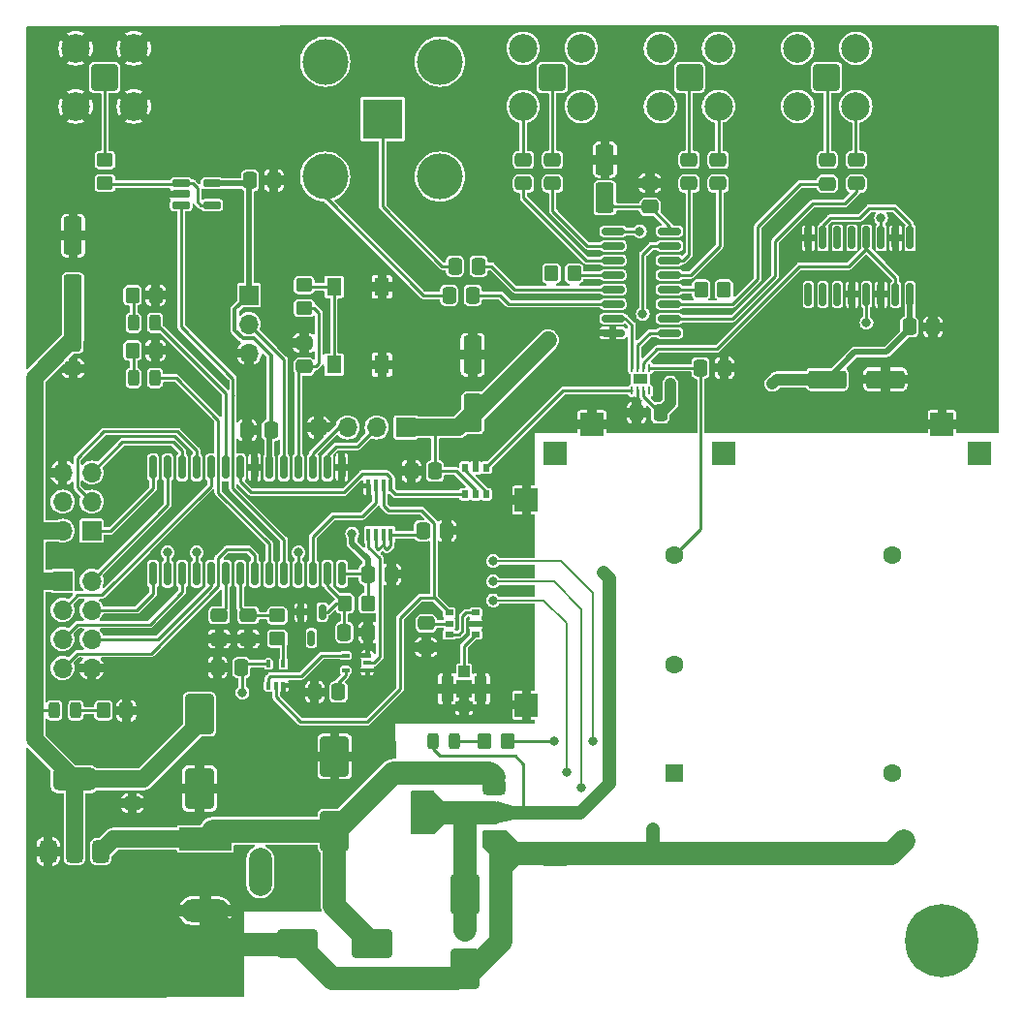
<source format=gtl>
G04 #@! TF.GenerationSoftware,KiCad,Pcbnew,7.0.11*
G04 #@! TF.CreationDate,2024-03-19T21:31:16+01:00*
G04 #@! TF.ProjectId,GPSDO,47505344-4f2e-46b6-9963-61645f706362,rev?*
G04 #@! TF.SameCoordinates,Original*
G04 #@! TF.FileFunction,Copper,L1,Top*
G04 #@! TF.FilePolarity,Positive*
%FSLAX46Y46*%
G04 Gerber Fmt 4.6, Leading zero omitted, Abs format (unit mm)*
G04 Created by KiCad (PCBNEW 7.0.11) date 2024-03-19 21:31:16*
%MOMM*%
%LPD*%
G01*
G04 APERTURE LIST*
G04 Aperture macros list*
%AMRoundRect*
0 Rectangle with rounded corners*
0 $1 Rounding radius*
0 $2 $3 $4 $5 $6 $7 $8 $9 X,Y pos of 4 corners*
0 Add a 4 corners polygon primitive as box body*
4,1,4,$2,$3,$4,$5,$6,$7,$8,$9,$2,$3,0*
0 Add four circle primitives for the rounded corners*
1,1,$1+$1,$2,$3*
1,1,$1+$1,$4,$5*
1,1,$1+$1,$6,$7*
1,1,$1+$1,$8,$9*
0 Add four rect primitives between the rounded corners*
20,1,$1+$1,$2,$3,$4,$5,0*
20,1,$1+$1,$4,$5,$6,$7,0*
20,1,$1+$1,$6,$7,$8,$9,0*
20,1,$1+$1,$8,$9,$2,$3,0*%
G04 Aperture macros list end*
G04 #@! TA.AperFunction,SMDPad,CuDef*
%ADD10RoundRect,0.250000X0.550000X-1.075000X0.550000X1.075000X-0.550000X1.075000X-0.550000X-1.075000X0*%
G04 #@! TD*
G04 #@! TA.AperFunction,SMDPad,CuDef*
%ADD11RoundRect,0.250000X1.000000X-1.500000X1.000000X1.500000X-1.000000X1.500000X-1.000000X-1.500000X0*%
G04 #@! TD*
G04 #@! TA.AperFunction,SMDPad,CuDef*
%ADD12R,0.400000X1.100000*%
G04 #@! TD*
G04 #@! TA.AperFunction,SMDPad,CuDef*
%ADD13RoundRect,0.250000X0.350000X0.450000X-0.350000X0.450000X-0.350000X-0.450000X0.350000X-0.450000X0*%
G04 #@! TD*
G04 #@! TA.AperFunction,SMDPad,CuDef*
%ADD14RoundRect,0.150000X-0.150000X0.512500X-0.150000X-0.512500X0.150000X-0.512500X0.150000X0.512500X0*%
G04 #@! TD*
G04 #@! TA.AperFunction,ComponentPad*
%ADD15R,2.000000X2.000000*%
G04 #@! TD*
G04 #@! TA.AperFunction,SMDPad,CuDef*
%ADD16RoundRect,0.243750X-0.243750X-0.456250X0.243750X-0.456250X0.243750X0.456250X-0.243750X0.456250X0*%
G04 #@! TD*
G04 #@! TA.AperFunction,SMDPad,CuDef*
%ADD17RoundRect,0.162500X-0.617500X-0.162500X0.617500X-0.162500X0.617500X0.162500X-0.617500X0.162500X0*%
G04 #@! TD*
G04 #@! TA.AperFunction,SMDPad,CuDef*
%ADD18R,0.510000X0.700000*%
G04 #@! TD*
G04 #@! TA.AperFunction,SMDPad,CuDef*
%ADD19RoundRect,0.250000X1.500000X1.000000X-1.500000X1.000000X-1.500000X-1.000000X1.500000X-1.000000X0*%
G04 #@! TD*
G04 #@! TA.AperFunction,ComponentPad*
%ADD20RoundRect,0.200100X-0.949900X-0.949900X0.949900X-0.949900X0.949900X0.949900X-0.949900X0.949900X0*%
G04 #@! TD*
G04 #@! TA.AperFunction,ComponentPad*
%ADD21C,2.500000*%
G04 #@! TD*
G04 #@! TA.AperFunction,SMDPad,CuDef*
%ADD22RoundRect,0.250000X-0.350000X-0.450000X0.350000X-0.450000X0.350000X0.450000X-0.350000X0.450000X0*%
G04 #@! TD*
G04 #@! TA.AperFunction,SMDPad,CuDef*
%ADD23RoundRect,0.062500X-0.062500X0.287500X-0.062500X-0.287500X0.062500X-0.287500X0.062500X0.287500X0*%
G04 #@! TD*
G04 #@! TA.AperFunction,HeatsinkPad*
%ADD24R,1.300000X0.900000*%
G04 #@! TD*
G04 #@! TA.AperFunction,SMDPad,CuDef*
%ADD25RoundRect,0.375000X0.375000X-0.625000X0.375000X0.625000X-0.375000X0.625000X-0.375000X-0.625000X0*%
G04 #@! TD*
G04 #@! TA.AperFunction,SMDPad,CuDef*
%ADD26RoundRect,0.500000X1.400000X-0.500000X1.400000X0.500000X-1.400000X0.500000X-1.400000X-0.500000X0*%
G04 #@! TD*
G04 #@! TA.AperFunction,SMDPad,CuDef*
%ADD27RoundRect,0.250000X0.475000X-0.337500X0.475000X0.337500X-0.475000X0.337500X-0.475000X-0.337500X0*%
G04 #@! TD*
G04 #@! TA.AperFunction,ComponentPad*
%ADD28R,3.500000X3.500000*%
G04 #@! TD*
G04 #@! TA.AperFunction,ComponentPad*
%ADD29C,4.000000*%
G04 #@! TD*
G04 #@! TA.AperFunction,ComponentPad*
%ADD30R,1.600000X1.600000*%
G04 #@! TD*
G04 #@! TA.AperFunction,ComponentPad*
%ADD31C,1.600000*%
G04 #@! TD*
G04 #@! TA.AperFunction,SMDPad,CuDef*
%ADD32RoundRect,0.250000X-1.412500X-0.550000X1.412500X-0.550000X1.412500X0.550000X-1.412500X0.550000X0*%
G04 #@! TD*
G04 #@! TA.AperFunction,SMDPad,CuDef*
%ADD33RoundRect,0.250000X-0.450000X0.350000X-0.450000X-0.350000X0.450000X-0.350000X0.450000X0.350000X0*%
G04 #@! TD*
G04 #@! TA.AperFunction,ComponentPad*
%ADD34R,1.700000X1.700000*%
G04 #@! TD*
G04 #@! TA.AperFunction,ComponentPad*
%ADD35O,1.700000X1.700000*%
G04 #@! TD*
G04 #@! TA.AperFunction,SMDPad,CuDef*
%ADD36RoundRect,0.250000X-0.337500X-0.475000X0.337500X-0.475000X0.337500X0.475000X-0.337500X0.475000X0*%
G04 #@! TD*
G04 #@! TA.AperFunction,SMDPad,CuDef*
%ADD37RoundRect,0.250000X0.550000X-1.412500X0.550000X1.412500X-0.550000X1.412500X-0.550000X-1.412500X0*%
G04 #@! TD*
G04 #@! TA.AperFunction,ComponentPad*
%ADD38C,0.800000*%
G04 #@! TD*
G04 #@! TA.AperFunction,ComponentPad*
%ADD39C,6.400000*%
G04 #@! TD*
G04 #@! TA.AperFunction,ComponentPad*
%ADD40R,4.600000X2.000000*%
G04 #@! TD*
G04 #@! TA.AperFunction,ComponentPad*
%ADD41O,4.200000X2.000000*%
G04 #@! TD*
G04 #@! TA.AperFunction,ComponentPad*
%ADD42O,2.000000X4.200000*%
G04 #@! TD*
G04 #@! TA.AperFunction,SMDPad,CuDef*
%ADD43RoundRect,0.243750X0.243750X0.456250X-0.243750X0.456250X-0.243750X-0.456250X0.243750X-0.456250X0*%
G04 #@! TD*
G04 #@! TA.AperFunction,SMDPad,CuDef*
%ADD44RoundRect,0.375000X0.625000X0.375000X-0.625000X0.375000X-0.625000X-0.375000X0.625000X-0.375000X0*%
G04 #@! TD*
G04 #@! TA.AperFunction,SMDPad,CuDef*
%ADD45RoundRect,0.500000X0.500000X1.400000X-0.500000X1.400000X-0.500000X-1.400000X0.500000X-1.400000X0*%
G04 #@! TD*
G04 #@! TA.AperFunction,SMDPad,CuDef*
%ADD46RoundRect,0.250000X-1.000000X1.500000X-1.000000X-1.500000X1.000000X-1.500000X1.000000X1.500000X0*%
G04 #@! TD*
G04 #@! TA.AperFunction,SMDPad,CuDef*
%ADD47RoundRect,0.250000X0.337500X0.475000X-0.337500X0.475000X-0.337500X-0.475000X0.337500X-0.475000X0*%
G04 #@! TD*
G04 #@! TA.AperFunction,SMDPad,CuDef*
%ADD48RoundRect,0.100000X0.225000X0.100000X-0.225000X0.100000X-0.225000X-0.100000X0.225000X-0.100000X0*%
G04 #@! TD*
G04 #@! TA.AperFunction,SMDPad,CuDef*
%ADD49R,0.700000X0.510000*%
G04 #@! TD*
G04 #@! TA.AperFunction,SMDPad,CuDef*
%ADD50R,1.300000X1.550000*%
G04 #@! TD*
G04 #@! TA.AperFunction,SMDPad,CuDef*
%ADD51RoundRect,0.250000X-0.475000X0.337500X-0.475000X-0.337500X0.475000X-0.337500X0.475000X0.337500X0*%
G04 #@! TD*
G04 #@! TA.AperFunction,SMDPad,CuDef*
%ADD52RoundRect,0.100000X0.100000X-0.225000X0.100000X0.225000X-0.100000X0.225000X-0.100000X-0.225000X0*%
G04 #@! TD*
G04 #@! TA.AperFunction,SMDPad,CuDef*
%ADD53R,1.000000X1.000000*%
G04 #@! TD*
G04 #@! TA.AperFunction,SMDPad,CuDef*
%ADD54R,1.050000X2.200000*%
G04 #@! TD*
G04 #@! TA.AperFunction,SMDPad,CuDef*
%ADD55RoundRect,0.150000X0.150000X-0.875000X0.150000X0.875000X-0.150000X0.875000X-0.150000X-0.875000X0*%
G04 #@! TD*
G04 #@! TA.AperFunction,SMDPad,CuDef*
%ADD56RoundRect,0.150000X-0.825000X-0.150000X0.825000X-0.150000X0.825000X0.150000X-0.825000X0.150000X0*%
G04 #@! TD*
G04 #@! TA.AperFunction,SMDPad,CuDef*
%ADD57RoundRect,0.150000X-0.150000X0.825000X-0.150000X-0.825000X0.150000X-0.825000X0.150000X0.825000X0*%
G04 #@! TD*
G04 #@! TA.AperFunction,ViaPad*
%ADD58C,0.800000*%
G04 #@! TD*
G04 #@! TA.AperFunction,Conductor*
%ADD59C,0.250000*%
G04 #@! TD*
G04 #@! TA.AperFunction,Conductor*
%ADD60C,2.000000*%
G04 #@! TD*
G04 #@! TA.AperFunction,Conductor*
%ADD61C,1.200000*%
G04 #@! TD*
G04 #@! TA.AperFunction,Conductor*
%ADD62C,1.500000*%
G04 #@! TD*
G04 #@! TA.AperFunction,Conductor*
%ADD63C,0.500000*%
G04 #@! TD*
G04 #@! TA.AperFunction,Conductor*
%ADD64C,0.370000*%
G04 #@! TD*
G04 #@! TA.AperFunction,Conductor*
%ADD65C,1.000000*%
G04 #@! TD*
G04 #@! TA.AperFunction,Conductor*
%ADD66C,0.200000*%
G04 #@! TD*
G04 APERTURE END LIST*
D10*
X70612000Y-35076000D03*
X70612000Y-31726000D03*
D11*
X46990000Y-90372000D03*
X46990000Y-83872000D03*
D12*
X51902000Y-60207000D03*
X51252000Y-60207000D03*
X50602000Y-60207000D03*
X49952000Y-60207000D03*
X49952000Y-64507000D03*
X50602000Y-64507000D03*
X51252000Y-64507000D03*
X51902000Y-64507000D03*
D13*
X62087000Y-82550000D03*
X60087000Y-82550000D03*
D14*
X45908000Y-71252500D03*
X44008000Y-71252500D03*
X44958000Y-73527500D03*
D15*
X63754000Y-79375000D03*
D16*
X29415500Y-45974000D03*
X31290500Y-45974000D03*
D17*
X33575000Y-33782000D03*
X33575000Y-34732000D03*
X33575000Y-35682000D03*
X36275000Y-35682000D03*
X36275000Y-33782000D03*
D15*
X63754000Y-61468000D03*
D18*
X60259000Y-58628000D03*
X59309000Y-58628000D03*
X58359000Y-58628000D03*
X58359000Y-60948000D03*
X59309000Y-60948000D03*
X60259000Y-60948000D03*
D19*
X50240000Y-100203000D03*
X43740000Y-100203000D03*
D20*
X90000000Y-24525600D03*
D21*
X87460000Y-21985600D03*
X87460000Y-27065600D03*
X92540000Y-21985600D03*
X92540000Y-27065600D03*
D22*
X47895000Y-70485000D03*
X49895000Y-70485000D03*
D23*
X74466000Y-49898000D03*
X73966000Y-49898000D03*
X73466000Y-49898000D03*
X72966000Y-49898000D03*
X72966000Y-51898000D03*
X73466000Y-51898000D03*
X73966000Y-51898000D03*
X74466000Y-51898000D03*
D24*
X73716000Y-50898000D03*
D25*
X21957000Y-92177000D03*
X24257000Y-92177000D03*
D26*
X24257000Y-85877000D03*
D25*
X26557000Y-92177000D03*
D27*
X74549000Y-35835500D03*
X74549000Y-33760500D03*
D28*
X51181000Y-28176000D03*
D29*
X46156000Y-23151000D03*
X46156000Y-33201000D03*
X56206000Y-23151000D03*
X56206000Y-33201000D03*
D27*
X92583000Y-33803500D03*
X92583000Y-31728500D03*
X80518000Y-33803500D03*
X80518000Y-31728500D03*
D30*
X76708000Y-85344000D03*
D31*
X76708000Y-75819000D03*
X76708000Y-66294000D03*
X95758000Y-85344000D03*
X95758000Y-66294000D03*
D22*
X79010000Y-43053000D03*
X81010000Y-43053000D03*
D15*
X103378000Y-57404000D03*
D32*
X90045500Y-50927000D03*
X95120500Y-50927000D03*
D15*
X81026000Y-57404000D03*
D33*
X41985000Y-71569000D03*
X41985000Y-73569000D03*
D34*
X25760600Y-64145400D03*
D35*
X23220600Y-64145400D03*
X25760600Y-61605400D03*
X23220600Y-61605400D03*
X25760600Y-59065400D03*
X23220600Y-59065400D03*
D36*
X73384500Y-53848000D03*
X75459500Y-53848000D03*
D37*
X59055000Y-53845500D03*
X59055000Y-48770500D03*
X24130000Y-43431500D03*
X24130000Y-38356500D03*
D38*
X34557000Y-25019000D03*
X35259944Y-23321944D03*
X35259944Y-26716056D03*
X36957000Y-22619000D03*
D39*
X36957000Y-25019000D03*
D38*
X36957000Y-27419000D03*
X38654056Y-23321944D03*
X38654056Y-26716056D03*
X39357000Y-25019000D03*
D40*
X35687000Y-91059000D03*
D41*
X35687000Y-97359000D03*
D42*
X40487000Y-93959000D03*
D43*
X57452500Y-82550000D03*
X55577500Y-82550000D03*
D44*
X60935000Y-91073000D03*
X60935000Y-88773000D03*
D45*
X54635000Y-88773000D03*
D44*
X60935000Y-86473000D03*
D27*
X36905000Y-73606500D03*
X36905000Y-71531500D03*
D38*
X97600000Y-100000000D03*
X98302944Y-98302944D03*
X98302944Y-101697056D03*
X100000000Y-97600000D03*
D39*
X100000000Y-100000000D03*
D38*
X100000000Y-102400000D03*
X101697056Y-98302944D03*
X101697056Y-101697056D03*
X102400000Y-100000000D03*
D46*
X58420000Y-95937000D03*
X58420000Y-102437000D03*
D47*
X81047500Y-49911000D03*
X78972500Y-49911000D03*
D36*
X45241300Y-78247000D03*
X47316300Y-78247000D03*
D15*
X100076000Y-54864000D03*
D33*
X26924000Y-31766000D03*
X26924000Y-33766000D03*
D46*
X35179000Y-80189000D03*
X35179000Y-86689000D03*
D38*
X22492000Y-99949000D03*
X23194944Y-98251944D03*
X23194944Y-101646056D03*
X24892000Y-97549000D03*
D39*
X24892000Y-99949000D03*
D38*
X24892000Y-102349000D03*
X26589056Y-98251944D03*
X26589056Y-101646056D03*
X27292000Y-99949000D03*
D47*
X41677500Y-33528000D03*
X39602500Y-33528000D03*
D34*
X53203000Y-55118000D03*
D35*
X50663000Y-55118000D03*
X48123000Y-55118000D03*
X45583000Y-55118000D03*
D27*
X63500000Y-33803500D03*
X63500000Y-31728500D03*
D15*
X66294000Y-57404000D03*
D20*
X66000000Y-24525600D03*
D21*
X63460000Y-21985600D03*
X63460000Y-27065600D03*
X68540000Y-21985600D03*
X68540000Y-27065600D03*
D20*
X78000000Y-24525600D03*
D21*
X75460000Y-21985600D03*
X75460000Y-27065600D03*
X80540000Y-21985600D03*
X80540000Y-27065600D03*
D27*
X90043000Y-33825000D03*
X90043000Y-31750000D03*
D13*
X31333000Y-43561000D03*
X29333000Y-43561000D03*
D27*
X39445000Y-73606500D03*
X39445000Y-71531500D03*
D15*
X69469000Y-54864000D03*
D27*
X44323000Y-49805500D03*
X44323000Y-47730500D03*
X77978000Y-33803500D03*
X77978000Y-31728500D03*
X54991000Y-74316500D03*
X54991000Y-72241500D03*
D43*
X24356300Y-79857600D03*
X22481300Y-79857600D03*
D13*
X28787600Y-79857600D03*
X26787600Y-79857600D03*
D20*
X26908000Y-24525600D03*
D21*
X24368000Y-21985600D03*
X24368000Y-27065600D03*
X29448000Y-21985600D03*
X29448000Y-27065600D03*
D48*
X49845000Y-76342000D03*
X49845000Y-75692000D03*
X49845000Y-75042000D03*
X47945000Y-75042000D03*
X47945000Y-76342000D03*
D38*
X97549000Y-25019000D03*
X98251944Y-23321944D03*
X98251944Y-26716056D03*
X99949000Y-22619000D03*
D39*
X99949000Y-25019000D03*
D38*
X99949000Y-27419000D03*
X101646056Y-23321944D03*
X101646056Y-26716056D03*
X102349000Y-25019000D03*
D47*
X59584500Y-41021000D03*
X57509500Y-41021000D03*
X56790500Y-64135000D03*
X54715500Y-64135000D03*
X49911000Y-73025000D03*
X47836000Y-73025000D03*
D34*
X23215600Y-68529200D03*
D35*
X25755600Y-68529200D03*
X23215600Y-71069200D03*
X25755600Y-71069200D03*
X23215600Y-73609200D03*
X25755600Y-73609200D03*
X23215600Y-76149200D03*
X25755600Y-76149200D03*
D47*
X51964500Y-67945000D03*
X49889500Y-67945000D03*
D49*
X59326000Y-73213000D03*
X59326000Y-72263000D03*
X59326000Y-71313000D03*
X57006000Y-71313000D03*
X57006000Y-72263000D03*
X57006000Y-73213000D03*
D36*
X97209700Y-46329600D03*
X99284700Y-46329600D03*
D50*
X46922000Y-49628000D03*
X46922000Y-42828000D03*
X51122000Y-49628000D03*
X51122000Y-42828000D03*
D47*
X59076500Y-43561000D03*
X57001500Y-43561000D03*
D51*
X24130000Y-47882900D03*
X24130000Y-49957900D03*
D52*
X41208000Y-77681000D03*
X41858000Y-77681000D03*
X42508000Y-77681000D03*
X42508000Y-75781000D03*
X41208000Y-75781000D03*
D15*
X66294000Y-92456000D03*
D13*
X67929000Y-41656000D03*
X65929000Y-41656000D03*
D33*
X44323000Y-42688000D03*
X44323000Y-44688000D03*
D36*
X53699500Y-58928000D03*
X55774500Y-58928000D03*
D53*
X58293000Y-76478000D03*
D54*
X59768000Y-77978000D03*
D53*
X58293000Y-79478000D03*
D54*
X56818000Y-77978000D03*
D27*
X66040000Y-33803500D03*
X66040000Y-31728500D03*
D16*
X29415500Y-50800000D03*
X31290500Y-50800000D03*
D55*
X31115000Y-67896000D03*
X32385000Y-67896000D03*
X33655000Y-67896000D03*
X34925000Y-67896000D03*
X36195000Y-67896000D03*
X37465000Y-67896000D03*
X38735000Y-67896000D03*
X40005000Y-67896000D03*
X41275000Y-67896000D03*
X42545000Y-67896000D03*
X43815000Y-67896000D03*
X45085000Y-67896000D03*
X46355000Y-67896000D03*
X47625000Y-67896000D03*
X47625000Y-58596000D03*
X46355000Y-58596000D03*
X45085000Y-58596000D03*
X43815000Y-58596000D03*
X42545000Y-58596000D03*
X41275000Y-58596000D03*
X40005000Y-58596000D03*
X38735000Y-58596000D03*
X37465000Y-58596000D03*
X36195000Y-58596000D03*
X34925000Y-58596000D03*
X33655000Y-58596000D03*
X32385000Y-58596000D03*
X31115000Y-58596000D03*
D56*
X71312000Y-37973000D03*
X71312000Y-39243000D03*
X71312000Y-40513000D03*
X71312000Y-41783000D03*
X71312000Y-43053000D03*
X71312000Y-44323000D03*
X71312000Y-45593000D03*
X71312000Y-46863000D03*
X76262000Y-46863000D03*
X76262000Y-45593000D03*
X76262000Y-44323000D03*
X76262000Y-43053000D03*
X76262000Y-41783000D03*
X76262000Y-40513000D03*
X76262000Y-39243000D03*
X76262000Y-37973000D03*
D13*
X31333000Y-48387000D03*
X29333000Y-48387000D03*
D57*
X97282000Y-38546000D03*
X96012000Y-38546000D03*
X94742000Y-38546000D03*
X93472000Y-38546000D03*
X92202000Y-38546000D03*
X90932000Y-38546000D03*
X89662000Y-38546000D03*
X88392000Y-38546000D03*
X88392000Y-43496000D03*
X89662000Y-43496000D03*
X90932000Y-43496000D03*
X92202000Y-43496000D03*
X93472000Y-43496000D03*
X94742000Y-43496000D03*
X96012000Y-43496000D03*
X97282000Y-43496000D03*
D36*
X36756500Y-76096000D03*
X38831500Y-76096000D03*
X39348500Y-55372000D03*
X41423500Y-55372000D03*
D34*
X39497000Y-43561000D03*
D35*
X39497000Y-46101000D03*
X39497000Y-48641000D03*
D27*
X29311600Y-87956300D03*
X29311600Y-85881300D03*
D58*
X70993000Y-81026000D03*
X58420000Y-96621600D03*
X58420000Y-99060000D03*
X70485000Y-67818000D03*
X58420000Y-97790000D03*
X59182000Y-64135000D03*
X74803000Y-91059000D03*
X46990000Y-84988400D03*
X21945600Y-92710000D03*
X51562000Y-57658000D03*
X74803000Y-91948000D03*
X74828400Y-90170000D03*
X21945600Y-91643200D03*
X87122000Y-38557200D03*
X66151000Y-82550000D03*
X97078800Y-90830400D03*
X95123000Y-50927000D03*
X70612000Y-31750000D03*
X40005000Y-74930000D03*
X24130000Y-37439600D03*
X46990000Y-83820000D03*
X69138800Y-46837600D03*
X21945600Y-90373200D03*
X53594000Y-65786000D03*
X35204400Y-87985600D03*
X46990000Y-82651600D03*
X35204400Y-85598000D03*
X24130000Y-39319200D03*
X93472000Y-41503600D03*
X59055000Y-48768000D03*
X95859600Y-92252800D03*
X96469200Y-91541600D03*
X48006000Y-61722000D03*
X96012000Y-40487600D03*
X35179000Y-86741000D03*
X49911000Y-73025000D03*
X59029600Y-55016400D03*
X70612000Y-35179000D03*
X47319000Y-78232000D03*
X59029600Y-53975000D03*
X36905000Y-71531500D03*
X24130000Y-43535600D03*
X35204400Y-81330800D03*
X35204400Y-80162400D03*
X81026000Y-43053000D03*
X65913000Y-41656000D03*
X24130000Y-42418000D03*
X24130000Y-44653200D03*
X48514000Y-64389000D03*
X35179000Y-78994000D03*
X76327000Y-51308000D03*
X38937000Y-78284000D03*
X59029600Y-52882800D03*
X54991000Y-72390000D03*
X65659000Y-47498000D03*
X85242400Y-51308000D03*
X54737000Y-64135000D03*
X43840400Y-66040000D03*
X68580000Y-86614000D03*
X60833000Y-68580000D03*
X69596000Y-82550000D03*
X60833000Y-66802000D03*
X32385000Y-66040000D03*
X67239500Y-85217000D03*
X60833000Y-70231000D03*
X34925000Y-66040000D03*
X73660000Y-37973000D03*
X94742000Y-36830000D03*
X93472000Y-45974000D03*
X73914000Y-45212000D03*
D59*
X56189400Y-83820000D02*
X62788800Y-83820000D01*
D60*
X58420000Y-99060000D02*
X58420000Y-88900000D01*
D61*
X59309000Y-88773000D02*
X58420000Y-89662000D01*
X58420000Y-95937000D02*
X58420000Y-99060000D01*
D59*
X63500000Y-84531200D02*
X63500000Y-88773000D01*
D61*
X60935000Y-88773000D02*
X59309000Y-88773000D01*
X70993000Y-68326000D02*
X70485000Y-67818000D01*
X58420000Y-89662000D02*
X58420000Y-95937000D01*
D59*
X62788800Y-83820000D02*
X63500000Y-84531200D01*
D60*
X58293000Y-88773000D02*
X60935000Y-88773000D01*
X54635000Y-88773000D02*
X58293000Y-88773000D01*
D61*
X60935000Y-88773000D02*
X63500000Y-88773000D01*
X70993000Y-86233000D02*
X70993000Y-81026000D01*
D59*
X55577500Y-83208100D02*
X56189400Y-83820000D01*
D60*
X58420000Y-88900000D02*
X58293000Y-88773000D01*
D61*
X68453000Y-88773000D02*
X70993000Y-86233000D01*
X63500000Y-88773000D02*
X68453000Y-88773000D01*
X70993000Y-81026000D02*
X70993000Y-68326000D01*
D59*
X55577500Y-82550000D02*
X55577500Y-83208100D01*
D60*
X95656400Y-92354400D02*
X96723200Y-91287600D01*
D59*
X62087000Y-82550000D02*
X65913000Y-82550000D01*
D60*
X74244200Y-92329000D02*
X61696600Y-92329000D01*
D62*
X43613000Y-100330000D02*
X43740000Y-100203000D01*
D59*
X73466000Y-53766500D02*
X73384500Y-53848000D01*
D61*
X57606000Y-103251000D02*
X58420000Y-102437000D01*
D60*
X94386400Y-92354400D02*
X95656400Y-92354400D01*
X59107000Y-102437000D02*
X61518800Y-100025200D01*
X46788000Y-103251000D02*
X57606000Y-103251000D01*
D61*
X74803000Y-90220800D02*
X74803000Y-92329000D01*
D60*
X43613000Y-100330000D02*
X38658000Y-100330000D01*
D59*
X73466000Y-51898000D02*
X73466000Y-53766500D01*
D60*
X61518800Y-100025200D02*
X61518800Y-92506800D01*
D61*
X74803000Y-92329000D02*
X91186000Y-92329000D01*
D60*
X91186000Y-92329000D02*
X74244200Y-92329000D01*
D59*
X65913000Y-82550000D02*
X66151000Y-82788000D01*
D60*
X43740000Y-100203000D02*
X46788000Y-103251000D01*
X58420000Y-102437000D02*
X59107000Y-102437000D01*
X38658000Y-100330000D02*
X35687000Y-97359000D01*
X91186000Y-92329000D02*
X91211400Y-92354400D01*
X91211400Y-92354400D02*
X94386400Y-92354400D01*
D61*
X74803000Y-92329000D02*
X74244200Y-92329000D01*
D59*
X78994000Y-64008000D02*
X78994000Y-63881000D01*
X78994000Y-49932500D02*
X78994000Y-63881000D01*
X76708000Y-66294000D02*
X78994000Y-64008000D01*
X78959500Y-49898000D02*
X78972500Y-49911000D01*
X78972500Y-49911000D02*
X78994000Y-49932500D01*
X74466000Y-49898000D02*
X78959500Y-49898000D01*
X45317500Y-49805500D02*
X44323000Y-49805500D01*
X44323000Y-44688000D02*
X45196000Y-44688000D01*
X43815000Y-50313500D02*
X44323000Y-49805500D01*
X45593000Y-45085000D02*
X45593000Y-49530000D01*
X45593000Y-49530000D02*
X45317500Y-49805500D01*
X45196000Y-44688000D02*
X45593000Y-45085000D01*
X43815000Y-58596000D02*
X43815000Y-50313500D01*
X47945000Y-76769000D02*
X47945000Y-76342000D01*
D63*
X92458500Y-48514000D02*
X95250000Y-48514000D01*
D59*
X21031200Y-79857600D02*
X20600000Y-80288800D01*
D64*
X38262000Y-44796000D02*
X38262000Y-46612554D01*
D62*
X55778400Y-55118000D02*
X57782500Y-55118000D01*
D59*
X71371500Y-35835500D02*
X70612000Y-35076000D01*
D63*
X48514000Y-65278000D02*
X49889500Y-66653500D01*
D59*
X39146500Y-75781000D02*
X41208000Y-75781000D01*
D62*
X24257000Y-92177000D02*
X24257000Y-85877000D01*
X20750000Y-82370000D02*
X20750000Y-68580000D01*
D59*
X22481300Y-79857600D02*
X21031200Y-79857600D01*
D63*
X39497000Y-43561000D02*
X39497000Y-33633500D01*
D59*
X50602000Y-64507000D02*
X50602000Y-65586604D01*
X57594000Y-58928000D02*
X55774500Y-58928000D01*
D64*
X39000070Y-47350624D02*
X39953178Y-47350624D01*
D62*
X20750000Y-68580000D02*
X20750000Y-64211200D01*
X20815800Y-64145400D02*
X20750000Y-64211200D01*
D63*
X90045500Y-50927000D02*
X92458500Y-48514000D01*
D59*
X50800698Y-65785302D02*
X51252000Y-65334000D01*
X76262000Y-37548500D02*
X76262000Y-37973000D01*
X55774500Y-58928000D02*
X55774500Y-55121900D01*
X74549000Y-35835500D02*
X76262000Y-37548500D01*
X38937000Y-78300000D02*
X38937000Y-76201500D01*
X37465000Y-70971500D02*
X36905000Y-71531500D01*
D65*
X85623400Y-50927000D02*
X85242400Y-51308000D01*
D59*
X55012500Y-72263000D02*
X57006000Y-72263000D01*
D62*
X24130000Y-47371000D02*
X23622000Y-47879000D01*
X30251800Y-85877000D02*
X35204400Y-80924400D01*
X23220600Y-64145400D02*
X20815800Y-64145400D01*
D59*
X50602000Y-65586604D02*
X50800698Y-65785302D01*
D65*
X76327000Y-52980500D02*
X76327000Y-51308000D01*
D59*
X73966000Y-51898000D02*
X73966000Y-52376000D01*
X55774500Y-55121900D02*
X55778400Y-55118000D01*
X39497000Y-33633500D02*
X39602500Y-33528000D01*
D65*
X75459500Y-53848000D02*
X76327000Y-52980500D01*
D59*
X47297500Y-77416500D02*
X47945000Y-76769000D01*
D63*
X97282000Y-46482000D02*
X97282000Y-43496000D01*
D59*
X37465000Y-67896000D02*
X37465000Y-70971500D01*
X75438000Y-53848000D02*
X75459500Y-53848000D01*
D62*
X23215600Y-68529200D02*
X20800800Y-68529200D01*
D59*
X51902000Y-64507000D02*
X54365000Y-64507000D01*
D62*
X57782500Y-55118000D02*
X59055000Y-53845500D01*
D63*
X95250000Y-48514000D02*
X97282000Y-46482000D01*
D59*
X47297500Y-78247000D02*
X47297500Y-77416500D01*
D62*
X20750000Y-64211200D02*
X20750000Y-50751000D01*
D64*
X41423500Y-48820946D02*
X41423500Y-55372000D01*
D59*
X54365000Y-64507000D02*
X54737000Y-64135000D01*
D64*
X38262000Y-46612554D02*
X39000070Y-47350624D01*
D63*
X48514000Y-64389000D02*
X48514000Y-65278000D01*
D59*
X47625000Y-67896000D02*
X49840500Y-67896000D01*
D63*
X39348500Y-33782000D02*
X39602500Y-33528000D01*
D59*
X73966000Y-52376000D02*
X75438000Y-53848000D01*
X51902000Y-65446000D02*
X51902000Y-64507000D01*
X51252000Y-65476000D02*
X51562000Y-65786000D01*
D63*
X49889500Y-66653500D02*
X49889500Y-67945000D01*
D62*
X24130000Y-43431500D02*
X24130000Y-47371000D01*
X24257000Y-85877000D02*
X30251800Y-85877000D01*
D59*
X38831500Y-76096000D02*
X39146500Y-75781000D01*
D62*
X59029600Y-53975000D02*
X59182000Y-53975000D01*
D59*
X59309000Y-60948000D02*
X59309000Y-60643000D01*
X51562000Y-65786000D02*
X51902000Y-65446000D01*
X49840500Y-67896000D02*
X49889500Y-67945000D01*
D62*
X20800800Y-68529200D02*
X20750000Y-68580000D01*
X59182000Y-53975000D02*
X65659000Y-47498000D01*
X24257000Y-85877000D02*
X20750000Y-82370000D01*
D63*
X41275000Y-58596000D02*
X41275000Y-55520500D01*
D65*
X90045500Y-50927000D02*
X85623400Y-50927000D01*
D59*
X74549000Y-35835500D02*
X71371500Y-35835500D01*
D62*
X53203000Y-55118000D02*
X55778400Y-55118000D01*
D59*
X51252000Y-65334000D02*
X51252000Y-64507000D01*
D63*
X36275000Y-33782000D02*
X39348500Y-33782000D01*
D64*
X39953178Y-47350624D02*
X41423500Y-48820946D01*
D59*
X38937000Y-76201500D02*
X38831500Y-76096000D01*
X59309000Y-60643000D02*
X57594000Y-58928000D01*
D63*
X41275000Y-55520500D02*
X41423500Y-55372000D01*
D59*
X49895000Y-70485000D02*
X49895000Y-67950500D01*
D62*
X20750000Y-50751000D02*
X23622000Y-47879000D01*
D59*
X49895000Y-67950500D02*
X49889500Y-67945000D01*
D64*
X39497000Y-43561000D02*
X38262000Y-44796000D01*
D59*
X51252000Y-64507000D02*
X51252000Y-65476000D01*
X39482500Y-71569000D02*
X39445000Y-71531500D01*
X38735000Y-67896000D02*
X38735000Y-70821500D01*
X38735000Y-70821500D02*
X39445000Y-71531500D01*
X41985000Y-71569000D02*
X39482500Y-71569000D01*
X76262000Y-44323000D02*
X81788000Y-44323000D01*
X83947000Y-37592000D02*
X87714000Y-33825000D01*
X81788000Y-44323000D02*
X83947000Y-42164000D01*
X87714000Y-33825000D02*
X90043000Y-33825000D01*
X83947000Y-42164000D02*
X83947000Y-37592000D01*
X90043000Y-31750000D02*
X90043000Y-24808000D01*
X90043000Y-24808000D02*
X90000000Y-24765000D01*
X91567000Y-35560000D02*
X88773000Y-35560000D01*
X92583000Y-34544000D02*
X91567000Y-35560000D01*
X92583000Y-33803500D02*
X92583000Y-34544000D01*
X85471000Y-38862000D02*
X85471000Y-41910000D01*
X81788000Y-45593000D02*
X76262000Y-45593000D01*
X85471000Y-41910000D02*
X81788000Y-45593000D01*
X88773000Y-35560000D02*
X85471000Y-38862000D01*
X49860200Y-80822800D02*
X52705000Y-77978000D01*
X41858000Y-78665000D02*
X44015800Y-80822800D01*
X52705000Y-77978000D02*
X52705000Y-71755000D01*
X55648000Y-63441827D02*
X55648000Y-69955000D01*
X57006000Y-71313000D02*
X55648000Y-69955000D01*
X55626000Y-69977000D02*
X55648000Y-69955000D01*
X51252000Y-61920000D02*
X51689000Y-62357000D01*
X54563173Y-62357000D02*
X55648000Y-63441827D01*
X41858000Y-77681000D02*
X41858000Y-78665000D01*
X52705000Y-71755000D02*
X54483000Y-69977000D01*
X51252000Y-60207000D02*
X51252000Y-61920000D01*
X44015800Y-80822800D02*
X49860200Y-80822800D01*
X51689000Y-62357000D02*
X54563173Y-62357000D01*
X54483000Y-69977000D02*
X55626000Y-69977000D01*
X92540000Y-31685500D02*
X92540000Y-27305000D01*
X92583000Y-31728500D02*
X92540000Y-31685500D01*
X62738000Y-43053000D02*
X60706000Y-41021000D01*
X71312000Y-43053000D02*
X62738000Y-43053000D01*
X60706000Y-41021000D02*
X59584500Y-41021000D01*
X51181000Y-35814000D02*
X51181000Y-35687000D01*
X57509500Y-41021000D02*
X56388000Y-41021000D01*
X56388000Y-41021000D02*
X51181000Y-35814000D01*
X51181000Y-28176000D02*
X51181000Y-35687000D01*
X61468000Y-43561000D02*
X62221000Y-44314000D01*
X61468000Y-43561000D02*
X59076500Y-43561000D01*
X71303000Y-44314000D02*
X71312000Y-44323000D01*
X62221000Y-44314000D02*
X71303000Y-44314000D01*
X46156000Y-34980000D02*
X54737000Y-43561000D01*
X54737000Y-43561000D02*
X57001500Y-43561000D01*
X46156000Y-33201000D02*
X46156000Y-34980000D01*
X68961000Y-40513000D02*
X63500000Y-35052000D01*
X63500000Y-35052000D02*
X63500000Y-33803500D01*
X71312000Y-40513000D02*
X68961000Y-40513000D01*
X43815000Y-66065400D02*
X43840400Y-66040000D01*
D66*
X68580000Y-70993000D02*
X66167000Y-68580000D01*
X68580000Y-86614000D02*
X68580000Y-70993000D01*
X66167000Y-68580000D02*
X60833000Y-68580000D01*
D59*
X43815000Y-67896000D02*
X43815000Y-66065400D01*
D66*
X66802000Y-66802000D02*
X60833000Y-66802000D01*
D59*
X32385000Y-67896000D02*
X32385000Y-65786000D01*
D66*
X69596000Y-82550000D02*
X69596000Y-69596000D01*
X69596000Y-69596000D02*
X66802000Y-66802000D01*
D59*
X73966000Y-49898000D02*
X73966000Y-49478000D01*
X80391000Y-48260000D02*
X87630000Y-41021000D01*
X75184000Y-48260000D02*
X80391000Y-48260000D01*
X96012000Y-42037000D02*
X93472000Y-39497000D01*
X93472000Y-39497000D02*
X93472000Y-38546000D01*
X93472000Y-39497000D02*
X91948000Y-41021000D01*
X91948000Y-41021000D02*
X87630000Y-41021000D01*
X73966000Y-49478000D02*
X75184000Y-48260000D01*
X96012000Y-43496000D02*
X96012000Y-42037000D01*
X72966000Y-46169000D02*
X72966000Y-49898000D01*
X72390000Y-45593000D02*
X72966000Y-46169000D01*
X71312000Y-45593000D02*
X72390000Y-45593000D01*
X66974000Y-51898000D02*
X60259000Y-58613000D01*
X72966000Y-51898000D02*
X66974000Y-51898000D01*
X60259000Y-58613000D02*
X60259000Y-58628000D01*
X63460000Y-31688500D02*
X63460000Y-27305000D01*
X71312000Y-39243000D02*
X69088000Y-39243000D01*
X69088000Y-39243000D02*
X66040000Y-36195000D01*
X66040000Y-36195000D02*
X66040000Y-33803500D01*
X66040000Y-31728500D02*
X66040000Y-24805000D01*
X66040000Y-24805000D02*
X66000000Y-24765000D01*
X58359000Y-58867000D02*
X60259000Y-60767000D01*
X60259000Y-60767000D02*
X60259000Y-60948000D01*
X58359000Y-58628000D02*
X58359000Y-58867000D01*
X57851000Y-73213000D02*
X58166000Y-72898000D01*
X57006000Y-73213000D02*
X57851000Y-73213000D01*
X58166000Y-71628000D02*
X58481000Y-71313000D01*
X58166000Y-72898000D02*
X58166000Y-71628000D01*
X58481000Y-71313000D02*
X59326000Y-71313000D01*
X24485600Y-60330400D02*
X25760600Y-61605400D01*
X34925000Y-57124600D02*
X33274000Y-55473600D01*
X33274000Y-55473600D02*
X26822400Y-55473600D01*
X26822400Y-55473600D02*
X24485600Y-57810400D01*
X24485600Y-57810400D02*
X24485600Y-60330400D01*
X34925000Y-58596000D02*
X34925000Y-57124600D01*
X45085000Y-64643000D02*
X45085000Y-67896000D01*
X46863000Y-62865000D02*
X45085000Y-64643000D01*
X50602000Y-60207000D02*
X50602000Y-61666000D01*
X50602000Y-61666000D02*
X49403000Y-62865000D01*
X49403000Y-62865000D02*
X46863000Y-62865000D01*
X49488000Y-56293000D02*
X49488000Y-56303000D01*
X50663000Y-55118000D02*
X49488000Y-56293000D01*
X46355000Y-58596000D02*
X46355000Y-57531000D01*
X46355000Y-57531000D02*
X47117000Y-56769000D01*
X49022000Y-56769000D02*
X47117000Y-56769000D01*
X49488000Y-56303000D02*
X49022000Y-56769000D01*
X48123000Y-55118000D02*
X47361000Y-55118000D01*
X47361000Y-55118000D02*
X45085000Y-57394000D01*
X45085000Y-57394000D02*
X45085000Y-58596000D01*
X42545000Y-49149000D02*
X42545000Y-58596000D01*
X39497000Y-46101000D02*
X42545000Y-49149000D01*
X34925000Y-66167000D02*
X34798000Y-66040000D01*
D66*
X67239500Y-85217000D02*
X67239500Y-72192500D01*
X65278000Y-70231000D02*
X60833000Y-70231000D01*
D59*
X34925000Y-67896000D02*
X34925000Y-66167000D01*
D66*
X67239500Y-72192500D02*
X65278000Y-70231000D01*
D59*
X78105000Y-41783000D02*
X80645000Y-39243000D01*
X80645000Y-39243000D02*
X80645000Y-33930500D01*
X76262000Y-41783000D02*
X78105000Y-41783000D01*
X94742000Y-38546000D02*
X94742000Y-36830000D01*
X73660000Y-37973000D02*
X71312000Y-37973000D01*
X80540000Y-31706500D02*
X80540000Y-27305000D01*
X77470000Y-40513000D02*
X77978000Y-40005000D01*
X77978000Y-40005000D02*
X77978000Y-33803500D01*
X76262000Y-40513000D02*
X77470000Y-40513000D01*
X77978000Y-31728500D02*
X77978000Y-24787000D01*
X29415500Y-50800000D02*
X29415500Y-48469500D01*
X29415500Y-48469500D02*
X29333000Y-48387000D01*
X33147000Y-50800000D02*
X36820000Y-54473000D01*
X31290500Y-50800000D02*
X33147000Y-50800000D01*
X36820000Y-60823000D02*
X37071300Y-61074300D01*
X41275000Y-65278000D02*
X37071300Y-61074300D01*
X41275000Y-67896000D02*
X41275000Y-65278000D01*
X37071300Y-61074300D02*
X36957000Y-60960000D01*
X36820000Y-54473000D02*
X36820000Y-60823000D01*
D62*
X27675000Y-91059000D02*
X26557000Y-92177000D01*
D60*
X52120800Y-85293200D02*
X60502800Y-85293200D01*
X46990000Y-96953000D02*
X50240000Y-100203000D01*
D62*
X35687000Y-91059000D02*
X27675000Y-91059000D01*
D60*
X60502800Y-85293200D02*
X60909200Y-85699600D01*
X52120800Y-85293200D02*
X47042000Y-90372000D01*
X47042000Y-90372000D02*
X46990000Y-90372000D01*
X46990000Y-90372000D02*
X46990000Y-96953000D01*
X46990000Y-90372000D02*
X36374000Y-90372000D01*
D59*
X29415500Y-43643500D02*
X29333000Y-43561000D01*
X29415500Y-45974000D02*
X29415500Y-43643500D01*
X58293000Y-76478000D02*
X58293000Y-74246000D01*
X58293000Y-74246000D02*
X59326000Y-73213000D01*
X47828200Y-60756800D02*
X39674800Y-60756800D01*
X58359000Y-60948000D02*
X52336000Y-60948000D01*
X51562000Y-59182000D02*
X49403000Y-59182000D01*
X49403000Y-59182000D02*
X47828200Y-60756800D01*
X52324000Y-60960000D02*
X51902000Y-60538000D01*
X51902000Y-60207000D02*
X51902000Y-59522000D01*
X38735000Y-59817000D02*
X38735000Y-58596000D01*
X52336000Y-60948000D02*
X52324000Y-60960000D01*
X51902000Y-60538000D02*
X51902000Y-60207000D01*
X51902000Y-59522000D02*
X51562000Y-59182000D01*
X39674800Y-60756800D02*
X38735000Y-59817000D01*
X74549000Y-46863000D02*
X76262000Y-46863000D01*
X73466000Y-49898000D02*
X73466000Y-47946000D01*
X73466000Y-47946000D02*
X74549000Y-46863000D01*
X74676000Y-39243000D02*
X73914000Y-40005000D01*
X73914000Y-40005000D02*
X73914000Y-45212000D01*
X76262000Y-39243000D02*
X74676000Y-39243000D01*
X93472000Y-45974000D02*
X93472000Y-43496000D01*
X31115000Y-60426600D02*
X27381200Y-64160400D01*
X27366200Y-64145400D02*
X25760600Y-64145400D01*
X31115000Y-58596000D02*
X31115000Y-60426600D01*
X27381200Y-64160400D02*
X27366200Y-64145400D01*
X32867600Y-56388000D02*
X29057600Y-56388000D01*
X28438000Y-56388000D02*
X29057600Y-56388000D01*
X25760600Y-59065400D02*
X28438000Y-56388000D01*
X33655000Y-57175400D02*
X32867600Y-56388000D01*
X33655000Y-58596000D02*
X33655000Y-57175400D01*
X37465000Y-58596000D02*
X37465000Y-52148500D01*
X37465000Y-52148500D02*
X31290500Y-45974000D01*
X24356300Y-79857600D02*
X26787600Y-79857600D01*
X38090000Y-52354000D02*
X38110000Y-52334000D01*
X42545000Y-67896000D02*
X42545000Y-64897000D01*
X38090000Y-60442000D02*
X38090000Y-52354000D01*
X33575000Y-46308000D02*
X33575000Y-35682000D01*
X38110000Y-52334000D02*
X38100000Y-52324000D01*
X38100000Y-52324000D02*
X38100000Y-50833000D01*
X38100000Y-50833000D02*
X33575000Y-46308000D01*
X42545000Y-64897000D02*
X38090000Y-60442000D01*
X57452500Y-82550000D02*
X60087000Y-82550000D01*
X26924000Y-24781000D02*
X26908000Y-24765000D01*
X26924000Y-31766000D02*
X26924000Y-24781000D01*
X41402000Y-76835000D02*
X41208000Y-77029000D01*
X47945000Y-75042000D02*
X45862000Y-75042000D01*
X41208000Y-77029000D02*
X41208000Y-77681000D01*
X44069000Y-76835000D02*
X41402000Y-76835000D01*
X45862000Y-75042000D02*
X44069000Y-76835000D01*
X46355000Y-67896000D02*
X46355000Y-68945000D01*
X47895000Y-70485000D02*
X47117000Y-70485000D01*
X47836000Y-73025000D02*
X47836000Y-70544000D01*
X46355000Y-68945000D02*
X47895000Y-70485000D01*
X46349500Y-71252500D02*
X45908000Y-71252500D01*
X47836000Y-70544000D02*
X47895000Y-70485000D01*
X47117000Y-70485000D02*
X46349500Y-71252500D01*
X44463000Y-42828000D02*
X46922000Y-42828000D01*
X46922000Y-42828000D02*
X46922000Y-49628000D01*
X44323000Y-42688000D02*
X44463000Y-42828000D01*
X78645000Y-43053000D02*
X76262000Y-43053000D01*
X42508000Y-75781000D02*
X42508000Y-74092000D01*
X42508000Y-74092000D02*
X41985000Y-73569000D01*
X71312000Y-41783000D02*
X68056000Y-41783000D01*
X68056000Y-41783000D02*
X67929000Y-41656000D01*
X35275600Y-35682000D02*
X35001200Y-35407600D01*
X26924000Y-33766000D02*
X27006000Y-33848000D01*
X36275000Y-35682000D02*
X35275600Y-35682000D01*
X27006000Y-33848000D02*
X33575000Y-33848000D01*
X35001200Y-35407600D02*
X35001200Y-34178200D01*
X34605000Y-33782000D02*
X33575000Y-33782000D01*
X35001200Y-34178200D02*
X34605000Y-33782000D01*
X49845000Y-75692000D02*
X50420000Y-75692000D01*
X50420000Y-75692000D02*
X50927000Y-75185000D01*
X50927000Y-66548000D02*
X49952000Y-65573000D01*
X49952000Y-65573000D02*
X49952000Y-64507000D01*
X50927000Y-75185000D02*
X50927000Y-66548000D01*
X93726000Y-35941000D02*
X95885000Y-35941000D01*
X92837000Y-36830000D02*
X93726000Y-35941000D01*
X97282000Y-37338000D02*
X97282000Y-38546000D01*
X89662000Y-38546000D02*
X89662000Y-37465000D01*
X89662000Y-37465000D02*
X90297000Y-36830000D01*
X90297000Y-36830000D02*
X92837000Y-36830000D01*
X95885000Y-35941000D02*
X97282000Y-37338000D01*
X32385000Y-61899800D02*
X25755600Y-68529200D01*
X32385000Y-58596000D02*
X32385000Y-61899800D01*
X26670000Y-69748400D02*
X36169600Y-60248800D01*
X36169600Y-58621400D02*
X36195000Y-58596000D01*
X23215600Y-71069200D02*
X24536400Y-69748400D01*
X24536400Y-69748400D02*
X26670000Y-69748400D01*
X36169600Y-60248800D02*
X36169600Y-58621400D01*
X29718000Y-71069200D02*
X25755600Y-71069200D01*
X31115000Y-69672200D02*
X29718000Y-71069200D01*
X31115000Y-67896000D02*
X31115000Y-69672200D01*
X33655000Y-69519800D02*
X30835600Y-72339200D01*
X33655000Y-67896000D02*
X33655000Y-69519800D01*
X30835600Y-72339200D02*
X24485600Y-72339200D01*
X24485600Y-72339200D02*
X23215600Y-73609200D01*
X36195000Y-68985004D02*
X31570804Y-73609200D01*
X31570804Y-73609200D02*
X25755600Y-73609200D01*
X36195000Y-67896000D02*
X36195000Y-68985004D01*
X24485600Y-74879200D02*
X23215600Y-76149200D01*
X40005000Y-66319400D02*
X39471600Y-65786000D01*
X37541200Y-65786000D02*
X36820000Y-66507200D01*
X40005000Y-67896000D02*
X40005000Y-66319400D01*
X36820000Y-68996400D02*
X30937200Y-74879200D01*
X36820000Y-66507200D02*
X36820000Y-68996400D01*
X30937200Y-74879200D02*
X24485600Y-74879200D01*
X39471600Y-65786000D02*
X37541200Y-65786000D01*
G04 #@! TA.AperFunction,Conductor*
G36*
X61166484Y-87820141D02*
G01*
X62590886Y-88165451D01*
X62652376Y-88200939D01*
X62684919Y-88264038D01*
X62687200Y-88287904D01*
X62687200Y-89258095D01*
X62667198Y-89326216D01*
X62613542Y-89372709D01*
X62590886Y-89380548D01*
X61166486Y-89725857D01*
X61095570Y-89722467D01*
X61037745Y-89681276D01*
X61011369Y-89615361D01*
X61010800Y-89603404D01*
X61010800Y-87942595D01*
X61030802Y-87874474D01*
X61084458Y-87827981D01*
X61154732Y-87817877D01*
X61166484Y-87820141D01*
G37*
G04 #@! TD.AperFunction*
G04 #@! TA.AperFunction,Conductor*
G36*
X55643913Y-86888002D02*
G01*
X55662448Y-86902530D01*
X56551856Y-87745127D01*
X56587552Y-87806496D01*
X56591200Y-87836596D01*
X56591200Y-89709403D01*
X56571198Y-89777524D01*
X56551856Y-89800873D01*
X55662448Y-90643470D01*
X55599239Y-90675799D01*
X55575792Y-90678000D01*
X53770800Y-90678000D01*
X53702679Y-90657998D01*
X53656186Y-90604342D01*
X53644800Y-90552000D01*
X53644800Y-86994000D01*
X53664802Y-86925879D01*
X53718458Y-86879386D01*
X53770800Y-86868000D01*
X55575792Y-86868000D01*
X55643913Y-86888002D01*
G37*
G04 #@! TD.AperFunction*
G04 #@! TA.AperFunction,Conductor*
G36*
X61944609Y-90342402D02*
G01*
X61961245Y-90355168D01*
X63001557Y-91300906D01*
X63038507Y-91361529D01*
X63042800Y-91394138D01*
X63042800Y-93267410D01*
X63022798Y-93335531D01*
X63005895Y-93356505D01*
X62520905Y-93841495D01*
X62458593Y-93875521D01*
X62431810Y-93878400D01*
X60679600Y-93878400D01*
X60611479Y-93858398D01*
X60564986Y-93804742D01*
X60553600Y-93752400D01*
X60553600Y-92456000D01*
X60553598Y-92455997D01*
X59977415Y-91831799D01*
X59945907Y-91768177D01*
X59944000Y-91746336D01*
X59944000Y-90448400D01*
X59964002Y-90380279D01*
X60017658Y-90333786D01*
X60070000Y-90322400D01*
X61876488Y-90322400D01*
X61944609Y-90342402D01*
G37*
G04 #@! TD.AperFunction*
G04 #@! TA.AperFunction,Conductor*
G36*
X78143691Y-50242407D02*
G01*
X78179655Y-50291907D01*
X78184500Y-50322500D01*
X78184500Y-50440274D01*
X78187353Y-50470694D01*
X78187355Y-50470703D01*
X78232207Y-50598883D01*
X78312845Y-50708144D01*
X78312847Y-50708146D01*
X78312850Y-50708150D01*
X78312853Y-50708152D01*
X78312855Y-50708154D01*
X78422116Y-50788792D01*
X78422117Y-50788792D01*
X78422118Y-50788793D01*
X78550301Y-50833646D01*
X78561006Y-50834649D01*
X78578744Y-50836314D01*
X78634915Y-50860572D01*
X78666100Y-50913214D01*
X78668500Y-50934881D01*
X78668500Y-55527000D01*
X78649593Y-55585191D01*
X78600093Y-55621155D01*
X78569500Y-55626000D01*
X70822000Y-55626000D01*
X70763809Y-55607093D01*
X70727845Y-55557593D01*
X70723000Y-55527000D01*
X70723000Y-55264001D01*
X70722999Y-55264000D01*
X69770897Y-55264000D01*
X69850761Y-55194798D01*
X69928493Y-55073844D01*
X69969000Y-54935889D01*
X69969000Y-54792111D01*
X69928493Y-54654156D01*
X69850761Y-54533202D01*
X69770895Y-54463999D01*
X69869000Y-54463999D01*
X69869001Y-54464000D01*
X70722998Y-54464000D01*
X70722999Y-54463999D01*
X70722999Y-54371210D01*
X72543001Y-54371210D01*
X72549452Y-54431231D01*
X72600102Y-54567027D01*
X72686950Y-54683044D01*
X72686955Y-54683049D01*
X72802972Y-54769897D01*
X72938768Y-54820547D01*
X72938767Y-54820547D01*
X72984499Y-54825462D01*
X72984500Y-54825462D01*
X72984500Y-54825461D01*
X73784500Y-54825461D01*
X73830232Y-54820547D01*
X73830239Y-54820545D01*
X73966027Y-54769897D01*
X74082044Y-54683049D01*
X74082049Y-54683044D01*
X74168897Y-54567027D01*
X74219547Y-54431233D01*
X74225999Y-54371207D01*
X74226000Y-54371207D01*
X74226000Y-54248001D01*
X74225999Y-54248000D01*
X73784501Y-54248000D01*
X73784500Y-54248001D01*
X73784500Y-54825461D01*
X72984500Y-54825461D01*
X72984500Y-54248001D01*
X72984499Y-54248000D01*
X72543002Y-54248000D01*
X72543001Y-54248001D01*
X72543001Y-54371210D01*
X70722999Y-54371210D01*
X70722999Y-53838987D01*
X70722998Y-53838977D01*
X70708263Y-53764895D01*
X70708262Y-53764892D01*
X70652125Y-53680878D01*
X70652121Y-53680874D01*
X70568106Y-53624736D01*
X70494019Y-53610000D01*
X69869001Y-53610000D01*
X69869000Y-53610001D01*
X69869000Y-54463999D01*
X69770895Y-54463999D01*
X69742100Y-54439048D01*
X69611315Y-54379320D01*
X69504763Y-54364000D01*
X69433237Y-54364000D01*
X69326685Y-54379320D01*
X69195900Y-54439048D01*
X69087239Y-54533202D01*
X69009507Y-54654156D01*
X68969000Y-54792111D01*
X68969000Y-54935889D01*
X69009507Y-55073844D01*
X69087239Y-55194798D01*
X69167103Y-55264000D01*
X68215002Y-55264000D01*
X68215001Y-55264001D01*
X68215001Y-55527000D01*
X68196094Y-55585191D01*
X68146594Y-55621155D01*
X68116001Y-55626000D01*
X64516000Y-55626000D01*
X64516000Y-55626001D01*
X64516000Y-60115000D01*
X64497093Y-60173191D01*
X64447593Y-60209155D01*
X64417000Y-60214000D01*
X64154001Y-60214000D01*
X64154000Y-60214001D01*
X64154000Y-61165582D01*
X64135761Y-61137202D01*
X64027100Y-61043048D01*
X63896315Y-60983320D01*
X63789763Y-60968000D01*
X63718237Y-60968000D01*
X63611685Y-60983320D01*
X63480900Y-61043048D01*
X63372239Y-61137202D01*
X63294507Y-61258156D01*
X63254000Y-61396111D01*
X63254000Y-61539889D01*
X63294507Y-61677844D01*
X63372239Y-61798798D01*
X63480900Y-61892952D01*
X63611685Y-61952680D01*
X63718237Y-61968000D01*
X63789763Y-61968000D01*
X63896315Y-61952680D01*
X64027100Y-61892952D01*
X64135761Y-61798798D01*
X64154000Y-61770417D01*
X64154000Y-62721998D01*
X64154001Y-62721999D01*
X64417000Y-62721999D01*
X64475191Y-62740906D01*
X64511155Y-62790406D01*
X64516000Y-62820999D01*
X64516000Y-66402500D01*
X64497093Y-66460691D01*
X64447593Y-66496655D01*
X64417000Y-66501500D01*
X61408154Y-66501500D01*
X61349963Y-66482593D01*
X61329612Y-66462767D01*
X61261286Y-66373723D01*
X61261285Y-66373722D01*
X61261282Y-66373718D01*
X61261277Y-66373714D01*
X61261276Y-66373713D01*
X61175361Y-66307789D01*
X61135841Y-66277464D01*
X61135840Y-66277463D01*
X61135838Y-66277462D01*
X60989766Y-66216957D01*
X60989758Y-66216955D01*
X60833001Y-66196318D01*
X60832999Y-66196318D01*
X60676241Y-66216955D01*
X60676233Y-66216957D01*
X60530161Y-66277462D01*
X60530160Y-66277462D01*
X60404723Y-66373713D01*
X60404713Y-66373723D01*
X60308462Y-66499160D01*
X60308462Y-66499161D01*
X60247957Y-66645233D01*
X60247955Y-66645241D01*
X60227318Y-66801999D01*
X60227318Y-66802000D01*
X60247955Y-66958758D01*
X60247957Y-66958766D01*
X60308462Y-67104838D01*
X60308462Y-67104839D01*
X60404713Y-67230276D01*
X60404718Y-67230282D01*
X60530159Y-67326536D01*
X60676238Y-67387044D01*
X60793809Y-67402522D01*
X60832999Y-67407682D01*
X60833000Y-67407682D01*
X60833001Y-67407682D01*
X60864352Y-67403554D01*
X60989762Y-67387044D01*
X61135841Y-67326536D01*
X61261282Y-67230282D01*
X61306842Y-67170907D01*
X61329612Y-67141233D01*
X61380037Y-67106577D01*
X61408154Y-67102500D01*
X64417000Y-67102500D01*
X64475191Y-67121407D01*
X64511155Y-67170907D01*
X64516000Y-67201500D01*
X64516000Y-68180500D01*
X64497093Y-68238691D01*
X64447593Y-68274655D01*
X64417000Y-68279500D01*
X61408154Y-68279500D01*
X61349963Y-68260593D01*
X61329612Y-68240767D01*
X61261286Y-68151723D01*
X61261285Y-68151722D01*
X61261282Y-68151718D01*
X61261277Y-68151714D01*
X61261276Y-68151713D01*
X61141673Y-68059939D01*
X61135841Y-68055464D01*
X61135840Y-68055463D01*
X61135838Y-68055462D01*
X60989766Y-67994957D01*
X60989758Y-67994955D01*
X60833001Y-67974318D01*
X60832999Y-67974318D01*
X60676241Y-67994955D01*
X60676233Y-67994957D01*
X60530161Y-68055462D01*
X60530160Y-68055462D01*
X60404723Y-68151713D01*
X60404713Y-68151723D01*
X60308462Y-68277160D01*
X60308462Y-68277161D01*
X60247957Y-68423233D01*
X60247955Y-68423241D01*
X60227318Y-68579999D01*
X60227318Y-68580000D01*
X60247955Y-68736758D01*
X60247957Y-68736766D01*
X60308462Y-68882838D01*
X60308462Y-68882839D01*
X60404713Y-69008276D01*
X60404718Y-69008282D01*
X60530159Y-69104536D01*
X60530160Y-69104536D01*
X60530161Y-69104537D01*
X60676233Y-69165042D01*
X60676238Y-69165044D01*
X60793809Y-69180522D01*
X60832999Y-69185682D01*
X60833000Y-69185682D01*
X60833001Y-69185682D01*
X60864352Y-69181554D01*
X60989762Y-69165044D01*
X61135841Y-69104536D01*
X61261282Y-69008282D01*
X61312545Y-68941475D01*
X61329612Y-68919233D01*
X61380037Y-68884577D01*
X61408154Y-68880500D01*
X64417000Y-68880500D01*
X64475191Y-68899407D01*
X64511155Y-68948907D01*
X64516000Y-68979500D01*
X64516000Y-69831500D01*
X64497093Y-69889691D01*
X64447593Y-69925655D01*
X64417000Y-69930500D01*
X61408154Y-69930500D01*
X61349963Y-69911593D01*
X61329612Y-69891767D01*
X61261286Y-69802723D01*
X61261285Y-69802722D01*
X61261282Y-69802718D01*
X61261277Y-69802714D01*
X61261276Y-69802713D01*
X61169454Y-69732256D01*
X61135841Y-69706464D01*
X61135840Y-69706463D01*
X61135838Y-69706462D01*
X60989766Y-69645957D01*
X60989758Y-69645955D01*
X60833001Y-69625318D01*
X60832999Y-69625318D01*
X60676241Y-69645955D01*
X60676233Y-69645957D01*
X60530161Y-69706462D01*
X60530160Y-69706462D01*
X60404723Y-69802713D01*
X60404713Y-69802723D01*
X60308462Y-69928160D01*
X60308462Y-69928161D01*
X60247957Y-70074233D01*
X60247955Y-70074241D01*
X60227318Y-70230999D01*
X60227318Y-70231000D01*
X60247955Y-70387758D01*
X60247957Y-70387766D01*
X60308462Y-70533838D01*
X60308462Y-70533839D01*
X60404713Y-70659276D01*
X60404718Y-70659282D01*
X60404722Y-70659285D01*
X60404723Y-70659286D01*
X60412489Y-70665245D01*
X60530159Y-70755536D01*
X60530160Y-70755536D01*
X60530161Y-70755537D01*
X60649969Y-70805163D01*
X60676238Y-70816044D01*
X60770882Y-70828504D01*
X60832999Y-70836682D01*
X60833000Y-70836682D01*
X60833001Y-70836682D01*
X60864352Y-70832554D01*
X60989762Y-70816044D01*
X61135841Y-70755536D01*
X61261282Y-70659282D01*
X61308716Y-70597465D01*
X61329612Y-70570233D01*
X61380037Y-70535577D01*
X61408154Y-70531500D01*
X64417000Y-70531500D01*
X64475191Y-70550407D01*
X64511155Y-70599907D01*
X64516000Y-70630500D01*
X64516000Y-78022000D01*
X64497093Y-78080191D01*
X64447593Y-78116155D01*
X64417000Y-78121000D01*
X64154001Y-78121000D01*
X64154000Y-78121001D01*
X64154000Y-79072582D01*
X64135761Y-79044202D01*
X64027100Y-78950048D01*
X63896315Y-78890320D01*
X63789763Y-78875000D01*
X63718237Y-78875000D01*
X63611685Y-78890320D01*
X63480900Y-78950048D01*
X63372239Y-79044202D01*
X63294507Y-79165156D01*
X63254000Y-79303111D01*
X63254000Y-79446889D01*
X63294507Y-79584844D01*
X63372239Y-79705798D01*
X63480900Y-79799952D01*
X63611685Y-79859680D01*
X63718237Y-79875000D01*
X63789763Y-79875000D01*
X63896315Y-79859680D01*
X64027100Y-79799952D01*
X64135761Y-79705798D01*
X64154000Y-79677417D01*
X64154000Y-80628998D01*
X64154001Y-80628999D01*
X64417000Y-80628999D01*
X64475191Y-80647906D01*
X64511155Y-80697406D01*
X64516000Y-80727999D01*
X64516000Y-80926586D01*
X64497093Y-80984777D01*
X64447593Y-81020741D01*
X64416588Y-81025585D01*
X52324000Y-80975199D01*
X52323999Y-80975200D01*
X52330374Y-83993491D01*
X52311589Y-84051721D01*
X52262165Y-84087790D01*
X52231374Y-84092700D01*
X52150805Y-84092700D01*
X52146232Y-84092594D01*
X52065122Y-84088843D01*
X51984696Y-84100061D01*
X51980157Y-84100587D01*
X51899267Y-84108084D01*
X51899260Y-84108085D01*
X51882488Y-84112857D01*
X51879011Y-84113846D01*
X51865602Y-84116675D01*
X51844766Y-84119581D01*
X51844765Y-84119581D01*
X51767785Y-84145382D01*
X51763420Y-84146734D01*
X51685273Y-84168970D01*
X51666428Y-84178353D01*
X51653769Y-84183596D01*
X51633817Y-84190283D01*
X51633814Y-84190284D01*
X51562852Y-84229810D01*
X51558808Y-84231942D01*
X51486111Y-84268141D01*
X51469320Y-84280821D01*
X51457839Y-84288302D01*
X51439447Y-84298546D01*
X51439445Y-84298548D01*
X51376956Y-84350438D01*
X51373374Y-84353275D01*
X51308561Y-84402221D01*
X51253852Y-84462233D01*
X51250695Y-84465540D01*
X47323733Y-88392504D01*
X47269216Y-88420281D01*
X47253729Y-88421500D01*
X45935725Y-88421500D01*
X45905305Y-88424353D01*
X45905296Y-88424355D01*
X45777116Y-88469207D01*
X45667855Y-88549845D01*
X45667845Y-88549855D01*
X45587207Y-88659116D01*
X45542355Y-88787296D01*
X45542353Y-88787305D01*
X45539500Y-88817725D01*
X45539500Y-89072500D01*
X45520593Y-89130691D01*
X45471093Y-89166655D01*
X45440500Y-89171500D01*
X36318494Y-89171500D01*
X36152464Y-89186885D01*
X35938472Y-89247771D01*
X35938471Y-89247771D01*
X35938469Y-89247772D01*
X35739318Y-89346938D01*
X35739309Y-89346943D01*
X35561763Y-89481020D01*
X35411874Y-89645440D01*
X35354048Y-89738832D01*
X35308982Y-89811617D01*
X35262275Y-89851138D01*
X35224812Y-89858500D01*
X33367252Y-89858500D01*
X33367251Y-89858500D01*
X33367241Y-89858501D01*
X33308772Y-89870132D01*
X33308766Y-89870134D01*
X33242451Y-89914445D01*
X33242445Y-89914451D01*
X33198134Y-89980766D01*
X33198132Y-89980772D01*
X33188575Y-90028816D01*
X33158678Y-90082199D01*
X33103112Y-90107814D01*
X33091478Y-90108500D01*
X27688308Y-90108500D01*
X27685800Y-90108468D01*
X27602454Y-90106356D01*
X27546578Y-90116369D01*
X27539134Y-90117413D01*
X27482679Y-90123155D01*
X27482678Y-90123155D01*
X27453966Y-90132163D01*
X27441801Y-90135149D01*
X27412170Y-90140460D01*
X27359453Y-90161517D01*
X27352371Y-90164038D01*
X27298233Y-90181024D01*
X27298229Y-90181026D01*
X27271922Y-90195627D01*
X27260610Y-90201000D01*
X27232649Y-90212170D01*
X27185257Y-90243404D01*
X27178825Y-90247301D01*
X27129215Y-90274837D01*
X27129209Y-90274841D01*
X27106375Y-90294443D01*
X27096372Y-90301985D01*
X27071241Y-90318548D01*
X27031107Y-90358681D01*
X27025593Y-90363791D01*
X26982534Y-90400757D01*
X26964112Y-90424555D01*
X26955832Y-90433955D01*
X26442286Y-90947503D01*
X26387769Y-90975281D01*
X26372282Y-90976500D01*
X26144279Y-90976500D01*
X26031767Y-90991312D01*
X26031761Y-90991314D01*
X25891768Y-91049301D01*
X25771551Y-91141547D01*
X25771547Y-91141551D01*
X25679301Y-91261768D01*
X25621314Y-91401761D01*
X25621312Y-91401767D01*
X25606500Y-91514279D01*
X25606500Y-92137098D01*
X25606214Y-92144614D01*
X25602442Y-92194150D01*
X25601905Y-92201203D01*
X25604826Y-92224144D01*
X25605707Y-92231055D01*
X25606500Y-92243562D01*
X25606500Y-92839720D01*
X25621312Y-92952232D01*
X25621314Y-92952238D01*
X25663379Y-93053793D01*
X25679302Y-93092233D01*
X25771549Y-93212451D01*
X25891767Y-93304698D01*
X26031764Y-93362687D01*
X26144280Y-93377500D01*
X26144281Y-93377500D01*
X26969719Y-93377500D01*
X26969720Y-93377500D01*
X27082236Y-93362687D01*
X27222233Y-93304698D01*
X27342451Y-93212451D01*
X27434698Y-93092233D01*
X27492687Y-92952236D01*
X27507500Y-92839720D01*
X27507500Y-92611718D01*
X27526407Y-92553527D01*
X27536496Y-92541714D01*
X28039714Y-92038496D01*
X28094231Y-92010719D01*
X28109718Y-92009500D01*
X33091478Y-92009500D01*
X33149669Y-92028407D01*
X33185633Y-92077907D01*
X33188575Y-92089184D01*
X33198132Y-92137227D01*
X33198134Y-92137233D01*
X33240878Y-92201203D01*
X33242448Y-92203552D01*
X33308769Y-92247867D01*
X33340879Y-92254254D01*
X33367241Y-92259498D01*
X33367246Y-92259498D01*
X33367252Y-92259500D01*
X33367253Y-92259500D01*
X38006747Y-92259500D01*
X38006748Y-92259500D01*
X38065231Y-92247867D01*
X38131552Y-92203552D01*
X38175867Y-92137231D01*
X38187500Y-92078748D01*
X38187500Y-91671500D01*
X38206407Y-91613309D01*
X38255907Y-91577345D01*
X38286500Y-91572500D01*
X39954978Y-91572500D01*
X40013169Y-91591407D01*
X40049133Y-91640907D01*
X40049133Y-91702093D01*
X40013169Y-91751593D01*
X39990744Y-91763813D01*
X39949599Y-91779753D01*
X39760438Y-91896876D01*
X39596020Y-92046763D01*
X39461943Y-92224309D01*
X39461938Y-92224318D01*
X39362772Y-92423469D01*
X39362771Y-92423472D01*
X39301885Y-92637464D01*
X39286500Y-92803497D01*
X39286500Y-95114503D01*
X39301885Y-95280536D01*
X39362771Y-95494528D01*
X39461942Y-95693689D01*
X39596019Y-95871236D01*
X39760438Y-96021124D01*
X39949599Y-96138247D01*
X40157060Y-96218618D01*
X40375757Y-96259500D01*
X40598243Y-96259500D01*
X40816940Y-96218618D01*
X41024401Y-96138247D01*
X41213562Y-96021124D01*
X41377981Y-95871236D01*
X41512058Y-95693689D01*
X41611229Y-95494528D01*
X41672115Y-95280536D01*
X41687500Y-95114503D01*
X41687500Y-92803497D01*
X41672115Y-92637464D01*
X41611229Y-92423472D01*
X41512058Y-92224311D01*
X41377981Y-92046764D01*
X41213562Y-91896876D01*
X41024401Y-91779753D01*
X40983257Y-91763813D01*
X40935828Y-91725163D01*
X40920174Y-91666014D01*
X40942277Y-91608961D01*
X40993694Y-91575795D01*
X41019022Y-91572500D01*
X45440500Y-91572500D01*
X45498691Y-91591407D01*
X45534655Y-91640907D01*
X45539500Y-91671500D01*
X45539500Y-91926274D01*
X45542353Y-91956694D01*
X45542355Y-91956703D01*
X45587207Y-92084883D01*
X45667845Y-92194144D01*
X45667847Y-92194146D01*
X45667850Y-92194150D01*
X45667853Y-92194152D01*
X45667854Y-92194153D01*
X45749288Y-92254254D01*
X45784881Y-92304021D01*
X45789500Y-92333909D01*
X45789500Y-96922995D01*
X45789394Y-96927568D01*
X45785643Y-97008677D01*
X45796861Y-97089103D01*
X45797387Y-97093642D01*
X45804884Y-97174533D01*
X45804885Y-97174538D01*
X45810645Y-97194783D01*
X45813474Y-97208192D01*
X45816381Y-97229031D01*
X45816384Y-97229041D01*
X45842185Y-97306024D01*
X45843537Y-97310388D01*
X45850223Y-97333884D01*
X45847964Y-97395028D01*
X45810197Y-97443166D01*
X45754624Y-97459979D01*
X39065200Y-97434399D01*
X39065200Y-104828924D01*
X39046293Y-104887115D01*
X38996793Y-104923079D01*
X38966726Y-104927923D01*
X25492563Y-104999499D01*
X25492037Y-104999500D01*
X20099500Y-104999500D01*
X20041309Y-104980593D01*
X20005345Y-104931093D01*
X20000500Y-104900500D01*
X20000500Y-97859000D01*
X33432025Y-97859000D01*
X33536216Y-98052618D01*
X33536219Y-98052624D01*
X33676947Y-98229091D01*
X33676955Y-98229099D01*
X33846938Y-98377608D01*
X33846941Y-98377610D01*
X34040709Y-98493382D01*
X34252032Y-98572693D01*
X34252043Y-98572696D01*
X34474131Y-98612998D01*
X34474144Y-98613000D01*
X35186999Y-98613000D01*
X35187000Y-98612999D01*
X35187000Y-97859001D01*
X35186999Y-97859000D01*
X36187001Y-97859000D01*
X36187000Y-97859001D01*
X36187000Y-98612999D01*
X36187001Y-98613000D01*
X36843316Y-98613000D01*
X36843339Y-98612998D01*
X37011814Y-98597835D01*
X37229393Y-98537787D01*
X37229410Y-98537781D01*
X37432773Y-98439847D01*
X37615391Y-98307167D01*
X37771376Y-98144021D01*
X37771376Y-98144020D01*
X37895732Y-97955629D01*
X37895735Y-97955625D01*
X37937034Y-97859000D01*
X36822763Y-97859000D01*
X36929315Y-97843680D01*
X37060100Y-97783952D01*
X37168761Y-97689798D01*
X37246493Y-97568844D01*
X37287000Y-97430889D01*
X37287000Y-97287111D01*
X37246493Y-97149156D01*
X37168761Y-97028202D01*
X37060100Y-96934048D01*
X36929315Y-96874320D01*
X36822763Y-96859000D01*
X37941974Y-96859000D01*
X37941974Y-96858999D01*
X37837783Y-96665381D01*
X37837780Y-96665375D01*
X37697052Y-96488908D01*
X37697044Y-96488900D01*
X37527061Y-96340391D01*
X37527058Y-96340389D01*
X37333290Y-96224617D01*
X37121967Y-96145306D01*
X37121956Y-96145303D01*
X36899868Y-96105001D01*
X36899856Y-96105000D01*
X36187001Y-96105000D01*
X36187000Y-96105001D01*
X36187000Y-96858999D01*
X36187001Y-96859000D01*
X35186999Y-96859000D01*
X35187000Y-96858999D01*
X35187000Y-96105001D01*
X35186999Y-96105000D01*
X34530684Y-96105000D01*
X34530660Y-96105001D01*
X34362185Y-96120164D01*
X34144606Y-96180212D01*
X34144589Y-96180218D01*
X33941226Y-96278152D01*
X33758608Y-96410832D01*
X33602623Y-96573978D01*
X33602623Y-96573979D01*
X33478267Y-96762370D01*
X33478264Y-96762374D01*
X33436966Y-96858999D01*
X33436967Y-96859000D01*
X34551237Y-96859000D01*
X34444685Y-96874320D01*
X34313900Y-96934048D01*
X34205239Y-97028202D01*
X34127507Y-97149156D01*
X34087000Y-97287111D01*
X34087000Y-97430889D01*
X34127507Y-97568844D01*
X34205239Y-97689798D01*
X34313900Y-97783952D01*
X34444685Y-97843680D01*
X34551237Y-97859000D01*
X33432025Y-97859000D01*
X20000500Y-97859000D01*
X20000500Y-92865509D01*
X20953001Y-92865509D01*
X20955807Y-92901178D01*
X20955808Y-92901186D01*
X21000145Y-93053793D01*
X21000145Y-93053794D01*
X21081038Y-93190576D01*
X21193423Y-93302961D01*
X21330206Y-93383854D01*
X21482822Y-93428193D01*
X21518490Y-93430999D01*
X21556999Y-93430999D01*
X21557000Y-93430998D01*
X22357000Y-93430998D01*
X22357001Y-93430999D01*
X22395509Y-93430999D01*
X22431178Y-93428192D01*
X22431186Y-93428191D01*
X22583793Y-93383854D01*
X22583794Y-93383854D01*
X22720576Y-93302961D01*
X22832961Y-93190576D01*
X22913854Y-93053794D01*
X22913854Y-93053793D01*
X22958193Y-92901177D01*
X22961000Y-92865509D01*
X22961000Y-92577001D01*
X22960999Y-92577000D01*
X22357001Y-92577000D01*
X22357000Y-92577001D01*
X22357000Y-93430998D01*
X21557000Y-93430998D01*
X21557000Y-92577001D01*
X21556999Y-92577000D01*
X20953002Y-92577000D01*
X20953001Y-92577001D01*
X20953001Y-92865509D01*
X20000500Y-92865509D01*
X20000500Y-91776999D01*
X20953000Y-91776999D01*
X20953001Y-91777000D01*
X21556999Y-91777000D01*
X21557000Y-91776999D01*
X22357000Y-91776999D01*
X22357001Y-91777000D01*
X22960998Y-91777000D01*
X22960999Y-91776999D01*
X22960999Y-91488490D01*
X22958192Y-91452821D01*
X22958191Y-91452813D01*
X22913854Y-91300206D01*
X22913854Y-91300205D01*
X22832961Y-91163423D01*
X22720576Y-91051038D01*
X22583793Y-90970145D01*
X22431177Y-90925806D01*
X22395509Y-90923000D01*
X22357001Y-90923000D01*
X22357000Y-90923001D01*
X22357000Y-91776999D01*
X21557000Y-91776999D01*
X21557000Y-90923000D01*
X21518491Y-90923000D01*
X21482820Y-90925807D01*
X21482813Y-90925808D01*
X21330206Y-90970145D01*
X21330205Y-90970145D01*
X21193423Y-91051038D01*
X21081038Y-91163423D01*
X21000145Y-91300205D01*
X21000145Y-91300206D01*
X20955806Y-91452822D01*
X20953000Y-91488490D01*
X20953000Y-91776999D01*
X20000500Y-91776999D01*
X20000500Y-83203718D01*
X20019407Y-83145527D01*
X20068907Y-83109563D01*
X20130093Y-83109563D01*
X20169504Y-83133714D01*
X22149741Y-85113951D01*
X22177518Y-85168468D01*
X22174255Y-85213405D01*
X22162914Y-85249802D01*
X22156500Y-85320379D01*
X22156500Y-86433620D01*
X22162913Y-86504194D01*
X22213521Y-86666605D01*
X22213522Y-86666607D01*
X22266944Y-86754976D01*
X22301528Y-86812185D01*
X22421815Y-86932472D01*
X22482359Y-86969072D01*
X22556360Y-87013808D01*
X22567394Y-87020478D01*
X22729804Y-87071086D01*
X22800384Y-87077500D01*
X23207500Y-87077500D01*
X23265691Y-87096407D01*
X23301655Y-87145907D01*
X23306500Y-87176500D01*
X23306500Y-92839720D01*
X23321312Y-92952232D01*
X23321314Y-92952238D01*
X23363379Y-93053793D01*
X23379302Y-93092233D01*
X23471549Y-93212451D01*
X23591767Y-93304698D01*
X23731764Y-93362687D01*
X23844280Y-93377500D01*
X23844281Y-93377500D01*
X24669719Y-93377500D01*
X24669720Y-93377500D01*
X24782236Y-93362687D01*
X24922233Y-93304698D01*
X25042451Y-93212451D01*
X25134698Y-93092233D01*
X25192687Y-92952236D01*
X25207500Y-92839720D01*
X25207500Y-91514280D01*
X25207500Y-88356300D01*
X28334137Y-88356300D01*
X28339052Y-88402031D01*
X28389702Y-88537827D01*
X28476550Y-88653844D01*
X28476555Y-88653849D01*
X28592572Y-88740697D01*
X28728367Y-88791347D01*
X28728365Y-88791347D01*
X28788392Y-88797799D01*
X28911600Y-88797799D01*
X28911600Y-88797798D01*
X29711600Y-88797798D01*
X29711601Y-88797799D01*
X29834805Y-88797799D01*
X29834810Y-88797798D01*
X29894831Y-88791347D01*
X30030627Y-88740697D01*
X30146644Y-88653849D01*
X30146649Y-88653844D01*
X30233497Y-88537827D01*
X30284147Y-88402033D01*
X30289064Y-88356300D01*
X29711601Y-88356300D01*
X29711600Y-88356301D01*
X29711600Y-88797798D01*
X28911600Y-88797798D01*
X28911600Y-88356301D01*
X28911599Y-88356300D01*
X28334137Y-88356300D01*
X25207500Y-88356300D01*
X25207500Y-88237210D01*
X33675001Y-88237210D01*
X33681452Y-88297231D01*
X33732102Y-88433027D01*
X33818950Y-88549044D01*
X33818955Y-88549049D01*
X33934972Y-88635897D01*
X34070767Y-88686547D01*
X34070765Y-88686547D01*
X34130792Y-88692999D01*
X34778998Y-88692999D01*
X34779000Y-88692998D01*
X35579000Y-88692998D01*
X35579001Y-88692999D01*
X36227205Y-88692999D01*
X36227210Y-88692998D01*
X36287231Y-88686547D01*
X36423027Y-88635897D01*
X36539044Y-88549049D01*
X36539049Y-88549044D01*
X36625897Y-88433027D01*
X36676547Y-88297233D01*
X36682999Y-88237207D01*
X36683000Y-88237207D01*
X36683000Y-87089001D01*
X36682999Y-87089000D01*
X35579001Y-87089000D01*
X35579000Y-87089001D01*
X35579000Y-88692998D01*
X34779000Y-88692998D01*
X34779000Y-87089001D01*
X34778999Y-87089000D01*
X33675002Y-87089000D01*
X33675001Y-87089001D01*
X33675001Y-88237210D01*
X25207500Y-88237210D01*
X25207500Y-87556300D01*
X28334136Y-87556300D01*
X28911599Y-87556300D01*
X28911600Y-87556299D01*
X29711600Y-87556299D01*
X29711601Y-87556300D01*
X30289063Y-87556300D01*
X30289062Y-87556299D01*
X30284147Y-87510568D01*
X30233497Y-87374772D01*
X30146649Y-87258755D01*
X30146644Y-87258750D01*
X30030627Y-87171902D01*
X29894832Y-87121252D01*
X29894834Y-87121252D01*
X29834807Y-87114800D01*
X29711601Y-87114800D01*
X29711600Y-87114801D01*
X29711600Y-87556299D01*
X28911600Y-87556299D01*
X28911600Y-87114801D01*
X28911599Y-87114800D01*
X28788395Y-87114800D01*
X28788389Y-87114801D01*
X28728368Y-87121252D01*
X28592572Y-87171902D01*
X28476555Y-87258750D01*
X28476550Y-87258755D01*
X28389702Y-87374772D01*
X28339052Y-87510566D01*
X28334136Y-87556299D01*
X28334136Y-87556300D01*
X25207500Y-87556300D01*
X25207500Y-87176500D01*
X25226407Y-87118309D01*
X25275907Y-87082345D01*
X25306500Y-87077500D01*
X25713611Y-87077500D01*
X25713616Y-87077500D01*
X25784196Y-87071086D01*
X25946606Y-87020478D01*
X26092185Y-86932472D01*
X26138937Y-86885720D01*
X26168162Y-86856496D01*
X26222679Y-86828719D01*
X26238165Y-86827500D01*
X30238492Y-86827500D01*
X30240999Y-86827531D01*
X30324346Y-86829644D01*
X30380236Y-86819626D01*
X30387644Y-86818587D01*
X30444121Y-86812845D01*
X30472844Y-86803832D01*
X30484999Y-86800848D01*
X30508243Y-86796683D01*
X30514624Y-86795540D01*
X30514625Y-86795539D01*
X30514628Y-86795539D01*
X30567351Y-86774477D01*
X30574408Y-86771966D01*
X30628568Y-86754974D01*
X30654887Y-86740364D01*
X30666193Y-86734995D01*
X30694148Y-86723830D01*
X30741550Y-86692588D01*
X30747939Y-86688716D01*
X30797591Y-86661159D01*
X30820425Y-86641554D01*
X30830423Y-86634015D01*
X30855559Y-86617451D01*
X30895700Y-86577308D01*
X30901191Y-86572218D01*
X30944268Y-86535240D01*
X30962689Y-86511439D01*
X30970958Y-86502050D01*
X31184009Y-86288999D01*
X33675000Y-86288999D01*
X33675001Y-86289000D01*
X34778999Y-86289000D01*
X34779000Y-86288999D01*
X35579000Y-86288999D01*
X35579001Y-86289000D01*
X36682998Y-86289000D01*
X36682999Y-86288999D01*
X36682999Y-85420210D01*
X45486001Y-85420210D01*
X45492452Y-85480231D01*
X45543102Y-85616027D01*
X45629950Y-85732044D01*
X45629955Y-85732049D01*
X45745972Y-85818897D01*
X45881767Y-85869547D01*
X45881765Y-85869547D01*
X45941792Y-85875999D01*
X46589998Y-85875999D01*
X46590000Y-85875998D01*
X47390000Y-85875998D01*
X47390001Y-85875999D01*
X48038205Y-85875999D01*
X48038210Y-85875998D01*
X48098231Y-85869547D01*
X48234027Y-85818897D01*
X48350044Y-85732049D01*
X48350049Y-85732044D01*
X48436897Y-85616027D01*
X48487547Y-85480233D01*
X48493999Y-85420207D01*
X48494000Y-85420207D01*
X48494000Y-84272001D01*
X48493999Y-84272000D01*
X47390001Y-84272000D01*
X47390000Y-84272001D01*
X47390000Y-85875998D01*
X46590000Y-85875998D01*
X46590000Y-84272001D01*
X46589999Y-84272000D01*
X45486002Y-84272000D01*
X45486001Y-84272001D01*
X45486001Y-85420210D01*
X36682999Y-85420210D01*
X36682999Y-85140795D01*
X36682998Y-85140789D01*
X36676547Y-85080768D01*
X36625897Y-84944972D01*
X36539049Y-84828955D01*
X36539044Y-84828950D01*
X36423027Y-84742102D01*
X36287232Y-84691452D01*
X36287234Y-84691452D01*
X36227207Y-84685000D01*
X35579001Y-84685000D01*
X35579000Y-84685001D01*
X35579000Y-86288999D01*
X34779000Y-86288999D01*
X34779000Y-84685001D01*
X34778999Y-84685000D01*
X34130795Y-84685000D01*
X34130789Y-84685001D01*
X34070768Y-84691452D01*
X33934972Y-84742102D01*
X33818955Y-84828950D01*
X33818950Y-84828955D01*
X33732102Y-84944972D01*
X33681452Y-85080766D01*
X33675000Y-85140792D01*
X33675000Y-86288999D01*
X31184009Y-86288999D01*
X34001010Y-83471999D01*
X45486000Y-83471999D01*
X45486001Y-83472000D01*
X46589999Y-83472000D01*
X46590000Y-83471999D01*
X47390000Y-83471999D01*
X47390001Y-83472000D01*
X48493998Y-83472000D01*
X48493999Y-83471999D01*
X48493999Y-82323795D01*
X48493998Y-82323789D01*
X48487547Y-82263768D01*
X48436897Y-82127972D01*
X48350049Y-82011955D01*
X48350044Y-82011950D01*
X48234027Y-81925102D01*
X48098232Y-81874452D01*
X48098234Y-81874452D01*
X48038207Y-81868000D01*
X47390001Y-81868000D01*
X47390000Y-81868001D01*
X47390000Y-83471999D01*
X46590000Y-83471999D01*
X46590000Y-81868001D01*
X46589999Y-81868000D01*
X45941795Y-81868000D01*
X45941789Y-81868001D01*
X45881768Y-81874452D01*
X45745972Y-81925102D01*
X45629955Y-82011950D01*
X45629950Y-82011955D01*
X45543102Y-82127972D01*
X45492452Y-82263766D01*
X45486000Y-82323792D01*
X45486000Y-83471999D01*
X34001010Y-83471999D01*
X35304514Y-82168496D01*
X35359031Y-82140719D01*
X35374518Y-82139500D01*
X36233273Y-82139500D01*
X36233273Y-82139499D01*
X36263699Y-82136646D01*
X36391882Y-82091793D01*
X36501150Y-82011150D01*
X36581793Y-81901882D01*
X36626646Y-81773699D01*
X36629499Y-81743273D01*
X36629500Y-81743273D01*
X36629500Y-78634727D01*
X36629499Y-78634725D01*
X36626646Y-78604305D01*
X36626646Y-78604301D01*
X36581793Y-78476118D01*
X36555702Y-78440766D01*
X36501154Y-78366855D01*
X36501152Y-78366853D01*
X36501150Y-78366850D01*
X36501146Y-78366847D01*
X36501144Y-78366845D01*
X36391883Y-78286207D01*
X36263703Y-78241355D01*
X36263694Y-78241353D01*
X36233274Y-78238500D01*
X36233266Y-78238500D01*
X34124734Y-78238500D01*
X34124725Y-78238500D01*
X34094305Y-78241353D01*
X34094296Y-78241355D01*
X33966116Y-78286207D01*
X33856855Y-78366845D01*
X33856845Y-78366855D01*
X33776207Y-78476116D01*
X33731355Y-78604296D01*
X33731353Y-78604305D01*
X33728500Y-78634725D01*
X33728500Y-81015082D01*
X33709593Y-81073273D01*
X33699504Y-81085086D01*
X29887086Y-84897504D01*
X29832569Y-84925281D01*
X29817082Y-84926500D01*
X26238165Y-84926500D01*
X26179974Y-84907593D01*
X26168162Y-84897504D01*
X26092187Y-84821530D01*
X26092185Y-84821528D01*
X26019395Y-84777525D01*
X25946607Y-84733522D01*
X25946605Y-84733521D01*
X25784194Y-84682913D01*
X25713620Y-84676500D01*
X25713616Y-84676500D01*
X24441718Y-84676500D01*
X24383527Y-84657593D01*
X24371714Y-84647504D01*
X21729496Y-82005286D01*
X21701719Y-81950769D01*
X21700500Y-81935282D01*
X21700500Y-80635151D01*
X21719407Y-80576960D01*
X21768907Y-80540996D01*
X21830093Y-80540996D01*
X21879153Y-80576361D01*
X21919870Y-80631530D01*
X22027621Y-80711055D01*
X22154026Y-80755286D01*
X22184026Y-80758099D01*
X22184030Y-80758100D01*
X22184036Y-80758100D01*
X22778570Y-80758100D01*
X22778572Y-80758099D01*
X22808574Y-80755286D01*
X22934979Y-80711055D01*
X23042730Y-80631530D01*
X23122255Y-80523779D01*
X23166486Y-80397374D01*
X23169299Y-80367373D01*
X23668300Y-80367373D01*
X23671113Y-80397368D01*
X23671115Y-80397377D01*
X23715343Y-80523775D01*
X23715344Y-80523776D01*
X23715345Y-80523779D01*
X23794870Y-80631530D01*
X23902621Y-80711055D01*
X24029026Y-80755286D01*
X24059026Y-80758099D01*
X24059030Y-80758100D01*
X24059036Y-80758100D01*
X24653570Y-80758100D01*
X24653572Y-80758099D01*
X24683574Y-80755286D01*
X24809979Y-80711055D01*
X24917730Y-80631530D01*
X24997255Y-80523779D01*
X25041486Y-80397374D01*
X25044299Y-80367372D01*
X25044300Y-80367370D01*
X25044300Y-80282100D01*
X25063207Y-80223909D01*
X25112707Y-80187945D01*
X25143300Y-80183100D01*
X25888100Y-80183100D01*
X25946291Y-80202007D01*
X25982255Y-80251507D01*
X25987100Y-80282100D01*
X25987100Y-80361874D01*
X25989953Y-80392294D01*
X25989955Y-80392303D01*
X26034807Y-80520483D01*
X26115445Y-80629744D01*
X26115447Y-80629746D01*
X26115450Y-80629750D01*
X26115453Y-80629752D01*
X26115455Y-80629754D01*
X26224716Y-80710392D01*
X26224717Y-80710392D01*
X26224718Y-80710393D01*
X26352901Y-80755246D01*
X26383325Y-80758099D01*
X26383327Y-80758100D01*
X26383334Y-80758100D01*
X27191873Y-80758100D01*
X27191873Y-80758099D01*
X27222299Y-80755246D01*
X27350482Y-80710393D01*
X27459750Y-80629750D01*
X27540393Y-80520482D01*
X27585246Y-80392299D01*
X27588099Y-80361873D01*
X27588100Y-80361873D01*
X27588100Y-80355810D01*
X27933601Y-80355810D01*
X27940052Y-80415831D01*
X27990702Y-80551627D01*
X28077550Y-80667644D01*
X28077555Y-80667649D01*
X28193572Y-80754497D01*
X28329368Y-80805147D01*
X28329366Y-80805147D01*
X28387599Y-80811406D01*
X28387600Y-80811406D01*
X29187600Y-80811406D01*
X29245832Y-80805147D01*
X29381627Y-80754497D01*
X29497644Y-80667649D01*
X29497649Y-80667644D01*
X29584497Y-80551627D01*
X29635147Y-80415833D01*
X29641599Y-80355807D01*
X29641600Y-80355807D01*
X29641600Y-80257601D01*
X29641599Y-80257600D01*
X29187601Y-80257600D01*
X29187600Y-80257601D01*
X29187600Y-80811406D01*
X28387600Y-80811406D01*
X28387600Y-80257601D01*
X28387599Y-80257600D01*
X27933602Y-80257600D01*
X27933601Y-80257601D01*
X27933601Y-80355810D01*
X27588100Y-80355810D01*
X27588100Y-79457599D01*
X27933600Y-79457599D01*
X27933601Y-79457600D01*
X28387599Y-79457600D01*
X28387600Y-79457599D01*
X28387600Y-78903793D01*
X28387599Y-78903793D01*
X28329367Y-78910052D01*
X28193572Y-78960702D01*
X28077555Y-79047550D01*
X28077550Y-79047555D01*
X27990702Y-79163572D01*
X27940052Y-79299366D01*
X27933600Y-79359392D01*
X27933600Y-79457599D01*
X27588100Y-79457599D01*
X27588100Y-79353327D01*
X27588099Y-79353325D01*
X27585246Y-79322905D01*
X27585246Y-79322901D01*
X27540393Y-79194718D01*
X27527393Y-79177104D01*
X27459754Y-79085455D01*
X27459752Y-79085453D01*
X27459750Y-79085450D01*
X27459746Y-79085447D01*
X27459744Y-79085445D01*
X27350483Y-79004807D01*
X27222303Y-78959955D01*
X27222294Y-78959953D01*
X27191874Y-78957100D01*
X27191866Y-78957100D01*
X26383334Y-78957100D01*
X26383325Y-78957100D01*
X26352905Y-78959953D01*
X26352896Y-78959955D01*
X26224716Y-79004807D01*
X26115455Y-79085445D01*
X26115445Y-79085455D01*
X26034807Y-79194716D01*
X25989955Y-79322896D01*
X25989953Y-79322905D01*
X25987100Y-79353325D01*
X25987100Y-79433100D01*
X25968193Y-79491291D01*
X25918693Y-79527255D01*
X25888100Y-79532100D01*
X25143300Y-79532100D01*
X25085109Y-79513193D01*
X25049145Y-79463693D01*
X25044300Y-79433100D01*
X25044300Y-79347830D01*
X25044299Y-79347826D01*
X25041962Y-79322905D01*
X25041486Y-79317826D01*
X24997255Y-79191421D01*
X24917730Y-79083670D01*
X24809979Y-79004145D01*
X24809976Y-79004144D01*
X24809975Y-79004143D01*
X24683577Y-78959915D01*
X24683576Y-78959914D01*
X24683574Y-78959914D01*
X24683571Y-78959913D01*
X24683568Y-78959913D01*
X24653573Y-78957100D01*
X24653564Y-78957100D01*
X24059036Y-78957100D01*
X24059026Y-78957100D01*
X24029031Y-78959913D01*
X24029022Y-78959915D01*
X23902624Y-79004143D01*
X23794871Y-79083669D01*
X23794869Y-79083671D01*
X23780587Y-79103022D01*
X23725910Y-79177107D01*
X23715343Y-79191424D01*
X23671115Y-79317822D01*
X23671113Y-79317831D01*
X23668300Y-79347826D01*
X23668300Y-80367373D01*
X23169299Y-80367373D01*
X23169299Y-80367372D01*
X23169300Y-80367370D01*
X23169300Y-79347830D01*
X23169299Y-79347826D01*
X23166962Y-79322905D01*
X23166486Y-79317826D01*
X23122255Y-79191421D01*
X23042730Y-79083670D01*
X22934979Y-79004145D01*
X22934976Y-79004144D01*
X22934975Y-79004143D01*
X22808577Y-78959915D01*
X22808576Y-78959914D01*
X22808574Y-78959914D01*
X22808571Y-78959913D01*
X22808568Y-78959913D01*
X22778573Y-78957100D01*
X22778564Y-78957100D01*
X22184036Y-78957100D01*
X22184026Y-78957100D01*
X22154031Y-78959913D01*
X22154022Y-78959915D01*
X22027624Y-79004143D01*
X21919871Y-79083669D01*
X21919869Y-79083671D01*
X21908595Y-79098946D01*
X21879153Y-79138838D01*
X21829387Y-79174429D01*
X21768203Y-79173971D01*
X21718974Y-79137638D01*
X21700500Y-79080048D01*
X21700500Y-78903792D01*
X29187600Y-78903792D01*
X29187600Y-79457599D01*
X29187601Y-79457600D01*
X29641598Y-79457600D01*
X29641599Y-79457599D01*
X29641599Y-79359395D01*
X29641598Y-79359389D01*
X29635147Y-79299368D01*
X29584497Y-79163572D01*
X29497649Y-79047555D01*
X29497644Y-79047550D01*
X29381627Y-78960702D01*
X29245832Y-78910052D01*
X29245833Y-78910052D01*
X29187600Y-78903792D01*
X21700500Y-78903792D01*
X21700500Y-69578700D01*
X21719407Y-69520509D01*
X21768907Y-69484545D01*
X21799500Y-69479700D01*
X22138697Y-69479700D01*
X22196888Y-69498607D01*
X22221011Y-69523697D01*
X22221048Y-69523752D01*
X22287369Y-69568067D01*
X22331831Y-69576911D01*
X22345841Y-69579698D01*
X22345846Y-69579698D01*
X22345852Y-69579700D01*
X22345853Y-69579700D01*
X24005764Y-69579700D01*
X24063955Y-69598607D01*
X24099919Y-69648107D01*
X24099919Y-69709293D01*
X24075767Y-69748704D01*
X23743774Y-70080696D01*
X23689258Y-70108473D01*
X23628826Y-70098902D01*
X23627106Y-70098004D01*
X23619557Y-70093969D01*
X23619554Y-70093968D01*
X23421534Y-70033899D01*
X23421529Y-70033898D01*
X23215603Y-70013617D01*
X23215597Y-70013617D01*
X23009670Y-70033898D01*
X23009665Y-70033899D01*
X22811645Y-70093968D01*
X22629147Y-70191516D01*
X22469195Y-70322785D01*
X22469185Y-70322795D01*
X22337916Y-70482747D01*
X22240368Y-70665245D01*
X22180299Y-70863265D01*
X22180298Y-70863270D01*
X22160017Y-71069196D01*
X22160017Y-71069203D01*
X22180298Y-71275129D01*
X22180299Y-71275134D01*
X22240368Y-71473154D01*
X22337916Y-71655652D01*
X22453750Y-71796796D01*
X22469190Y-71815610D01*
X22480483Y-71824878D01*
X22629147Y-71946883D01*
X22629148Y-71946883D01*
X22629150Y-71946885D01*
X22811646Y-72044432D01*
X22948695Y-72086005D01*
X23009665Y-72104500D01*
X23009670Y-72104501D01*
X23215597Y-72124783D01*
X23215600Y-72124783D01*
X23215603Y-72124783D01*
X23421529Y-72104501D01*
X23421534Y-72104500D01*
X23449822Y-72095919D01*
X23619554Y-72044432D01*
X23802050Y-71946885D01*
X23962010Y-71815610D01*
X24093285Y-71655650D01*
X24190832Y-71473154D01*
X24250900Y-71275134D01*
X24250901Y-71275129D01*
X24271183Y-71069203D01*
X24271183Y-71069196D01*
X24250901Y-70863270D01*
X24250900Y-70863265D01*
X24218221Y-70755537D01*
X24190832Y-70665246D01*
X24186796Y-70657696D01*
X24176039Y-70597465D01*
X24202740Y-70542413D01*
X24204103Y-70541023D01*
X24642232Y-70102896D01*
X24696748Y-70075119D01*
X24712235Y-70073900D01*
X25035777Y-70073900D01*
X25093968Y-70092807D01*
X25129932Y-70142307D01*
X25129932Y-70203493D01*
X25098582Y-70249428D01*
X25009195Y-70322785D01*
X25009185Y-70322795D01*
X24877916Y-70482747D01*
X24780368Y-70665245D01*
X24720299Y-70863265D01*
X24720298Y-70863270D01*
X24700017Y-71069196D01*
X24700017Y-71069203D01*
X24720298Y-71275129D01*
X24720299Y-71275134D01*
X24780368Y-71473154D01*
X24877916Y-71655652D01*
X24993750Y-71796796D01*
X25009190Y-71815610D01*
X25013688Y-71819301D01*
X25036682Y-71838172D01*
X25069669Y-71889703D01*
X25066067Y-71950783D01*
X25027252Y-71998079D01*
X24973877Y-72013700D01*
X24504126Y-72013700D01*
X24495498Y-72013323D01*
X24456794Y-72009936D01*
X24456789Y-72009937D01*
X24419256Y-72019994D01*
X24410827Y-72021863D01*
X24372556Y-72028611D01*
X24372548Y-72028614D01*
X24371240Y-72029370D01*
X24347386Y-72039251D01*
X24345924Y-72039642D01*
X24345914Y-72039647D01*
X24314083Y-72061934D01*
X24306807Y-72066569D01*
X24273145Y-72086005D01*
X24248174Y-72115764D01*
X24242341Y-72122130D01*
X23743775Y-72620696D01*
X23689258Y-72648473D01*
X23628826Y-72638902D01*
X23627106Y-72638004D01*
X23619557Y-72633969D01*
X23619554Y-72633968D01*
X23421534Y-72573899D01*
X23421529Y-72573898D01*
X23215603Y-72553617D01*
X23215597Y-72553617D01*
X23009670Y-72573898D01*
X23009665Y-72573899D01*
X22811645Y-72633968D01*
X22629147Y-72731516D01*
X22469195Y-72862785D01*
X22469185Y-72862795D01*
X22337916Y-73022747D01*
X22240368Y-73205245D01*
X22180299Y-73403265D01*
X22180298Y-73403270D01*
X22160017Y-73609196D01*
X22160017Y-73609203D01*
X22180298Y-73815129D01*
X22180299Y-73815134D01*
X22240368Y-74013154D01*
X22337916Y-74195652D01*
X22390900Y-74260213D01*
X22469190Y-74355610D01*
X22486114Y-74369499D01*
X22629147Y-74486883D01*
X22629148Y-74486883D01*
X22629150Y-74486885D01*
X22811646Y-74584432D01*
X22948695Y-74626005D01*
X23009665Y-74644500D01*
X23009670Y-74644501D01*
X23215597Y-74664783D01*
X23215600Y-74664783D01*
X23215603Y-74664783D01*
X23421529Y-74644501D01*
X23421534Y-74644500D01*
X23431424Y-74641500D01*
X23619554Y-74584432D01*
X23802050Y-74486885D01*
X23962010Y-74355610D01*
X24093285Y-74195650D01*
X24190832Y-74013154D01*
X24250900Y-73815134D01*
X24250901Y-73815129D01*
X24271183Y-73609203D01*
X24271183Y-73609196D01*
X24250901Y-73403270D01*
X24250900Y-73403265D01*
X24214630Y-73283700D01*
X24190832Y-73205246D01*
X24186795Y-73197693D01*
X24176040Y-73137461D01*
X24202742Y-73082410D01*
X24204047Y-73081079D01*
X24591431Y-72693696D01*
X24645947Y-72665919D01*
X24661434Y-72664700D01*
X24973877Y-72664700D01*
X25032068Y-72683607D01*
X25068032Y-72733107D01*
X25068032Y-72794293D01*
X25036682Y-72840228D01*
X25009195Y-72862785D01*
X25009185Y-72862795D01*
X24877916Y-73022747D01*
X24780368Y-73205245D01*
X24720299Y-73403265D01*
X24720298Y-73403270D01*
X24700017Y-73609196D01*
X24700017Y-73609203D01*
X24720298Y-73815129D01*
X24720299Y-73815134D01*
X24780368Y-74013154D01*
X24877916Y-74195652D01*
X24930900Y-74260213D01*
X25009190Y-74355610D01*
X25026114Y-74369499D01*
X25036682Y-74378172D01*
X25069669Y-74429703D01*
X25066067Y-74490783D01*
X25027252Y-74538079D01*
X24973877Y-74553700D01*
X24504126Y-74553700D01*
X24495498Y-74553323D01*
X24456794Y-74549936D01*
X24456789Y-74549937D01*
X24419256Y-74559994D01*
X24410827Y-74561863D01*
X24372556Y-74568611D01*
X24372548Y-74568614D01*
X24371240Y-74569370D01*
X24347386Y-74579251D01*
X24345924Y-74579642D01*
X24345914Y-74579647D01*
X24314083Y-74601934D01*
X24306807Y-74606569D01*
X24273145Y-74626005D01*
X24248174Y-74655764D01*
X24242341Y-74662130D01*
X23743775Y-75160696D01*
X23689258Y-75188473D01*
X23628826Y-75178902D01*
X23627106Y-75178004D01*
X23619557Y-75173969D01*
X23619554Y-75173968D01*
X23421534Y-75113899D01*
X23421529Y-75113898D01*
X23215603Y-75093617D01*
X23215597Y-75093617D01*
X23009670Y-75113898D01*
X23009665Y-75113899D01*
X22811645Y-75173968D01*
X22629147Y-75271516D01*
X22469195Y-75402785D01*
X22469185Y-75402795D01*
X22337916Y-75562747D01*
X22240368Y-75745245D01*
X22180299Y-75943265D01*
X22180298Y-75943270D01*
X22160017Y-76149196D01*
X22160017Y-76149203D01*
X22180298Y-76355129D01*
X22180299Y-76355134D01*
X22240368Y-76553154D01*
X22337916Y-76735652D01*
X22458060Y-76882048D01*
X22469190Y-76895610D01*
X22469195Y-76895614D01*
X22629147Y-77026883D01*
X22629148Y-77026883D01*
X22629150Y-77026885D01*
X22811646Y-77124432D01*
X22933765Y-77161476D01*
X23009665Y-77184500D01*
X23009670Y-77184501D01*
X23215597Y-77204783D01*
X23215600Y-77204783D01*
X23215603Y-77204783D01*
X23421529Y-77184501D01*
X23421534Y-77184500D01*
X23619554Y-77124432D01*
X23802050Y-77026885D01*
X23962010Y-76895610D01*
X24093285Y-76735650D01*
X24190832Y-76553154D01*
X24192031Y-76549200D01*
X24721592Y-76549200D01*
X24721739Y-76549717D01*
X24721740Y-76549721D01*
X24812935Y-76732863D01*
X24812940Y-76732872D01*
X24936240Y-76896147D01*
X25087443Y-77033987D01*
X25261394Y-77141692D01*
X25261396Y-77141693D01*
X25355599Y-77178187D01*
X25355600Y-77178187D01*
X26155600Y-77178187D01*
X26249803Y-77141693D01*
X26249805Y-77141692D01*
X26423756Y-77033987D01*
X26574959Y-76896147D01*
X26698259Y-76732872D01*
X26698264Y-76732863D01*
X26754857Y-76619210D01*
X35915001Y-76619210D01*
X35921452Y-76679231D01*
X35972102Y-76815027D01*
X36058950Y-76931044D01*
X36058955Y-76931049D01*
X36174972Y-77017897D01*
X36310768Y-77068547D01*
X36310767Y-77068547D01*
X36356499Y-77073462D01*
X36356500Y-77073462D01*
X36356500Y-77073461D01*
X37156500Y-77073461D01*
X37202232Y-77068547D01*
X37202239Y-77068545D01*
X37338027Y-77017897D01*
X37454044Y-76931049D01*
X37454049Y-76931044D01*
X37540897Y-76815027D01*
X37591547Y-76679233D01*
X37597347Y-76625274D01*
X38043500Y-76625274D01*
X38046353Y-76655694D01*
X38046355Y-76655703D01*
X38091207Y-76783883D01*
X38171845Y-76893144D01*
X38171847Y-76893146D01*
X38171850Y-76893150D01*
X38171853Y-76893152D01*
X38171855Y-76893154D01*
X38281116Y-76973792D01*
X38281117Y-76973792D01*
X38281118Y-76973793D01*
X38409301Y-77018646D01*
X38439725Y-77021499D01*
X38439727Y-77021500D01*
X38439734Y-77021500D01*
X38512500Y-77021500D01*
X38570691Y-77040407D01*
X38606655Y-77089907D01*
X38611500Y-77120500D01*
X38611500Y-77728028D01*
X38592593Y-77786219D01*
X38572768Y-77806570D01*
X38508718Y-77855717D01*
X38412462Y-77981160D01*
X38412462Y-77981161D01*
X38351957Y-78127233D01*
X38351955Y-78127241D01*
X38331318Y-78283999D01*
X38331318Y-78284000D01*
X38351955Y-78440758D01*
X38351957Y-78440766D01*
X38412462Y-78586838D01*
X38412462Y-78586839D01*
X38508713Y-78712276D01*
X38508718Y-78712282D01*
X38508722Y-78712285D01*
X38508723Y-78712286D01*
X38523992Y-78724002D01*
X38634159Y-78808536D01*
X38634160Y-78808536D01*
X38634161Y-78808537D01*
X38780233Y-78869042D01*
X38780238Y-78869044D01*
X38897809Y-78884522D01*
X38936999Y-78889682D01*
X38937000Y-78889682D01*
X38937001Y-78889682D01*
X38968352Y-78885554D01*
X39093762Y-78869044D01*
X39239841Y-78808536D01*
X39365282Y-78712282D01*
X39461536Y-78586841D01*
X39522044Y-78440762D01*
X39542682Y-78284000D01*
X39538248Y-78250324D01*
X39530553Y-78191874D01*
X39522044Y-78127238D01*
X39507052Y-78091045D01*
X39461537Y-77981161D01*
X39461537Y-77981160D01*
X39384682Y-77881001D01*
X39365282Y-77855718D01*
X39353921Y-77847000D01*
X39301232Y-77806570D01*
X39266577Y-77756145D01*
X39262500Y-77728028D01*
X39262500Y-77085810D01*
X39281407Y-77027619D01*
X39328800Y-76992366D01*
X39381882Y-76973793D01*
X39491150Y-76893150D01*
X39571793Y-76783882D01*
X39616646Y-76655699D01*
X39619499Y-76625273D01*
X39619500Y-76625273D01*
X39619500Y-76205500D01*
X39638407Y-76147309D01*
X39687907Y-76111345D01*
X39718500Y-76106500D01*
X40759378Y-76106500D01*
X40817569Y-76125407D01*
X40849942Y-76165512D01*
X40855794Y-76178765D01*
X40935235Y-76258206D01*
X41038009Y-76303585D01*
X41063135Y-76306500D01*
X41352864Y-76306499D01*
X41377991Y-76303585D01*
X41480765Y-76258206D01*
X41560206Y-76178765D01*
X41605585Y-76075991D01*
X41608500Y-76050865D01*
X41608499Y-75511136D01*
X41605585Y-75486009D01*
X41560206Y-75383235D01*
X41480765Y-75303794D01*
X41377991Y-75258415D01*
X41377990Y-75258414D01*
X41377988Y-75258414D01*
X41352868Y-75255500D01*
X41063140Y-75255500D01*
X41063135Y-75255501D01*
X41038009Y-75258414D01*
X40935235Y-75303794D01*
X40855793Y-75383236D01*
X40849943Y-75396487D01*
X40809143Y-75442083D01*
X40759378Y-75455500D01*
X39656489Y-75455500D01*
X39598298Y-75436593D01*
X39577772Y-75412925D01*
X39576199Y-75414087D01*
X39491154Y-75298855D01*
X39491152Y-75298853D01*
X39491150Y-75298850D01*
X39491146Y-75298847D01*
X39491144Y-75298845D01*
X39381883Y-75218207D01*
X39253703Y-75173355D01*
X39253694Y-75173353D01*
X39223274Y-75170500D01*
X39223266Y-75170500D01*
X38439734Y-75170500D01*
X38439725Y-75170500D01*
X38409305Y-75173353D01*
X38409296Y-75173355D01*
X38281116Y-75218207D01*
X38171855Y-75298845D01*
X38171845Y-75298855D01*
X38091207Y-75408116D01*
X38046355Y-75536296D01*
X38046353Y-75536305D01*
X38043500Y-75566725D01*
X38043500Y-76625274D01*
X37597347Y-76625274D01*
X37597999Y-76619207D01*
X37598000Y-76619207D01*
X37598000Y-76496001D01*
X37597999Y-76496000D01*
X37156501Y-76496000D01*
X37156500Y-76496001D01*
X37156500Y-77073461D01*
X36356500Y-77073461D01*
X36356500Y-76496001D01*
X36356499Y-76496000D01*
X35915002Y-76496000D01*
X35915001Y-76496001D01*
X35915001Y-76619210D01*
X26754857Y-76619210D01*
X26789459Y-76549721D01*
X26789460Y-76549717D01*
X26789608Y-76549200D01*
X26155601Y-76549200D01*
X26155600Y-76549201D01*
X26155600Y-77178187D01*
X25355600Y-77178187D01*
X25355600Y-76549201D01*
X25355599Y-76549200D01*
X24721592Y-76549200D01*
X24192031Y-76549200D01*
X24250900Y-76355134D01*
X24250901Y-76355129D01*
X24271183Y-76149203D01*
X24271183Y-76149196D01*
X24250901Y-75943270D01*
X24250900Y-75943265D01*
X24226245Y-75861990D01*
X24190832Y-75745246D01*
X24186795Y-75737693D01*
X24176040Y-75677461D01*
X24202742Y-75622410D01*
X24204047Y-75621079D01*
X24591431Y-75233696D01*
X24645947Y-75205919D01*
X24661434Y-75204700D01*
X24897397Y-75204700D01*
X24955588Y-75223607D01*
X24991552Y-75273107D01*
X24991552Y-75334293D01*
X24964092Y-75376862D01*
X24936242Y-75402249D01*
X24812940Y-75565527D01*
X24812935Y-75565536D01*
X24721740Y-75748678D01*
X24721739Y-75748682D01*
X24721591Y-75749199D01*
X24721592Y-75749200D01*
X25453703Y-75749200D01*
X25373839Y-75818402D01*
X25296107Y-75939356D01*
X25255600Y-76077311D01*
X25255600Y-76221089D01*
X25296107Y-76359044D01*
X25373839Y-76479998D01*
X25482500Y-76574152D01*
X25613285Y-76633880D01*
X25719837Y-76649200D01*
X25791363Y-76649200D01*
X25897915Y-76633880D01*
X26028700Y-76574152D01*
X26137361Y-76479998D01*
X26215093Y-76359044D01*
X26255600Y-76221089D01*
X26255600Y-76077311D01*
X26215093Y-75939356D01*
X26137361Y-75818402D01*
X26057497Y-75749200D01*
X26789608Y-75749200D01*
X26789608Y-75749199D01*
X26789460Y-75748682D01*
X26789459Y-75748678D01*
X26763228Y-75695999D01*
X35915000Y-75695999D01*
X35915001Y-75696000D01*
X36356499Y-75696000D01*
X36356500Y-75695999D01*
X36356500Y-75118537D01*
X36356499Y-75118537D01*
X36310768Y-75123452D01*
X36174972Y-75174102D01*
X36058955Y-75260950D01*
X36058950Y-75260955D01*
X35972102Y-75376972D01*
X35921452Y-75512766D01*
X35915000Y-75572792D01*
X35915000Y-75695999D01*
X26763228Y-75695999D01*
X26698264Y-75565536D01*
X26698259Y-75565527D01*
X26574957Y-75402249D01*
X26547108Y-75376862D01*
X26516842Y-75323687D01*
X26523611Y-75262877D01*
X26564832Y-75217661D01*
X26613803Y-75204700D01*
X30918666Y-75204700D01*
X30927294Y-75205076D01*
X30966007Y-75208464D01*
X31003554Y-75198402D01*
X31011984Y-75196534D01*
X31050245Y-75189788D01*
X31051545Y-75189038D01*
X31075436Y-75179142D01*
X31075664Y-75179080D01*
X31076884Y-75178754D01*
X31108733Y-75156451D01*
X31115979Y-75151835D01*
X31149655Y-75132394D01*
X31161283Y-75118536D01*
X37156500Y-75118536D01*
X37156500Y-75695999D01*
X37156501Y-75696000D01*
X37597998Y-75696000D01*
X37597999Y-75695999D01*
X37597999Y-75572795D01*
X37597998Y-75572789D01*
X37591547Y-75512768D01*
X37540897Y-75376972D01*
X37454049Y-75260955D01*
X37454044Y-75260950D01*
X37338027Y-75174102D01*
X37202232Y-75123452D01*
X37202234Y-75123452D01*
X37156500Y-75118536D01*
X31161283Y-75118536D01*
X31174643Y-75102613D01*
X31180454Y-75096270D01*
X32270224Y-74006500D01*
X35927537Y-74006500D01*
X35932452Y-74052231D01*
X35983102Y-74188027D01*
X36069950Y-74304044D01*
X36069955Y-74304049D01*
X36185972Y-74390897D01*
X36321767Y-74441547D01*
X36321765Y-74441547D01*
X36381792Y-74447999D01*
X36505000Y-74447999D01*
X36505000Y-74447998D01*
X37305000Y-74447998D01*
X37305001Y-74447999D01*
X37428205Y-74447999D01*
X37428210Y-74447998D01*
X37488231Y-74441547D01*
X37624027Y-74390897D01*
X37740044Y-74304049D01*
X37740049Y-74304044D01*
X37826897Y-74188027D01*
X37877547Y-74052233D01*
X37882464Y-74006500D01*
X38467537Y-74006500D01*
X38472452Y-74052231D01*
X38523102Y-74188027D01*
X38609950Y-74304044D01*
X38609955Y-74304049D01*
X38725972Y-74390897D01*
X38861767Y-74441547D01*
X38861765Y-74441547D01*
X38921792Y-74447999D01*
X39045000Y-74447999D01*
X39045000Y-74447998D01*
X39845000Y-74447998D01*
X39845001Y-74447999D01*
X39968205Y-74447999D01*
X39968210Y-74447998D01*
X40028231Y-74441547D01*
X40164027Y-74390897D01*
X40280044Y-74304049D01*
X40280049Y-74304044D01*
X40366897Y-74188027D01*
X40417547Y-74052233D01*
X40422464Y-74006500D01*
X39845001Y-74006500D01*
X39845000Y-74006501D01*
X39845000Y-74447998D01*
X39045000Y-74447998D01*
X39045000Y-74006501D01*
X39044999Y-74006500D01*
X38467537Y-74006500D01*
X37882464Y-74006500D01*
X37305001Y-74006500D01*
X37305000Y-74006501D01*
X37305000Y-74447998D01*
X36505000Y-74447998D01*
X36505000Y-74006501D01*
X36504999Y-74006500D01*
X35927537Y-74006500D01*
X32270224Y-74006500D01*
X32303450Y-73973274D01*
X41084500Y-73973274D01*
X41087353Y-74003694D01*
X41087355Y-74003703D01*
X41132207Y-74131883D01*
X41212845Y-74241144D01*
X41212847Y-74241146D01*
X41212850Y-74241150D01*
X41212853Y-74241152D01*
X41212855Y-74241154D01*
X41322116Y-74321792D01*
X41322117Y-74321792D01*
X41322118Y-74321793D01*
X41450301Y-74366646D01*
X41480725Y-74369499D01*
X41480727Y-74369500D01*
X41480734Y-74369500D01*
X42083500Y-74369500D01*
X42141691Y-74388407D01*
X42177655Y-74437907D01*
X42182500Y-74468500D01*
X42182500Y-75315521D01*
X42163593Y-75373712D01*
X42157148Y-75381258D01*
X42155795Y-75383233D01*
X42155794Y-75383234D01*
X42155794Y-75383235D01*
X42145825Y-75405813D01*
X42110414Y-75486011D01*
X42107500Y-75511130D01*
X42107500Y-76050860D01*
X42107501Y-76050863D01*
X42110414Y-76075990D01*
X42116417Y-76089585D01*
X42155794Y-76178765D01*
X42235235Y-76258206D01*
X42338009Y-76303585D01*
X42363135Y-76306500D01*
X42652864Y-76306499D01*
X42677991Y-76303585D01*
X42780765Y-76258206D01*
X42860206Y-76178765D01*
X42905585Y-76075991D01*
X42908500Y-76050865D01*
X42908499Y-75511136D01*
X42905585Y-75486009D01*
X42860206Y-75383235D01*
X42860204Y-75383233D01*
X42855021Y-75375666D01*
X42856837Y-75374422D01*
X42834717Y-75330996D01*
X42833500Y-75315521D01*
X42833500Y-74160972D01*
X42839055Y-74128275D01*
X42841824Y-74120362D01*
X42858306Y-74073260D01*
X44457500Y-74073260D01*
X44464118Y-74118682D01*
X44467427Y-74141395D01*
X44516192Y-74241144D01*
X44518802Y-74246483D01*
X44601517Y-74329198D01*
X44647812Y-74351830D01*
X44706604Y-74380572D01*
X44706605Y-74380572D01*
X44706607Y-74380573D01*
X44774740Y-74390500D01*
X44774743Y-74390500D01*
X45141257Y-74390500D01*
X45141260Y-74390500D01*
X45209393Y-74380573D01*
X45314483Y-74329198D01*
X45397198Y-74246483D01*
X45448573Y-74141393D01*
X45458500Y-74073260D01*
X45458500Y-72981740D01*
X45448573Y-72913607D01*
X45446296Y-72908950D01*
X45399610Y-72813451D01*
X45397198Y-72808517D01*
X45314483Y-72725802D01*
X45307755Y-72722513D01*
X45209395Y-72674427D01*
X45182139Y-72670456D01*
X45141260Y-72664500D01*
X44774740Y-72664500D01*
X44740673Y-72669463D01*
X44706604Y-72674427D01*
X44601518Y-72725801D01*
X44518801Y-72808518D01*
X44467427Y-72913604D01*
X44463838Y-72938241D01*
X44457500Y-72981740D01*
X44457500Y-74073260D01*
X42858306Y-74073260D01*
X42882646Y-74003699D01*
X42885499Y-73973273D01*
X42885500Y-73973273D01*
X42885500Y-73164727D01*
X42885499Y-73164725D01*
X42882646Y-73134305D01*
X42882646Y-73134301D01*
X42837793Y-73006118D01*
X42819840Y-72981793D01*
X42757154Y-72896855D01*
X42757152Y-72896853D01*
X42757150Y-72896850D01*
X42757146Y-72896847D01*
X42757144Y-72896845D01*
X42647883Y-72816207D01*
X42519703Y-72771355D01*
X42519694Y-72771353D01*
X42489274Y-72768500D01*
X42489266Y-72768500D01*
X41480734Y-72768500D01*
X41480725Y-72768500D01*
X41450305Y-72771353D01*
X41450296Y-72771355D01*
X41322116Y-72816207D01*
X41212855Y-72896845D01*
X41212845Y-72896855D01*
X41132207Y-73006116D01*
X41087355Y-73134296D01*
X41087353Y-73134305D01*
X41084500Y-73164725D01*
X41084500Y-73973274D01*
X32303450Y-73973274D01*
X33070224Y-73206500D01*
X35927536Y-73206500D01*
X36504999Y-73206500D01*
X36505000Y-73206499D01*
X37305000Y-73206499D01*
X37305001Y-73206500D01*
X37882463Y-73206500D01*
X38467536Y-73206500D01*
X39044999Y-73206500D01*
X39045000Y-73206499D01*
X39845000Y-73206499D01*
X39845001Y-73206500D01*
X40422463Y-73206500D01*
X40422462Y-73206499D01*
X40417547Y-73160768D01*
X40366897Y-73024972D01*
X40280049Y-72908955D01*
X40280044Y-72908950D01*
X40164027Y-72822102D01*
X40028232Y-72771452D01*
X40028234Y-72771452D01*
X39968207Y-72765000D01*
X39845001Y-72765000D01*
X39845000Y-72765001D01*
X39845000Y-73206499D01*
X39045000Y-73206499D01*
X39045000Y-72765001D01*
X39044999Y-72765000D01*
X38921795Y-72765000D01*
X38921789Y-72765001D01*
X38861768Y-72771452D01*
X38725972Y-72822102D01*
X38609955Y-72908950D01*
X38609950Y-72908955D01*
X38523102Y-73024972D01*
X38472452Y-73160766D01*
X38467536Y-73206499D01*
X38467536Y-73206500D01*
X37882463Y-73206500D01*
X37882462Y-73206499D01*
X37877547Y-73160768D01*
X37826897Y-73024972D01*
X37740049Y-72908955D01*
X37740044Y-72908950D01*
X37624027Y-72822102D01*
X37488232Y-72771452D01*
X37488234Y-72771452D01*
X37428207Y-72765000D01*
X37305001Y-72765000D01*
X37305000Y-72765001D01*
X37305000Y-73206499D01*
X36505000Y-73206499D01*
X36505000Y-72765001D01*
X36504999Y-72765000D01*
X36381795Y-72765000D01*
X36381789Y-72765001D01*
X36321768Y-72771452D01*
X36185972Y-72822102D01*
X36069955Y-72908950D01*
X36069950Y-72908955D01*
X35983102Y-73024972D01*
X35932452Y-73160766D01*
X35927536Y-73206499D01*
X35927536Y-73206500D01*
X33070224Y-73206500D01*
X36970496Y-69306229D01*
X37025013Y-69278452D01*
X37085445Y-69288023D01*
X37128710Y-69331288D01*
X37139500Y-69376233D01*
X37139500Y-70644500D01*
X37120593Y-70702691D01*
X37071093Y-70738655D01*
X37040500Y-70743500D01*
X36375725Y-70743500D01*
X36345305Y-70746353D01*
X36345296Y-70746355D01*
X36217116Y-70791207D01*
X36107855Y-70871845D01*
X36107845Y-70871855D01*
X36027207Y-70981116D01*
X35982355Y-71109296D01*
X35982353Y-71109305D01*
X35979500Y-71139725D01*
X35979500Y-71923274D01*
X35982353Y-71953694D01*
X35982355Y-71953703D01*
X36027207Y-72081883D01*
X36107845Y-72191144D01*
X36107847Y-72191146D01*
X36107850Y-72191150D01*
X36107853Y-72191152D01*
X36107855Y-72191154D01*
X36217116Y-72271792D01*
X36217117Y-72271792D01*
X36217118Y-72271793D01*
X36345301Y-72316646D01*
X36375725Y-72319499D01*
X36375727Y-72319500D01*
X36375734Y-72319500D01*
X37434273Y-72319500D01*
X37434273Y-72319499D01*
X37464699Y-72316646D01*
X37592882Y-72271793D01*
X37702150Y-72191150D01*
X37782793Y-72081882D01*
X37827646Y-71953699D01*
X37830499Y-71923273D01*
X37830500Y-71923273D01*
X37830500Y-71139727D01*
X37830499Y-71139725D01*
X37829990Y-71134296D01*
X37827646Y-71109301D01*
X37799946Y-71030139D01*
X37794768Y-71006072D01*
X37793935Y-70996554D01*
X37790877Y-70961590D01*
X37790500Y-70952963D01*
X37790500Y-69132188D01*
X37809407Y-69073997D01*
X37819496Y-69062184D01*
X37821480Y-69060198D01*
X37821483Y-69060198D01*
X37904198Y-68977483D01*
X37955573Y-68872393D01*
X37965500Y-68804260D01*
X38234500Y-68804260D01*
X38241118Y-68849682D01*
X38244427Y-68872395D01*
X38281832Y-68948907D01*
X38295802Y-68977483D01*
X38378517Y-69060198D01*
X38378518Y-69060198D01*
X38380504Y-69062184D01*
X38408281Y-69116701D01*
X38409500Y-69132188D01*
X38409500Y-70802965D01*
X38409123Y-70811594D01*
X38405736Y-70850305D01*
X38405736Y-70850306D01*
X38415795Y-70887850D01*
X38417664Y-70896279D01*
X38424411Y-70934545D01*
X38425164Y-70935848D01*
X38435054Y-70959724D01*
X38435443Y-70961179D01*
X38435446Y-70961185D01*
X38457732Y-70993012D01*
X38462372Y-71000295D01*
X38481806Y-71033956D01*
X38486166Y-71037614D01*
X38518589Y-71089502D01*
X38521097Y-71122694D01*
X38520010Y-71134296D01*
X38519500Y-71139735D01*
X38519500Y-71923274D01*
X38522353Y-71953694D01*
X38522355Y-71953703D01*
X38567207Y-72081883D01*
X38647845Y-72191144D01*
X38647847Y-72191146D01*
X38647850Y-72191150D01*
X38647853Y-72191152D01*
X38647855Y-72191154D01*
X38757116Y-72271792D01*
X38757117Y-72271792D01*
X38757118Y-72271793D01*
X38885301Y-72316646D01*
X38915725Y-72319499D01*
X38915727Y-72319500D01*
X38915734Y-72319500D01*
X39974273Y-72319500D01*
X39974273Y-72319499D01*
X40004699Y-72316646D01*
X40132882Y-72271793D01*
X40242150Y-72191150D01*
X40322793Y-72081882D01*
X40355555Y-71988253D01*
X40365161Y-71960802D01*
X40402226Y-71912122D01*
X40458605Y-71894500D01*
X40986963Y-71894500D01*
X41045154Y-71913407D01*
X41081118Y-71962907D01*
X41085530Y-71984255D01*
X41087353Y-72003694D01*
X41087355Y-72003703D01*
X41132207Y-72131883D01*
X41212845Y-72241144D01*
X41212847Y-72241146D01*
X41212850Y-72241150D01*
X41212853Y-72241152D01*
X41212855Y-72241154D01*
X41322116Y-72321792D01*
X41322117Y-72321792D01*
X41322118Y-72321793D01*
X41450301Y-72366646D01*
X41480725Y-72369499D01*
X41480727Y-72369500D01*
X41480734Y-72369500D01*
X42489273Y-72369500D01*
X42489273Y-72369499D01*
X42519699Y-72366646D01*
X42647882Y-72321793D01*
X42757150Y-72241150D01*
X42837793Y-72131882D01*
X42882646Y-72003699D01*
X42885499Y-71973273D01*
X42885500Y-71973273D01*
X42885500Y-71796796D01*
X43454001Y-71796796D01*
X43468984Y-71891398D01*
X43468986Y-71891405D01*
X43527081Y-72005422D01*
X43617578Y-72095919D01*
X43707999Y-72141990D01*
X44308000Y-72141990D01*
X44398421Y-72095919D01*
X44488918Y-72005422D01*
X44547014Y-71891402D01*
X44547015Y-71891400D01*
X44561768Y-71798260D01*
X45407500Y-71798260D01*
X45411378Y-71824878D01*
X45417427Y-71866395D01*
X45460108Y-71953699D01*
X45468802Y-71971483D01*
X45551517Y-72054198D01*
X45599064Y-72077442D01*
X45656604Y-72105572D01*
X45656605Y-72105572D01*
X45656607Y-72105573D01*
X45724740Y-72115500D01*
X45724743Y-72115500D01*
X46091257Y-72115500D01*
X46091260Y-72115500D01*
X46159393Y-72105573D01*
X46264483Y-72054198D01*
X46347198Y-71971483D01*
X46398573Y-71866393D01*
X46408500Y-71798260D01*
X46408500Y-71651449D01*
X46427407Y-71593258D01*
X46457996Y-71565715D01*
X46463848Y-71562336D01*
X46487736Y-71552442D01*
X46487964Y-71552380D01*
X46489184Y-71552054D01*
X46521033Y-71529751D01*
X46528279Y-71525135D01*
X46561955Y-71505694D01*
X46586943Y-71475913D01*
X46592754Y-71469571D01*
X46971760Y-71090565D01*
X47026274Y-71062790D01*
X47086706Y-71072361D01*
X47129971Y-71115626D01*
X47135205Y-71127872D01*
X47142207Y-71147884D01*
X47222845Y-71257144D01*
X47222847Y-71257146D01*
X47222850Y-71257150D01*
X47222853Y-71257152D01*
X47222855Y-71257154D01*
X47332114Y-71337791D01*
X47332116Y-71337791D01*
X47332118Y-71337793D01*
X47444199Y-71377011D01*
X47492878Y-71414076D01*
X47510500Y-71470455D01*
X47510500Y-72003135D01*
X47491593Y-72061326D01*
X47442093Y-72097290D01*
X47420747Y-72101702D01*
X47413805Y-72102353D01*
X47413796Y-72102355D01*
X47285616Y-72147207D01*
X47176355Y-72227845D01*
X47176345Y-72227855D01*
X47095707Y-72337116D01*
X47050855Y-72465296D01*
X47050853Y-72465305D01*
X47048000Y-72495725D01*
X47048000Y-73554274D01*
X47050853Y-73584694D01*
X47050855Y-73584703D01*
X47095707Y-73712883D01*
X47176345Y-73822144D01*
X47176347Y-73822146D01*
X47176350Y-73822150D01*
X47176353Y-73822152D01*
X47176355Y-73822154D01*
X47285616Y-73902792D01*
X47285617Y-73902792D01*
X47285618Y-73902793D01*
X47413801Y-73947646D01*
X47444225Y-73950499D01*
X47444227Y-73950500D01*
X47444234Y-73950500D01*
X48227773Y-73950500D01*
X48227773Y-73950499D01*
X48258199Y-73947646D01*
X48386382Y-73902793D01*
X48495650Y-73822150D01*
X48576293Y-73712882D01*
X48621146Y-73584699D01*
X48623999Y-73554273D01*
X48624000Y-73554273D01*
X48624000Y-73548210D01*
X49069501Y-73548210D01*
X49075952Y-73608231D01*
X49126602Y-73744027D01*
X49213450Y-73860044D01*
X49213455Y-73860049D01*
X49329472Y-73946897D01*
X49465268Y-73997547D01*
X49465267Y-73997547D01*
X49510999Y-74002462D01*
X49511000Y-74002462D01*
X49511000Y-73425001D01*
X49510999Y-73425000D01*
X49069502Y-73425000D01*
X49069501Y-73425001D01*
X49069501Y-73548210D01*
X48624000Y-73548210D01*
X48624000Y-72624999D01*
X49069500Y-72624999D01*
X49069501Y-72625000D01*
X49510999Y-72625000D01*
X49511000Y-72624999D01*
X49511000Y-72047537D01*
X49510999Y-72047537D01*
X49465268Y-72052452D01*
X49329472Y-72103102D01*
X49213455Y-72189950D01*
X49213450Y-72189955D01*
X49126602Y-72305972D01*
X49075952Y-72441766D01*
X49069500Y-72501792D01*
X49069500Y-72624999D01*
X48624000Y-72624999D01*
X48624000Y-72495727D01*
X48623999Y-72495725D01*
X48621146Y-72465305D01*
X48621146Y-72465301D01*
X48576293Y-72337118D01*
X48563290Y-72319500D01*
X48495654Y-72227855D01*
X48495652Y-72227853D01*
X48495650Y-72227850D01*
X48495646Y-72227847D01*
X48495644Y-72227845D01*
X48386383Y-72147207D01*
X48258203Y-72102355D01*
X48258194Y-72102353D01*
X48251253Y-72101702D01*
X48195082Y-72077442D01*
X48163899Y-72024799D01*
X48161500Y-72003135D01*
X48161500Y-71484500D01*
X48180407Y-71426309D01*
X48229907Y-71390345D01*
X48260500Y-71385500D01*
X48299273Y-71385500D01*
X48299273Y-71385499D01*
X48329699Y-71382646D01*
X48457882Y-71337793D01*
X48567150Y-71257150D01*
X48647793Y-71147882D01*
X48692646Y-71019699D01*
X48695499Y-70989273D01*
X48695500Y-70989273D01*
X48695500Y-69980727D01*
X48695499Y-69980725D01*
X48694595Y-69971084D01*
X48692646Y-69950301D01*
X48647793Y-69822118D01*
X48646358Y-69820174D01*
X48567154Y-69712855D01*
X48567152Y-69712853D01*
X48567150Y-69712850D01*
X48567146Y-69712847D01*
X48567144Y-69712845D01*
X48457883Y-69632207D01*
X48329703Y-69587355D01*
X48329694Y-69587353D01*
X48299274Y-69584500D01*
X48299266Y-69584500D01*
X47495834Y-69584500D01*
X47437643Y-69565593D01*
X47425830Y-69555504D01*
X46861782Y-68991456D01*
X46834005Y-68936939D01*
X46842844Y-68877973D01*
X46845573Y-68872393D01*
X46855500Y-68804260D01*
X46855500Y-66987740D01*
X46845573Y-66919607D01*
X46794198Y-66814517D01*
X46711483Y-66731802D01*
X46695184Y-66723834D01*
X46606395Y-66680427D01*
X46571197Y-66675299D01*
X46538260Y-66670500D01*
X46171740Y-66670500D01*
X46138803Y-66675299D01*
X46103604Y-66680427D01*
X45998518Y-66731801D01*
X45915801Y-66814518D01*
X45864427Y-66919604D01*
X45859463Y-66953673D01*
X45854500Y-66987740D01*
X45854500Y-68804260D01*
X45861118Y-68849682D01*
X45864427Y-68872395D01*
X45901832Y-68948907D01*
X45915802Y-68977483D01*
X45998517Y-69060198D01*
X46026829Y-69074039D01*
X46036047Y-69078545D01*
X46073665Y-69110704D01*
X46077733Y-69116514D01*
X46082372Y-69123795D01*
X46101806Y-69157455D01*
X46131569Y-69182429D01*
X46137938Y-69188264D01*
X46986703Y-70037029D01*
X47014480Y-70091546D01*
X47004909Y-70151978D01*
X46973483Y-70188129D01*
X46945487Y-70207732D01*
X46938205Y-70212371D01*
X46904545Y-70231805D01*
X46879563Y-70261577D01*
X46873730Y-70267942D01*
X46530930Y-70610743D01*
X46476413Y-70638521D01*
X46415981Y-70628950D01*
X46372716Y-70585685D01*
X46371985Y-70584220D01*
X46347355Y-70533839D01*
X46347198Y-70533517D01*
X46264483Y-70450802D01*
X46264481Y-70450801D01*
X46159395Y-70399427D01*
X46132139Y-70395456D01*
X46091260Y-70389500D01*
X45724740Y-70389500D01*
X45690673Y-70394463D01*
X45656604Y-70399427D01*
X45551518Y-70450801D01*
X45468801Y-70533518D01*
X45417427Y-70638604D01*
X45414414Y-70659286D01*
X45407500Y-70706740D01*
X45407500Y-71798260D01*
X44561768Y-71798260D01*
X44562000Y-71796796D01*
X44562000Y-71552501D01*
X44561999Y-71552500D01*
X44308001Y-71552500D01*
X44308000Y-71552501D01*
X44308000Y-72141990D01*
X43707999Y-72141990D01*
X43708000Y-72141989D01*
X43708000Y-71552501D01*
X43707999Y-71552500D01*
X43454002Y-71552500D01*
X43454001Y-71552501D01*
X43454001Y-71796796D01*
X42885500Y-71796796D01*
X42885500Y-71164727D01*
X42885499Y-71164725D01*
X42883920Y-71147884D01*
X42882646Y-71134301D01*
X42837793Y-71006118D01*
X42837759Y-71006072D01*
X42798221Y-70952499D01*
X43454000Y-70952499D01*
X43454001Y-70952500D01*
X43707999Y-70952500D01*
X43708000Y-70952499D01*
X43708000Y-70363009D01*
X44308000Y-70363009D01*
X44308000Y-70952499D01*
X44308001Y-70952500D01*
X44561998Y-70952500D01*
X44561999Y-70952499D01*
X44561999Y-70708203D01*
X44547015Y-70613601D01*
X44547013Y-70613594D01*
X44488918Y-70499577D01*
X44398424Y-70409083D01*
X44308000Y-70363009D01*
X43708000Y-70363009D01*
X43617575Y-70409083D01*
X43527081Y-70499577D01*
X43468985Y-70613597D01*
X43468984Y-70613599D01*
X43454000Y-70708203D01*
X43454000Y-70952499D01*
X42798221Y-70952499D01*
X42757154Y-70896855D01*
X42757152Y-70896853D01*
X42757150Y-70896850D01*
X42757146Y-70896847D01*
X42757144Y-70896845D01*
X42647883Y-70816207D01*
X42519703Y-70771355D01*
X42519694Y-70771353D01*
X42489274Y-70768500D01*
X42489266Y-70768500D01*
X41480734Y-70768500D01*
X41480725Y-70768500D01*
X41450305Y-70771353D01*
X41450296Y-70771355D01*
X41322116Y-70816207D01*
X41212855Y-70896845D01*
X41212845Y-70896855D01*
X41132207Y-71006116D01*
X41087355Y-71134296D01*
X41087353Y-71134305D01*
X41085530Y-71153745D01*
X41061272Y-71209915D01*
X41008630Y-71241100D01*
X40986963Y-71243500D01*
X40469500Y-71243500D01*
X40411309Y-71224593D01*
X40375345Y-71175093D01*
X40370500Y-71144500D01*
X40370500Y-71139727D01*
X40370499Y-71139725D01*
X40369990Y-71134296D01*
X40367646Y-71109301D01*
X40322793Y-70981118D01*
X40321797Y-70979769D01*
X40242154Y-70871855D01*
X40242152Y-70871853D01*
X40242150Y-70871850D01*
X40242146Y-70871847D01*
X40242144Y-70871845D01*
X40132883Y-70791207D01*
X40004703Y-70746355D01*
X40004694Y-70746353D01*
X39974274Y-70743500D01*
X39974266Y-70743500D01*
X39159500Y-70743500D01*
X39101309Y-70724593D01*
X39065345Y-70675093D01*
X39060500Y-70644500D01*
X39060500Y-69132188D01*
X39079407Y-69073997D01*
X39089496Y-69062184D01*
X39091480Y-69060198D01*
X39091483Y-69060198D01*
X39174198Y-68977483D01*
X39225573Y-68872393D01*
X39235500Y-68804260D01*
X39235500Y-66987740D01*
X39225573Y-66919607D01*
X39174198Y-66814517D01*
X39091483Y-66731802D01*
X39075184Y-66723834D01*
X38986395Y-66680427D01*
X38951197Y-66675299D01*
X38918260Y-66670500D01*
X38551740Y-66670500D01*
X38518803Y-66675299D01*
X38483604Y-66680427D01*
X38378518Y-66731801D01*
X38295801Y-66814518D01*
X38244427Y-66919604D01*
X38239463Y-66953673D01*
X38234500Y-66987740D01*
X38234500Y-68804260D01*
X37965500Y-68804260D01*
X37965500Y-66987740D01*
X37955573Y-66919607D01*
X37904198Y-66814517D01*
X37821483Y-66731802D01*
X37805184Y-66723834D01*
X37716395Y-66680427D01*
X37681197Y-66675299D01*
X37648260Y-66670500D01*
X37356034Y-66670500D01*
X37297843Y-66651593D01*
X37261879Y-66602093D01*
X37261879Y-66540907D01*
X37286030Y-66501496D01*
X37647030Y-66140496D01*
X37701547Y-66112719D01*
X37717034Y-66111500D01*
X39295766Y-66111500D01*
X39353957Y-66130407D01*
X39365770Y-66140496D01*
X39650504Y-66425230D01*
X39678281Y-66479747D01*
X39679500Y-66495234D01*
X39679500Y-66659812D01*
X39660593Y-66718003D01*
X39650504Y-66729816D01*
X39648518Y-66731801D01*
X39648517Y-66731802D01*
X39578320Y-66801999D01*
X39565801Y-66814518D01*
X39514427Y-66919604D01*
X39509463Y-66953673D01*
X39504500Y-66987740D01*
X39504500Y-68804260D01*
X39511118Y-68849682D01*
X39514427Y-68872395D01*
X39551832Y-68948907D01*
X39565802Y-68977483D01*
X39648517Y-69060198D01*
X39679499Y-69075344D01*
X39753604Y-69111572D01*
X39753605Y-69111572D01*
X39753607Y-69111573D01*
X39821740Y-69121500D01*
X39821743Y-69121500D01*
X40188257Y-69121500D01*
X40188260Y-69121500D01*
X40256393Y-69111573D01*
X40361483Y-69060198D01*
X40444198Y-68977483D01*
X40495573Y-68872393D01*
X40505500Y-68804260D01*
X40505500Y-66987740D01*
X40495573Y-66919607D01*
X40444198Y-66814517D01*
X40361483Y-66731802D01*
X40361481Y-66731801D01*
X40359496Y-66729816D01*
X40331719Y-66675299D01*
X40330500Y-66659812D01*
X40330500Y-66337934D01*
X40330877Y-66329305D01*
X40334264Y-66290594D01*
X40334263Y-66290592D01*
X40330745Y-66277464D01*
X40327656Y-66265935D01*
X40324204Y-66253051D01*
X40322334Y-66244616D01*
X40317457Y-66216955D01*
X40315588Y-66206355D01*
X40314835Y-66205051D01*
X40304944Y-66181171D01*
X40304555Y-66179719D01*
X40304554Y-66179718D01*
X40304554Y-66179716D01*
X40282264Y-66147882D01*
X40277630Y-66140609D01*
X40258194Y-66106945D01*
X40245983Y-66096699D01*
X40228428Y-66081968D01*
X40222060Y-66076134D01*
X39714868Y-65568942D01*
X39709034Y-65562574D01*
X39684056Y-65532806D01*
X39654508Y-65515746D01*
X39650393Y-65513371D01*
X39643112Y-65508732D01*
X39611285Y-65486446D01*
X39611279Y-65486443D01*
X39609824Y-65486054D01*
X39585948Y-65476164D01*
X39584645Y-65475411D01*
X39546379Y-65468664D01*
X39537950Y-65466795D01*
X39513048Y-65460123D01*
X39500407Y-65456736D01*
X39500406Y-65456736D01*
X39500405Y-65456736D01*
X39461695Y-65460123D01*
X39453066Y-65460500D01*
X37559734Y-65460500D01*
X37551105Y-65460123D01*
X37512394Y-65456736D01*
X37512387Y-65456736D01*
X37474849Y-65466794D01*
X37466423Y-65468662D01*
X37428160Y-65475410D01*
X37428148Y-65475414D01*
X37426840Y-65476170D01*
X37402986Y-65486051D01*
X37401524Y-65486442D01*
X37401517Y-65486445D01*
X37401516Y-65486446D01*
X37369675Y-65508740D01*
X37362405Y-65513371D01*
X37328745Y-65532805D01*
X37303769Y-65562570D01*
X37297936Y-65568936D01*
X36602940Y-66263932D01*
X36596574Y-66269764D01*
X36566807Y-66294742D01*
X36566805Y-66294744D01*
X36547371Y-66328405D01*
X36542740Y-66335675D01*
X36520446Y-66367516D01*
X36520446Y-66367517D01*
X36520442Y-66367524D01*
X36520051Y-66368986D01*
X36510170Y-66392840D01*
X36509414Y-66394148D01*
X36509410Y-66394160D01*
X36502662Y-66432423D01*
X36500794Y-66440849D01*
X36490736Y-66478387D01*
X36490736Y-66478394D01*
X36494123Y-66517104D01*
X36494500Y-66525733D01*
X36494500Y-66572966D01*
X36475593Y-66631157D01*
X36426093Y-66667121D01*
X36381236Y-66670933D01*
X36378265Y-66670500D01*
X36378260Y-66670500D01*
X36011740Y-66670500D01*
X35978803Y-66675299D01*
X35943604Y-66680427D01*
X35838518Y-66731801D01*
X35755801Y-66814518D01*
X35704427Y-66919604D01*
X35699463Y-66953673D01*
X35694500Y-66987740D01*
X35694500Y-68804260D01*
X35704427Y-68872393D01*
X35720290Y-68904841D01*
X35728859Y-68965424D01*
X35701352Y-69018324D01*
X31464974Y-73254704D01*
X31410457Y-73282481D01*
X31394970Y-73283700D01*
X26828054Y-73283700D01*
X26769863Y-73264793D01*
X26733899Y-73215293D01*
X26733332Y-73213490D01*
X26730832Y-73205246D01*
X26633285Y-73022750D01*
X26623681Y-73011048D01*
X26502014Y-72862795D01*
X26502010Y-72862790D01*
X26474518Y-72840228D01*
X26441531Y-72788697D01*
X26445133Y-72727617D01*
X26483948Y-72680321D01*
X26537323Y-72664700D01*
X30817066Y-72664700D01*
X30825694Y-72665076D01*
X30864407Y-72668464D01*
X30901954Y-72658402D01*
X30910384Y-72656534D01*
X30948645Y-72649788D01*
X30949945Y-72649038D01*
X30973836Y-72639142D01*
X30974064Y-72639080D01*
X30975284Y-72638754D01*
X31007133Y-72616451D01*
X31014379Y-72611835D01*
X31048055Y-72592394D01*
X31073043Y-72562613D01*
X31078854Y-72556270D01*
X33872066Y-69763058D01*
X33878425Y-69757233D01*
X33878835Y-69756889D01*
X33908194Y-69732255D01*
X33927635Y-69698579D01*
X33932251Y-69691333D01*
X33954554Y-69659484D01*
X33954942Y-69658036D01*
X33964838Y-69634145D01*
X33965588Y-69632845D01*
X33972334Y-69594584D01*
X33974204Y-69586148D01*
X33975932Y-69579700D01*
X33984264Y-69548607D01*
X33980877Y-69509891D01*
X33980500Y-69501263D01*
X33980500Y-69132188D01*
X33999407Y-69073997D01*
X34009496Y-69062184D01*
X34011480Y-69060198D01*
X34011483Y-69060198D01*
X34094198Y-68977483D01*
X34145573Y-68872393D01*
X34155500Y-68804260D01*
X34155500Y-66987740D01*
X34145573Y-66919607D01*
X34094198Y-66814517D01*
X34011483Y-66731802D01*
X33995184Y-66723834D01*
X33906395Y-66680427D01*
X33871197Y-66675299D01*
X33838260Y-66670500D01*
X33471740Y-66670500D01*
X33438803Y-66675299D01*
X33403604Y-66680427D01*
X33298518Y-66731801D01*
X33215801Y-66814518D01*
X33164427Y-66919604D01*
X33159463Y-66953673D01*
X33154500Y-66987740D01*
X33154500Y-68804260D01*
X33161118Y-68849682D01*
X33164427Y-68872395D01*
X33201832Y-68948907D01*
X33215802Y-68977483D01*
X33298517Y-69060198D01*
X33298518Y-69060198D01*
X33300504Y-69062184D01*
X33328281Y-69116701D01*
X33329500Y-69132188D01*
X33329500Y-69343966D01*
X33310593Y-69402157D01*
X33300504Y-69413970D01*
X30729770Y-71984704D01*
X30675253Y-72012481D01*
X30659766Y-72013700D01*
X26537323Y-72013700D01*
X26479132Y-71994793D01*
X26443168Y-71945293D01*
X26443168Y-71884107D01*
X26474518Y-71838172D01*
X26480887Y-71832945D01*
X26502010Y-71815610D01*
X26633285Y-71655650D01*
X26730832Y-71473154D01*
X26733317Y-71464958D01*
X26768303Y-71414764D01*
X26826112Y-71394719D01*
X26828054Y-71394700D01*
X29699466Y-71394700D01*
X29708094Y-71395076D01*
X29746807Y-71398464D01*
X29784354Y-71388402D01*
X29792784Y-71386534D01*
X29798649Y-71385500D01*
X29831045Y-71379788D01*
X29832345Y-71379038D01*
X29856236Y-71369142D01*
X29856464Y-71369080D01*
X29857684Y-71368754D01*
X29889533Y-71346451D01*
X29896779Y-71341835D01*
X29930455Y-71322394D01*
X29955443Y-71292613D01*
X29961254Y-71286270D01*
X31332072Y-69915453D01*
X31338431Y-69909628D01*
X31368194Y-69884655D01*
X31387624Y-69850999D01*
X31392252Y-69843732D01*
X31414554Y-69811884D01*
X31414942Y-69810436D01*
X31424838Y-69786545D01*
X31425586Y-69785248D01*
X31425585Y-69785248D01*
X31425588Y-69785245D01*
X31432341Y-69746943D01*
X31434198Y-69738566D01*
X31444263Y-69701007D01*
X31440877Y-69662302D01*
X31440500Y-69653674D01*
X31440500Y-69132188D01*
X31459407Y-69073997D01*
X31469496Y-69062184D01*
X31471480Y-69060198D01*
X31471483Y-69060198D01*
X31554198Y-68977483D01*
X31605573Y-68872393D01*
X31615500Y-68804260D01*
X31615500Y-66987740D01*
X31605573Y-66919607D01*
X31554198Y-66814517D01*
X31471483Y-66731802D01*
X31455184Y-66723834D01*
X31366395Y-66680427D01*
X31331197Y-66675299D01*
X31298260Y-66670500D01*
X30931740Y-66670500D01*
X30898803Y-66675299D01*
X30863604Y-66680427D01*
X30758518Y-66731801D01*
X30675801Y-66814518D01*
X30624427Y-66919604D01*
X30619463Y-66953673D01*
X30614500Y-66987740D01*
X30614500Y-68804260D01*
X30621118Y-68849682D01*
X30624427Y-68872395D01*
X30661832Y-68948907D01*
X30675802Y-68977483D01*
X30758517Y-69060198D01*
X30758518Y-69060198D01*
X30760504Y-69062184D01*
X30788281Y-69116701D01*
X30789500Y-69132188D01*
X30789500Y-69496365D01*
X30770593Y-69554556D01*
X30760504Y-69566369D01*
X29612170Y-70714704D01*
X29557653Y-70742481D01*
X29542166Y-70743700D01*
X26828054Y-70743700D01*
X26769863Y-70724793D01*
X26733899Y-70675293D01*
X26733332Y-70673490D01*
X26730832Y-70665246D01*
X26633285Y-70482750D01*
X26607065Y-70450801D01*
X26502014Y-70322795D01*
X26502010Y-70322790D01*
X26478772Y-70303719D01*
X26412618Y-70249428D01*
X26379631Y-70197897D01*
X26383233Y-70136817D01*
X26422048Y-70089521D01*
X26475423Y-70073900D01*
X26651466Y-70073900D01*
X26660094Y-70074276D01*
X26698807Y-70077664D01*
X26736354Y-70067602D01*
X26744784Y-70065734D01*
X26783045Y-70058988D01*
X26784345Y-70058238D01*
X26808236Y-70048342D01*
X26808464Y-70048280D01*
X26809684Y-70047954D01*
X26841533Y-70025651D01*
X26848779Y-70021035D01*
X26882455Y-70001594D01*
X26907443Y-69971813D01*
X26913254Y-69965470D01*
X30838724Y-66040000D01*
X31779318Y-66040000D01*
X31799955Y-66196758D01*
X31799957Y-66196766D01*
X31860462Y-66342838D01*
X31860462Y-66342839D01*
X31945932Y-66454226D01*
X31956718Y-66468282D01*
X32020344Y-66517104D01*
X32020767Y-66517428D01*
X32055423Y-66567852D01*
X32059500Y-66595970D01*
X32059500Y-66659812D01*
X32040593Y-66718003D01*
X32030504Y-66729816D01*
X32028518Y-66731801D01*
X32028517Y-66731802D01*
X31958320Y-66801999D01*
X31945801Y-66814518D01*
X31894427Y-66919604D01*
X31889463Y-66953673D01*
X31884500Y-66987740D01*
X31884500Y-68804260D01*
X31891118Y-68849682D01*
X31894427Y-68872395D01*
X31931832Y-68948907D01*
X31945802Y-68977483D01*
X32028517Y-69060198D01*
X32059499Y-69075344D01*
X32133604Y-69111572D01*
X32133605Y-69111572D01*
X32133607Y-69111573D01*
X32201740Y-69121500D01*
X32201743Y-69121500D01*
X32568257Y-69121500D01*
X32568260Y-69121500D01*
X32636393Y-69111573D01*
X32741483Y-69060198D01*
X32824198Y-68977483D01*
X32875573Y-68872393D01*
X32885500Y-68804260D01*
X32885500Y-66987740D01*
X32875573Y-66919607D01*
X32824198Y-66814517D01*
X32741483Y-66731802D01*
X32741481Y-66731801D01*
X32739496Y-66729816D01*
X32711719Y-66675299D01*
X32710500Y-66659812D01*
X32710500Y-66595970D01*
X32729407Y-66537779D01*
X32749233Y-66517428D01*
X32813282Y-66468282D01*
X32909536Y-66342841D01*
X32970044Y-66196762D01*
X32990682Y-66040000D01*
X34319318Y-66040000D01*
X34339955Y-66196758D01*
X34339957Y-66196766D01*
X34400462Y-66342838D01*
X34400462Y-66342839D01*
X34485932Y-66454226D01*
X34496718Y-66468282D01*
X34560344Y-66517104D01*
X34560767Y-66517428D01*
X34595423Y-66567852D01*
X34599500Y-66595970D01*
X34599500Y-66659812D01*
X34580593Y-66718003D01*
X34570504Y-66729816D01*
X34568518Y-66731801D01*
X34568517Y-66731802D01*
X34498320Y-66801999D01*
X34485801Y-66814518D01*
X34434427Y-66919604D01*
X34429463Y-66953673D01*
X34424500Y-66987740D01*
X34424500Y-68804260D01*
X34431118Y-68849682D01*
X34434427Y-68872395D01*
X34471832Y-68948907D01*
X34485802Y-68977483D01*
X34568517Y-69060198D01*
X34599499Y-69075344D01*
X34673604Y-69111572D01*
X34673605Y-69111572D01*
X34673607Y-69111573D01*
X34741740Y-69121500D01*
X34741743Y-69121500D01*
X35108257Y-69121500D01*
X35108260Y-69121500D01*
X35176393Y-69111573D01*
X35281483Y-69060198D01*
X35364198Y-68977483D01*
X35415573Y-68872393D01*
X35425500Y-68804260D01*
X35425500Y-66987740D01*
X35415573Y-66919607D01*
X35364198Y-66814517D01*
X35281483Y-66731802D01*
X35281481Y-66731801D01*
X35279496Y-66729816D01*
X35251719Y-66675299D01*
X35250500Y-66659812D01*
X35250500Y-66595970D01*
X35269407Y-66537779D01*
X35289233Y-66517428D01*
X35353282Y-66468282D01*
X35449536Y-66342841D01*
X35510044Y-66196762D01*
X35530682Y-66040000D01*
X35510044Y-65883238D01*
X35502625Y-65865326D01*
X35449537Y-65737161D01*
X35449537Y-65737160D01*
X35353286Y-65611723D01*
X35353285Y-65611722D01*
X35353282Y-65611718D01*
X35353277Y-65611714D01*
X35353276Y-65611713D01*
X35263506Y-65542831D01*
X35227841Y-65515464D01*
X35227840Y-65515463D01*
X35227838Y-65515462D01*
X35081766Y-65454957D01*
X35081758Y-65454955D01*
X34925001Y-65434318D01*
X34924999Y-65434318D01*
X34768241Y-65454955D01*
X34768233Y-65454957D01*
X34622161Y-65515462D01*
X34622160Y-65515462D01*
X34496723Y-65611713D01*
X34496713Y-65611723D01*
X34400462Y-65737160D01*
X34400462Y-65737161D01*
X34339957Y-65883233D01*
X34339955Y-65883241D01*
X34319318Y-66039999D01*
X34319318Y-66040000D01*
X32990682Y-66040000D01*
X32970044Y-65883238D01*
X32962625Y-65865326D01*
X32909537Y-65737161D01*
X32909537Y-65737160D01*
X32813286Y-65611723D01*
X32813285Y-65611722D01*
X32813282Y-65611718D01*
X32813277Y-65611714D01*
X32813276Y-65611713D01*
X32723506Y-65542831D01*
X32687841Y-65515464D01*
X32687840Y-65515463D01*
X32687838Y-65515462D01*
X32541766Y-65454957D01*
X32541758Y-65454955D01*
X32385001Y-65434318D01*
X32384999Y-65434318D01*
X32228241Y-65454955D01*
X32228233Y-65454957D01*
X32082161Y-65515462D01*
X32082160Y-65515462D01*
X31956723Y-65611713D01*
X31956713Y-65611723D01*
X31860462Y-65737160D01*
X31860462Y-65737161D01*
X31799957Y-65883233D01*
X31799955Y-65883241D01*
X31779318Y-66039999D01*
X31779318Y-66040000D01*
X30838724Y-66040000D01*
X36325498Y-60553227D01*
X36380013Y-60525452D01*
X36440445Y-60535023D01*
X36483710Y-60578288D01*
X36494500Y-60623233D01*
X36494500Y-60804465D01*
X36494123Y-60813094D01*
X36490736Y-60851807D01*
X36491888Y-60856107D01*
X36500795Y-60889350D01*
X36502664Y-60897779D01*
X36509411Y-60936045D01*
X36510164Y-60937348D01*
X36520054Y-60961224D01*
X36520443Y-60962679D01*
X36520446Y-60962685D01*
X36542732Y-60994512D01*
X36547371Y-61001793D01*
X36566806Y-61035455D01*
X36591712Y-61056354D01*
X36596569Y-61060429D01*
X36602938Y-61066264D01*
X40920504Y-65383830D01*
X40948281Y-65438347D01*
X40949500Y-65453834D01*
X40949500Y-66659812D01*
X40930593Y-66718003D01*
X40920504Y-66729816D01*
X40918518Y-66731801D01*
X40918517Y-66731802D01*
X40848320Y-66801999D01*
X40835801Y-66814518D01*
X40784427Y-66919604D01*
X40779463Y-66953673D01*
X40774500Y-66987740D01*
X40774500Y-68804260D01*
X40781118Y-68849682D01*
X40784427Y-68872395D01*
X40821832Y-68948907D01*
X40835802Y-68977483D01*
X40918517Y-69060198D01*
X40949499Y-69075344D01*
X41023604Y-69111572D01*
X41023605Y-69111572D01*
X41023607Y-69111573D01*
X41091740Y-69121500D01*
X41091743Y-69121500D01*
X41458257Y-69121500D01*
X41458260Y-69121500D01*
X41526393Y-69111573D01*
X41631483Y-69060198D01*
X41714198Y-68977483D01*
X41765573Y-68872393D01*
X41775500Y-68804260D01*
X41775500Y-66987740D01*
X41765573Y-66919607D01*
X41714198Y-66814517D01*
X41631483Y-66731802D01*
X41631481Y-66731801D01*
X41629496Y-66729816D01*
X41601719Y-66675299D01*
X41600500Y-66659812D01*
X41600500Y-65296533D01*
X41600877Y-65287904D01*
X41604264Y-65249193D01*
X41594204Y-65211652D01*
X41592335Y-65203220D01*
X41585588Y-65164954D01*
X41584840Y-65163659D01*
X41574942Y-65139767D01*
X41574554Y-65138316D01*
X41562171Y-65120631D01*
X41552264Y-65106482D01*
X41547630Y-65099209D01*
X41528194Y-65065545D01*
X41522180Y-65060499D01*
X41498428Y-65040568D01*
X41492060Y-65034734D01*
X37174496Y-60717170D01*
X37146719Y-60662653D01*
X37145500Y-60647166D01*
X37145500Y-59916119D01*
X37164407Y-59857928D01*
X37213907Y-59821964D01*
X37258775Y-59818154D01*
X37281740Y-59821500D01*
X37281741Y-59821500D01*
X37648257Y-59821500D01*
X37648260Y-59821500D01*
X37651222Y-59821068D01*
X37711531Y-59831385D01*
X37754258Y-59875180D01*
X37764500Y-59919033D01*
X37764500Y-60423465D01*
X37764123Y-60432094D01*
X37760736Y-60470805D01*
X37760736Y-60470806D01*
X37770795Y-60508350D01*
X37772664Y-60516779D01*
X37779411Y-60555045D01*
X37780164Y-60556348D01*
X37790054Y-60580224D01*
X37790443Y-60581679D01*
X37790446Y-60581685D01*
X37812732Y-60613512D01*
X37817372Y-60620795D01*
X37836806Y-60654455D01*
X37866569Y-60679429D01*
X37872938Y-60685264D01*
X42190504Y-65002830D01*
X42218281Y-65057347D01*
X42219500Y-65072834D01*
X42219500Y-66659812D01*
X42200593Y-66718003D01*
X42190504Y-66729816D01*
X42188518Y-66731801D01*
X42188517Y-66731802D01*
X42118320Y-66801999D01*
X42105801Y-66814518D01*
X42054427Y-66919604D01*
X42049463Y-66953673D01*
X42044500Y-66987740D01*
X42044500Y-68804260D01*
X42051118Y-68849682D01*
X42054427Y-68872395D01*
X42091832Y-68948907D01*
X42105802Y-68977483D01*
X42188517Y-69060198D01*
X42219499Y-69075344D01*
X42293604Y-69111572D01*
X42293605Y-69111572D01*
X42293607Y-69111573D01*
X42361740Y-69121500D01*
X42361743Y-69121500D01*
X42728257Y-69121500D01*
X42728260Y-69121500D01*
X42796393Y-69111573D01*
X42901483Y-69060198D01*
X42984198Y-68977483D01*
X43035573Y-68872393D01*
X43045500Y-68804260D01*
X43045500Y-66987740D01*
X43035573Y-66919607D01*
X42984198Y-66814517D01*
X42901483Y-66731802D01*
X42901481Y-66731801D01*
X42899496Y-66729816D01*
X42871719Y-66675299D01*
X42870500Y-66659812D01*
X42870500Y-66040000D01*
X43234718Y-66040000D01*
X43255355Y-66196758D01*
X43255357Y-66196766D01*
X43315862Y-66342838D01*
X43315862Y-66342839D01*
X43401332Y-66454226D01*
X43412118Y-66468282D01*
X43450768Y-66497939D01*
X43485423Y-66548362D01*
X43489500Y-66576480D01*
X43489500Y-66659812D01*
X43470593Y-66718003D01*
X43460504Y-66729816D01*
X43458518Y-66731801D01*
X43458517Y-66731802D01*
X43388320Y-66801999D01*
X43375801Y-66814518D01*
X43324427Y-66919604D01*
X43319463Y-66953673D01*
X43314500Y-66987740D01*
X43314500Y-68804260D01*
X43321118Y-68849682D01*
X43324427Y-68872395D01*
X43361832Y-68948907D01*
X43375802Y-68977483D01*
X43458517Y-69060198D01*
X43489499Y-69075344D01*
X43563604Y-69111572D01*
X43563605Y-69111572D01*
X43563607Y-69111573D01*
X43631740Y-69121500D01*
X43631743Y-69121500D01*
X43998257Y-69121500D01*
X43998260Y-69121500D01*
X44066393Y-69111573D01*
X44171483Y-69060198D01*
X44254198Y-68977483D01*
X44305573Y-68872393D01*
X44315500Y-68804260D01*
X44315500Y-66987740D01*
X44305573Y-66919607D01*
X44254198Y-66814517D01*
X44171483Y-66731802D01*
X44171481Y-66731801D01*
X44169496Y-66729816D01*
X44141719Y-66675299D01*
X44140500Y-66659812D01*
X44140500Y-66615460D01*
X44159407Y-66557269D01*
X44179231Y-66536919D01*
X44268682Y-66468282D01*
X44364936Y-66342841D01*
X44425444Y-66196762D01*
X44446082Y-66040000D01*
X44425444Y-65883238D01*
X44418025Y-65865326D01*
X44364937Y-65737161D01*
X44364937Y-65737160D01*
X44268686Y-65611723D01*
X44268685Y-65611722D01*
X44268682Y-65611718D01*
X44268677Y-65611714D01*
X44268676Y-65611713D01*
X44178906Y-65542831D01*
X44143241Y-65515464D01*
X44143240Y-65515463D01*
X44143238Y-65515462D01*
X43997166Y-65454957D01*
X43997158Y-65454955D01*
X43840401Y-65434318D01*
X43840399Y-65434318D01*
X43683641Y-65454955D01*
X43683633Y-65454957D01*
X43537561Y-65515462D01*
X43537560Y-65515462D01*
X43412123Y-65611713D01*
X43412113Y-65611723D01*
X43315862Y-65737160D01*
X43315862Y-65737161D01*
X43255357Y-65883233D01*
X43255355Y-65883241D01*
X43234718Y-66039999D01*
X43234718Y-66040000D01*
X42870500Y-66040000D01*
X42870500Y-64915522D01*
X42870877Y-64906893D01*
X42872196Y-64891814D01*
X42874263Y-64868193D01*
X42864206Y-64830663D01*
X42862337Y-64822232D01*
X42861738Y-64818834D01*
X42855588Y-64783955D01*
X42854834Y-64782649D01*
X42844941Y-64758765D01*
X42844553Y-64757316D01*
X42822261Y-64725480D01*
X42817625Y-64718202D01*
X42802404Y-64691838D01*
X42798194Y-64684545D01*
X42798193Y-64684544D01*
X42798191Y-64684542D01*
X42768434Y-64659573D01*
X42762066Y-64653739D01*
X38444496Y-60336169D01*
X38416719Y-60281652D01*
X38415500Y-60266165D01*
X38415500Y-60196834D01*
X38434407Y-60138643D01*
X38483907Y-60102679D01*
X38545093Y-60102679D01*
X38584504Y-60126830D01*
X39431530Y-60973856D01*
X39437364Y-60980223D01*
X39462345Y-61009994D01*
X39496009Y-61029430D01*
X39503282Y-61034064D01*
X39505269Y-61035455D01*
X39535116Y-61056354D01*
X39536567Y-61056742D01*
X39560459Y-61066640D01*
X39561754Y-61067388D01*
X39600020Y-61074135D01*
X39608452Y-61076004D01*
X39645993Y-61086064D01*
X39684705Y-61082676D01*
X39693334Y-61082300D01*
X47809666Y-61082300D01*
X47818294Y-61082676D01*
X47857007Y-61086064D01*
X47894554Y-61076002D01*
X47902984Y-61074134D01*
X47941245Y-61067388D01*
X47942545Y-61066638D01*
X47966436Y-61056742D01*
X47966664Y-61056680D01*
X47967884Y-61056354D01*
X47999733Y-61034051D01*
X48006979Y-61029435D01*
X48040655Y-61009994D01*
X48065643Y-60980213D01*
X48071454Y-60973870D01*
X48263302Y-60782022D01*
X49498001Y-60782022D01*
X49512736Y-60856104D01*
X49512737Y-60856107D01*
X49568874Y-60940121D01*
X49568878Y-60940125D01*
X49652893Y-60996263D01*
X49726980Y-61010999D01*
X49752000Y-61010998D01*
X49752000Y-60407001D01*
X49751999Y-60407000D01*
X49498002Y-60407000D01*
X49498001Y-60407001D01*
X49498001Y-60782022D01*
X48263302Y-60782022D01*
X49328997Y-59716328D01*
X49383513Y-59688552D01*
X49443945Y-59698123D01*
X49487210Y-59741388D01*
X49498000Y-59786333D01*
X49498000Y-60006999D01*
X49498001Y-60007000D01*
X50053000Y-60007000D01*
X50111191Y-60025907D01*
X50147155Y-60075407D01*
X50152000Y-60106000D01*
X50152000Y-61010998D01*
X50152001Y-61010999D01*
X50177500Y-61010999D01*
X50235691Y-61029906D01*
X50271655Y-61079406D01*
X50276500Y-61109999D01*
X50276500Y-61490166D01*
X50257593Y-61548357D01*
X50247504Y-61560170D01*
X49297170Y-62510504D01*
X49242653Y-62538281D01*
X49227166Y-62539500D01*
X46881534Y-62539500D01*
X46872905Y-62539123D01*
X46834194Y-62535736D01*
X46834187Y-62535736D01*
X46796649Y-62545794D01*
X46788223Y-62547662D01*
X46749960Y-62554410D01*
X46749948Y-62554414D01*
X46748640Y-62555170D01*
X46724786Y-62565051D01*
X46723324Y-62565442D01*
X46723317Y-62565445D01*
X46723316Y-62565446D01*
X46691475Y-62587740D01*
X46684205Y-62592371D01*
X46650545Y-62611805D01*
X46625569Y-62641570D01*
X46619736Y-62647936D01*
X44867940Y-64399732D01*
X44861574Y-64405564D01*
X44831807Y-64430542D01*
X44831805Y-64430544D01*
X44812371Y-64464205D01*
X44807740Y-64471475D01*
X44785446Y-64503316D01*
X44785446Y-64503317D01*
X44785442Y-64503324D01*
X44785051Y-64504786D01*
X44775170Y-64528640D01*
X44774414Y-64529948D01*
X44774410Y-64529960D01*
X44767662Y-64568223D01*
X44765794Y-64576649D01*
X44755736Y-64614187D01*
X44755736Y-64614194D01*
X44759123Y-64652904D01*
X44759500Y-64661533D01*
X44759500Y-66659812D01*
X44740593Y-66718003D01*
X44730504Y-66729816D01*
X44728518Y-66731801D01*
X44728517Y-66731802D01*
X44658320Y-66801999D01*
X44645801Y-66814518D01*
X44594427Y-66919604D01*
X44589463Y-66953673D01*
X44584500Y-66987740D01*
X44584500Y-68804260D01*
X44591118Y-68849682D01*
X44594427Y-68872395D01*
X44631832Y-68948907D01*
X44645802Y-68977483D01*
X44728517Y-69060198D01*
X44759499Y-69075344D01*
X44833604Y-69111572D01*
X44833605Y-69111572D01*
X44833607Y-69111573D01*
X44901740Y-69121500D01*
X44901743Y-69121500D01*
X45268257Y-69121500D01*
X45268260Y-69121500D01*
X45336393Y-69111573D01*
X45441483Y-69060198D01*
X45524198Y-68977483D01*
X45575573Y-68872393D01*
X45585500Y-68804260D01*
X45585500Y-66987740D01*
X45575573Y-66919607D01*
X45524198Y-66814517D01*
X45441483Y-66731802D01*
X45441481Y-66731801D01*
X45439496Y-66729816D01*
X45411719Y-66675299D01*
X45410500Y-66659812D01*
X45410500Y-64818834D01*
X45429407Y-64760643D01*
X45439496Y-64748830D01*
X46968830Y-63219496D01*
X47023347Y-63191719D01*
X47038834Y-63190500D01*
X49384466Y-63190500D01*
X49393094Y-63190876D01*
X49431807Y-63194264D01*
X49469354Y-63184202D01*
X49477784Y-63182334D01*
X49516045Y-63175588D01*
X49517345Y-63174838D01*
X49541236Y-63164942D01*
X49541464Y-63164880D01*
X49542684Y-63164554D01*
X49574533Y-63142251D01*
X49581779Y-63137635D01*
X49615455Y-63118194D01*
X49640443Y-63088413D01*
X49646254Y-63082070D01*
X50770043Y-61958281D01*
X50824558Y-61930506D01*
X50884990Y-61940077D01*
X50928255Y-61983342D01*
X50937541Y-62011094D01*
X50941412Y-62033045D01*
X50942164Y-62034348D01*
X50952054Y-62058224D01*
X50952443Y-62059679D01*
X50952446Y-62059685D01*
X50974732Y-62091512D01*
X50979372Y-62098795D01*
X50998806Y-62132455D01*
X51028575Y-62157434D01*
X51034944Y-62163270D01*
X51445736Y-62574063D01*
X51451570Y-62580430D01*
X51476545Y-62610194D01*
X51510208Y-62629629D01*
X51517473Y-62634257D01*
X51549316Y-62656554D01*
X51550767Y-62656942D01*
X51574659Y-62666840D01*
X51575954Y-62667588D01*
X51587190Y-62669568D01*
X51614233Y-62674337D01*
X51622642Y-62676201D01*
X51660193Y-62686263D01*
X51660194Y-62686262D01*
X51660194Y-62686263D01*
X51698897Y-62682877D01*
X51707525Y-62682500D01*
X54387339Y-62682500D01*
X54445530Y-62701407D01*
X54457343Y-62711496D01*
X54786343Y-63040496D01*
X54814120Y-63095013D01*
X54804549Y-63155445D01*
X54761284Y-63198710D01*
X54716339Y-63209500D01*
X54323725Y-63209500D01*
X54293305Y-63212353D01*
X54293296Y-63212355D01*
X54165116Y-63257207D01*
X54055855Y-63337845D01*
X54055845Y-63337855D01*
X53975207Y-63447116D01*
X53930355Y-63575296D01*
X53930353Y-63575305D01*
X53927500Y-63605725D01*
X53927500Y-64082500D01*
X53908593Y-64140691D01*
X53859093Y-64176655D01*
X53828500Y-64181500D01*
X52401500Y-64181500D01*
X52343309Y-64162593D01*
X52307345Y-64113093D01*
X52302500Y-64082500D01*
X52302500Y-63937253D01*
X52302498Y-63937241D01*
X52299711Y-63923231D01*
X52290867Y-63878769D01*
X52246552Y-63812448D01*
X52233845Y-63803957D01*
X52180233Y-63768134D01*
X52180231Y-63768133D01*
X52180228Y-63768132D01*
X52180227Y-63768132D01*
X52121758Y-63756501D01*
X52121748Y-63756500D01*
X51682252Y-63756500D01*
X51682251Y-63756500D01*
X51682241Y-63756501D01*
X51623769Y-63768132D01*
X51614881Y-63771814D01*
X51553884Y-63776611D01*
X51539119Y-63771814D01*
X51530230Y-63768132D01*
X51471758Y-63756501D01*
X51471748Y-63756500D01*
X51032252Y-63756500D01*
X51032251Y-63756500D01*
X51032241Y-63756501D01*
X50973769Y-63768132D01*
X50964881Y-63771814D01*
X50903884Y-63776611D01*
X50889119Y-63771814D01*
X50880230Y-63768132D01*
X50821758Y-63756501D01*
X50821748Y-63756500D01*
X50382252Y-63756500D01*
X50382251Y-63756500D01*
X50382241Y-63756501D01*
X50323769Y-63768132D01*
X50314881Y-63771814D01*
X50253884Y-63776611D01*
X50239119Y-63771814D01*
X50230230Y-63768132D01*
X50171758Y-63756501D01*
X50171748Y-63756500D01*
X49732252Y-63756500D01*
X49732251Y-63756500D01*
X49732241Y-63756501D01*
X49673772Y-63768132D01*
X49673766Y-63768134D01*
X49607451Y-63812445D01*
X49607445Y-63812451D01*
X49563134Y-63878766D01*
X49563132Y-63878772D01*
X49551501Y-63937241D01*
X49551500Y-63937253D01*
X49551500Y-65076746D01*
X49551501Y-65076758D01*
X49563132Y-65135227D01*
X49563134Y-65135233D01*
X49566289Y-65139954D01*
X49603671Y-65195900D01*
X49609815Y-65205094D01*
X49626500Y-65260096D01*
X49626500Y-65514389D01*
X49607593Y-65572580D01*
X49558093Y-65608544D01*
X49496907Y-65608544D01*
X49457496Y-65584393D01*
X48993496Y-65120393D01*
X48965719Y-65065876D01*
X48964500Y-65050389D01*
X48964500Y-64821932D01*
X48983407Y-64763741D01*
X48984936Y-64761693D01*
X49038536Y-64691841D01*
X49099044Y-64545762D01*
X49119682Y-64389000D01*
X49099044Y-64232238D01*
X49063076Y-64145403D01*
X49038537Y-64086161D01*
X49038537Y-64086160D01*
X48942286Y-63960723D01*
X48942285Y-63960722D01*
X48942282Y-63960718D01*
X48942277Y-63960714D01*
X48942276Y-63960713D01*
X48871104Y-63906101D01*
X48816841Y-63864464D01*
X48816840Y-63864463D01*
X48816838Y-63864462D01*
X48670766Y-63803957D01*
X48670758Y-63803955D01*
X48514001Y-63783318D01*
X48513999Y-63783318D01*
X48357241Y-63803955D01*
X48357233Y-63803957D01*
X48211161Y-63864462D01*
X48211160Y-63864462D01*
X48085723Y-63960713D01*
X48085713Y-63960723D01*
X47989462Y-64086160D01*
X47989462Y-64086161D01*
X47928957Y-64232233D01*
X47928955Y-64232241D01*
X47908318Y-64388999D01*
X47908318Y-64389000D01*
X47928955Y-64545758D01*
X47928957Y-64545766D01*
X47989462Y-64691838D01*
X47989463Y-64691840D01*
X47989464Y-64691841D01*
X48043042Y-64761665D01*
X48063466Y-64819340D01*
X48063500Y-64821932D01*
X48063500Y-65247136D01*
X48062878Y-65258219D01*
X48058730Y-65295033D01*
X48058730Y-65295038D01*
X48069444Y-65351664D01*
X48070064Y-65355312D01*
X48078652Y-65412287D01*
X48080840Y-65419381D01*
X48080417Y-65419511D01*
X48081109Y-65421613D01*
X48081526Y-65421468D01*
X48083975Y-65428468D01*
X48110906Y-65479424D01*
X48112574Y-65482728D01*
X48137574Y-65534641D01*
X48141753Y-65540770D01*
X48141389Y-65541017D01*
X48142677Y-65542831D01*
X48143030Y-65542571D01*
X48147434Y-65548538D01*
X48188199Y-65589304D01*
X48190768Y-65591971D01*
X48229944Y-65634194D01*
X48235743Y-65638818D01*
X48235467Y-65639163D01*
X48246600Y-65647704D01*
X49410004Y-66811107D01*
X49437781Y-66865624D01*
X49439000Y-66881111D01*
X49439000Y-66962012D01*
X49420093Y-67020203D01*
X49372698Y-67055456D01*
X49339120Y-67067205D01*
X49339114Y-67067208D01*
X49229855Y-67147845D01*
X49229845Y-67147855D01*
X49149207Y-67257116D01*
X49104355Y-67385296D01*
X49104353Y-67385305D01*
X49101500Y-67415725D01*
X49101500Y-67471500D01*
X49082593Y-67529691D01*
X49033093Y-67565655D01*
X49002500Y-67570500D01*
X48224500Y-67570500D01*
X48166309Y-67551593D01*
X48130345Y-67502093D01*
X48125500Y-67471500D01*
X48125500Y-66987743D01*
X48125500Y-66987740D01*
X48115573Y-66919607D01*
X48064198Y-66814517D01*
X47981483Y-66731802D01*
X47965184Y-66723834D01*
X47876395Y-66680427D01*
X47841197Y-66675299D01*
X47808260Y-66670500D01*
X47441740Y-66670500D01*
X47408803Y-66675299D01*
X47373604Y-66680427D01*
X47268518Y-66731801D01*
X47185801Y-66814518D01*
X47134427Y-66919604D01*
X47129463Y-66953673D01*
X47124500Y-66987740D01*
X47124500Y-68804260D01*
X47131118Y-68849682D01*
X47134427Y-68872395D01*
X47171832Y-68948907D01*
X47185802Y-68977483D01*
X47268517Y-69060198D01*
X47299499Y-69075344D01*
X47373604Y-69111572D01*
X47373605Y-69111572D01*
X47373607Y-69111573D01*
X47441740Y-69121500D01*
X47441743Y-69121500D01*
X47808257Y-69121500D01*
X47808260Y-69121500D01*
X47876393Y-69111573D01*
X47981483Y-69060198D01*
X48064198Y-68977483D01*
X48115573Y-68872393D01*
X48125500Y-68804260D01*
X48125500Y-68320500D01*
X48144407Y-68262309D01*
X48193907Y-68226345D01*
X48224500Y-68221500D01*
X49002500Y-68221500D01*
X49060691Y-68240407D01*
X49096655Y-68289907D01*
X49101500Y-68320500D01*
X49101500Y-68474274D01*
X49104353Y-68504694D01*
X49104355Y-68504703D01*
X49149207Y-68632883D01*
X49229845Y-68742144D01*
X49229847Y-68742146D01*
X49229850Y-68742150D01*
X49229853Y-68742152D01*
X49229855Y-68742154D01*
X49339116Y-68822792D01*
X49339117Y-68822792D01*
X49339118Y-68822793D01*
X49467301Y-68867646D01*
X49479744Y-68868812D01*
X49535914Y-68893069D01*
X49567099Y-68945711D01*
X49569500Y-68967380D01*
X49569500Y-69486962D01*
X49550593Y-69545153D01*
X49501093Y-69581117D01*
X49479748Y-69585529D01*
X49460304Y-69587353D01*
X49460296Y-69587355D01*
X49332116Y-69632207D01*
X49222855Y-69712845D01*
X49222845Y-69712855D01*
X49142207Y-69822116D01*
X49097355Y-69950296D01*
X49097353Y-69950305D01*
X49094500Y-69980725D01*
X49094500Y-70989274D01*
X49097353Y-71019694D01*
X49097355Y-71019703D01*
X49142207Y-71147883D01*
X49222845Y-71257144D01*
X49222847Y-71257146D01*
X49222850Y-71257150D01*
X49222853Y-71257152D01*
X49222855Y-71257154D01*
X49332116Y-71337792D01*
X49332117Y-71337792D01*
X49332118Y-71337793D01*
X49460301Y-71382646D01*
X49490725Y-71385499D01*
X49490727Y-71385500D01*
X49490734Y-71385500D01*
X50299273Y-71385500D01*
X50299273Y-71385499D01*
X50329699Y-71382646D01*
X50457882Y-71337793D01*
X50457881Y-71337793D01*
X50464884Y-71335343D01*
X50465483Y-71337055D01*
X50516511Y-71328183D01*
X50571440Y-71355136D01*
X50600036Y-71409227D01*
X50601500Y-71426187D01*
X50601500Y-72001159D01*
X50582593Y-72059350D01*
X50533093Y-72095314D01*
X50471907Y-72095314D01*
X50467903Y-72093917D01*
X50356735Y-72052453D01*
X50356734Y-72052452D01*
X50311000Y-72047536D01*
X50311000Y-74002461D01*
X50356732Y-73997547D01*
X50356746Y-73997543D01*
X50467902Y-73956083D01*
X50529031Y-73953461D01*
X50580026Y-73987271D01*
X50601409Y-74044599D01*
X50601500Y-74048840D01*
X50601500Y-74795264D01*
X50582593Y-74853455D01*
X50533093Y-74889419D01*
X50471907Y-74889419D01*
X50422407Y-74853455D01*
X50413559Y-74838744D01*
X50362086Y-74733455D01*
X50278544Y-74649913D01*
X50172405Y-74598025D01*
X50103595Y-74588000D01*
X50045001Y-74588000D01*
X50045000Y-74588001D01*
X50045000Y-75143000D01*
X50026093Y-75201191D01*
X49976593Y-75237155D01*
X49946000Y-75242000D01*
X49275674Y-75242000D01*
X49276024Y-75244403D01*
X49327913Y-75350544D01*
X49328665Y-75351296D01*
X49329201Y-75352348D01*
X49332681Y-75357222D01*
X49331950Y-75357743D01*
X49356442Y-75405813D01*
X49349226Y-75461287D01*
X49322415Y-75522009D01*
X49322414Y-75522011D01*
X49319500Y-75547130D01*
X49319500Y-75836859D01*
X49319501Y-75836864D01*
X49322414Y-75861990D01*
X49322416Y-75861995D01*
X49349225Y-75922711D01*
X49355434Y-75983580D01*
X49332115Y-76026374D01*
X49332680Y-76026778D01*
X49329366Y-76031419D01*
X49328670Y-76032697D01*
X49327914Y-76033452D01*
X49276024Y-76139596D01*
X49275673Y-76142000D01*
X50414326Y-76142000D01*
X50413976Y-76139600D01*
X50413230Y-76137187D01*
X50413265Y-76134727D01*
X50412866Y-76131991D01*
X50413305Y-76131926D01*
X50414106Y-76076007D01*
X50450774Y-76027027D01*
X50482200Y-76012315D01*
X50486364Y-76011199D01*
X50494784Y-76009334D01*
X50533045Y-76002588D01*
X50534345Y-76001838D01*
X50558236Y-75991942D01*
X50558464Y-75991880D01*
X50559684Y-75991554D01*
X50591533Y-75969251D01*
X50598779Y-75964635D01*
X50632455Y-75945194D01*
X50657448Y-75915407D01*
X50663259Y-75909065D01*
X51144067Y-75428258D01*
X51150425Y-75422433D01*
X51180194Y-75397455D01*
X51199624Y-75363799D01*
X51204255Y-75356529D01*
X51226554Y-75324684D01*
X51226942Y-75323236D01*
X51236838Y-75299345D01*
X51237586Y-75298048D01*
X51237585Y-75298048D01*
X51237588Y-75298045D01*
X51244341Y-75259743D01*
X51246198Y-75251366D01*
X51256263Y-75213807D01*
X51256263Y-75213804D01*
X51256263Y-75213801D01*
X51252877Y-75175102D01*
X51252500Y-75166474D01*
X51252500Y-68960820D01*
X51271407Y-68902629D01*
X51320907Y-68866665D01*
X51382093Y-68866665D01*
X51386098Y-68868062D01*
X51518768Y-68917547D01*
X51518767Y-68917547D01*
X51564499Y-68922462D01*
X51564500Y-68922462D01*
X51564500Y-68922461D01*
X52364500Y-68922461D01*
X52410232Y-68917547D01*
X52410239Y-68917545D01*
X52546027Y-68866897D01*
X52662044Y-68780049D01*
X52662049Y-68780044D01*
X52748897Y-68664027D01*
X52799547Y-68528233D01*
X52805999Y-68468207D01*
X52806000Y-68468207D01*
X52806000Y-68345001D01*
X52805999Y-68345000D01*
X52364501Y-68345000D01*
X52364500Y-68345001D01*
X52364500Y-68922461D01*
X51564500Y-68922461D01*
X51564500Y-66967537D01*
X51564499Y-66967537D01*
X51518768Y-66972452D01*
X51386098Y-67021937D01*
X51324968Y-67024558D01*
X51273973Y-66990747D01*
X51265316Y-66967536D01*
X52364500Y-66967536D01*
X52364500Y-67544999D01*
X52364501Y-67545000D01*
X52805998Y-67545000D01*
X52805999Y-67544999D01*
X52805999Y-67421795D01*
X52805998Y-67421789D01*
X52799547Y-67361768D01*
X52748897Y-67225972D01*
X52662049Y-67109955D01*
X52662044Y-67109950D01*
X52546027Y-67023102D01*
X52410232Y-66972452D01*
X52410234Y-66972452D01*
X52364500Y-66967536D01*
X51265316Y-66967536D01*
X51252591Y-66933419D01*
X51252500Y-66929179D01*
X51252500Y-66566524D01*
X51252877Y-66557895D01*
X51256263Y-66519193D01*
X51254195Y-66511476D01*
X51246201Y-66481642D01*
X51244335Y-66473224D01*
X51243464Y-66468285D01*
X51237588Y-66434955D01*
X51237588Y-66434954D01*
X51236840Y-66433659D01*
X51226942Y-66409767D01*
X51226554Y-66408316D01*
X51204257Y-66376473D01*
X51199626Y-66369203D01*
X51184406Y-66342841D01*
X51180194Y-66335545D01*
X51150434Y-66310573D01*
X51144066Y-66304739D01*
X51012830Y-66173503D01*
X50985053Y-66118986D01*
X50994624Y-66058554D01*
X51012827Y-66033498D01*
X51071445Y-65974881D01*
X51071444Y-65974881D01*
X51110995Y-65935330D01*
X51165512Y-65907553D01*
X51225944Y-65917124D01*
X51251003Y-65935330D01*
X51291253Y-65975580D01*
X51291252Y-65975580D01*
X51349168Y-66033495D01*
X51372420Y-66056747D01*
X51390785Y-66065310D01*
X51405722Y-66073934D01*
X51422316Y-66085554D01*
X51422318Y-66085554D01*
X51422319Y-66085555D01*
X51432486Y-66088279D01*
X51441878Y-66090795D01*
X51458090Y-66096695D01*
X51476454Y-66105259D01*
X51496638Y-66107024D01*
X51513630Y-66110020D01*
X51533193Y-66115263D01*
X51553366Y-66113498D01*
X51570623Y-66113498D01*
X51571964Y-66113615D01*
X51590807Y-66115264D01*
X51610371Y-66110020D01*
X51627369Y-66107023D01*
X51647545Y-66105259D01*
X51665903Y-66096697D01*
X51682120Y-66090795D01*
X51701684Y-66085554D01*
X51718287Y-66073927D01*
X51733213Y-66065310D01*
X51751579Y-66056747D01*
X51792163Y-66016162D01*
X51832748Y-65975579D01*
X52071166Y-65737159D01*
X52119061Y-65689263D01*
X52125419Y-65683438D01*
X52155194Y-65658455D01*
X52174635Y-65624779D01*
X52179251Y-65617533D01*
X52201554Y-65585684D01*
X52201942Y-65584236D01*
X52211838Y-65560345D01*
X52212588Y-65559045D01*
X52219334Y-65520784D01*
X52221204Y-65512348D01*
X52231264Y-65474807D01*
X52229527Y-65454957D01*
X52227877Y-65436091D01*
X52227500Y-65427463D01*
X52227500Y-65260096D01*
X52244185Y-65205094D01*
X52246932Y-65200983D01*
X52290867Y-65135231D01*
X52302500Y-65076748D01*
X52302500Y-64931500D01*
X52321407Y-64873309D01*
X52370907Y-64837345D01*
X52401500Y-64832500D01*
X53932327Y-64832500D01*
X53990518Y-64851407D01*
X54011982Y-64872712D01*
X54055847Y-64932147D01*
X54055849Y-64932149D01*
X54165116Y-65012792D01*
X54165117Y-65012792D01*
X54165118Y-65012793D01*
X54293301Y-65057646D01*
X54323725Y-65060499D01*
X54323727Y-65060500D01*
X54323734Y-65060500D01*
X55107273Y-65060500D01*
X55107273Y-65060499D01*
X55137699Y-65057646D01*
X55190803Y-65039063D01*
X55251971Y-65037690D01*
X55302266Y-65072534D01*
X55322475Y-65130285D01*
X55322500Y-65132508D01*
X55322500Y-69552500D01*
X55303593Y-69610691D01*
X55254093Y-69646655D01*
X55223500Y-69651500D01*
X54501534Y-69651500D01*
X54492905Y-69651123D01*
X54454194Y-69647736D01*
X54454187Y-69647736D01*
X54416649Y-69657794D01*
X54408223Y-69659662D01*
X54369960Y-69666410D01*
X54369948Y-69666414D01*
X54368640Y-69667170D01*
X54344786Y-69677051D01*
X54343324Y-69677442D01*
X54343317Y-69677445D01*
X54343316Y-69677446D01*
X54311475Y-69699740D01*
X54304205Y-69704371D01*
X54270545Y-69723805D01*
X54245569Y-69753570D01*
X54239736Y-69759936D01*
X52487940Y-71511732D01*
X52481574Y-71517564D01*
X52451807Y-71542542D01*
X52451805Y-71542544D01*
X52432371Y-71576205D01*
X52427740Y-71583475D01*
X52405446Y-71615316D01*
X52405446Y-71615317D01*
X52405442Y-71615324D01*
X52405051Y-71616786D01*
X52395170Y-71640640D01*
X52394414Y-71641948D01*
X52394410Y-71641960D01*
X52387662Y-71680223D01*
X52385794Y-71688649D01*
X52375736Y-71726187D01*
X52375736Y-71726194D01*
X52379123Y-71764904D01*
X52379500Y-71773533D01*
X52379500Y-77802166D01*
X52360593Y-77860357D01*
X52350504Y-77872170D01*
X49754370Y-80468304D01*
X49699853Y-80496081D01*
X49684366Y-80497300D01*
X44191634Y-80497300D01*
X44133443Y-80478393D01*
X44121630Y-80468304D01*
X42423536Y-78770210D01*
X44399801Y-78770210D01*
X44406252Y-78830231D01*
X44456902Y-78966027D01*
X44543750Y-79082044D01*
X44543755Y-79082049D01*
X44659772Y-79168897D01*
X44795568Y-79219547D01*
X44795567Y-79219547D01*
X44841299Y-79224462D01*
X44841300Y-79224462D01*
X44841300Y-79224461D01*
X45641300Y-79224461D01*
X45687032Y-79219547D01*
X45687039Y-79219545D01*
X45822827Y-79168897D01*
X45938844Y-79082049D01*
X45938849Y-79082044D01*
X46025697Y-78966027D01*
X46076347Y-78830233D01*
X46082147Y-78776274D01*
X46528300Y-78776274D01*
X46531153Y-78806694D01*
X46531155Y-78806703D01*
X46576007Y-78934883D01*
X46656645Y-79044144D01*
X46656647Y-79044146D01*
X46656650Y-79044150D01*
X46656653Y-79044152D01*
X46656655Y-79044154D01*
X46765916Y-79124792D01*
X46765917Y-79124792D01*
X46765918Y-79124793D01*
X46894101Y-79169646D01*
X46924525Y-79172499D01*
X46924527Y-79172500D01*
X46924534Y-79172500D01*
X47708073Y-79172500D01*
X47708073Y-79172499D01*
X47738499Y-79169646D01*
X47866682Y-79124793D01*
X47975950Y-79044150D01*
X48056593Y-78934882D01*
X48101446Y-78806699D01*
X48104299Y-78776273D01*
X48104300Y-78776273D01*
X48104300Y-77717727D01*
X48104299Y-77717725D01*
X48101446Y-77687305D01*
X48101446Y-77687301D01*
X48056593Y-77559118D01*
X48033606Y-77527972D01*
X47975954Y-77449855D01*
X47975952Y-77449853D01*
X47975950Y-77449850D01*
X47923820Y-77411376D01*
X47888229Y-77361611D01*
X47888687Y-77300427D01*
X47912604Y-77261721D01*
X48162072Y-77012253D01*
X48168431Y-77006428D01*
X48198194Y-76981455D01*
X48217624Y-76947799D01*
X48222252Y-76940532D01*
X48244554Y-76908684D01*
X48244942Y-76907236D01*
X48254838Y-76883345D01*
X48255586Y-76882048D01*
X48255585Y-76882048D01*
X48255588Y-76882045D01*
X48262341Y-76843743D01*
X48264198Y-76835366D01*
X48274263Y-76797807D01*
X48274258Y-76797760D01*
X48274271Y-76797704D01*
X48275018Y-76789178D01*
X48276215Y-76789282D01*
X48288017Y-76738147D01*
X48332892Y-76698564D01*
X48342765Y-76694206D01*
X48422206Y-76614765D01*
X48454335Y-76542000D01*
X49275674Y-76542000D01*
X49276024Y-76544403D01*
X49327913Y-76650544D01*
X49411455Y-76734086D01*
X49517594Y-76785974D01*
X49586405Y-76796000D01*
X49644999Y-76796000D01*
X49645000Y-76795999D01*
X50045000Y-76795999D01*
X50045001Y-76796000D01*
X50103594Y-76796000D01*
X50172405Y-76785974D01*
X50278544Y-76734086D01*
X50362086Y-76650544D01*
X50413975Y-76544403D01*
X50414326Y-76542000D01*
X50045001Y-76542000D01*
X50045000Y-76542001D01*
X50045000Y-76795999D01*
X49645000Y-76795999D01*
X49645000Y-76542001D01*
X49644999Y-76542000D01*
X49275674Y-76542000D01*
X48454335Y-76542000D01*
X48467585Y-76511991D01*
X48470500Y-76486865D01*
X48470499Y-76197136D01*
X48467585Y-76172009D01*
X48422206Y-76069235D01*
X48342765Y-75989794D01*
X48239991Y-75944415D01*
X48239990Y-75944414D01*
X48239988Y-75944414D01*
X48214868Y-75941500D01*
X47675139Y-75941500D01*
X47675136Y-75941501D01*
X47650009Y-75944414D01*
X47547235Y-75989794D01*
X47467794Y-76069235D01*
X47422414Y-76172011D01*
X47419500Y-76197130D01*
X47419500Y-76486859D01*
X47419501Y-76486864D01*
X47422414Y-76511990D01*
X47447756Y-76569385D01*
X47467794Y-76614765D01*
X47483348Y-76630319D01*
X47511124Y-76684834D01*
X47501553Y-76745266D01*
X47483347Y-76770324D01*
X47080446Y-77173226D01*
X47074080Y-77179059D01*
X47044307Y-77204042D01*
X47044305Y-77204044D01*
X47024871Y-77237705D01*
X47020233Y-77244986D01*
X46995883Y-77279762D01*
X46947018Y-77316585D01*
X46924032Y-77321546D01*
X46894105Y-77324353D01*
X46894096Y-77324355D01*
X46765916Y-77369207D01*
X46656655Y-77449845D01*
X46656645Y-77449855D01*
X46576007Y-77559116D01*
X46531155Y-77687296D01*
X46531153Y-77687305D01*
X46528300Y-77717725D01*
X46528300Y-78776274D01*
X46082147Y-78776274D01*
X46082799Y-78770207D01*
X46082800Y-78770207D01*
X46082800Y-78647001D01*
X46082799Y-78647000D01*
X45641301Y-78647000D01*
X45641300Y-78647001D01*
X45641300Y-79224461D01*
X44841300Y-79224461D01*
X44841300Y-78647001D01*
X44841299Y-78647000D01*
X44399802Y-78647000D01*
X44399801Y-78647001D01*
X44399801Y-78770210D01*
X42423536Y-78770210D01*
X42212496Y-78559170D01*
X42184719Y-78504653D01*
X42183500Y-78489166D01*
X42183500Y-78346456D01*
X42202407Y-78288265D01*
X42251907Y-78252301D01*
X42297527Y-78251975D01*
X42297980Y-78248867D01*
X42307999Y-78250324D01*
X42308000Y-78250324D01*
X42708000Y-78250324D01*
X42710405Y-78249974D01*
X42816545Y-78198085D01*
X42900086Y-78114544D01*
X42951974Y-78008405D01*
X42962000Y-77939594D01*
X42962000Y-77881001D01*
X42961999Y-77881000D01*
X42708001Y-77881000D01*
X42708000Y-77881001D01*
X42708000Y-78250324D01*
X42308000Y-78250324D01*
X42308000Y-77846999D01*
X44399800Y-77846999D01*
X44399801Y-77847000D01*
X44841299Y-77847000D01*
X44841300Y-77846999D01*
X44841300Y-77269537D01*
X44841299Y-77269537D01*
X44795568Y-77274452D01*
X44659772Y-77325102D01*
X44543755Y-77411950D01*
X44543750Y-77411955D01*
X44456902Y-77527972D01*
X44406252Y-77663766D01*
X44399800Y-77723792D01*
X44399800Y-77846999D01*
X42308000Y-77846999D01*
X42308000Y-77580000D01*
X42326907Y-77521809D01*
X42376407Y-77485845D01*
X42407000Y-77481000D01*
X42961999Y-77481000D01*
X42962000Y-77480999D01*
X42962000Y-77422405D01*
X42951974Y-77353594D01*
X42927231Y-77302980D01*
X42922499Y-77269536D01*
X45641300Y-77269536D01*
X45641300Y-77846999D01*
X45641301Y-77847000D01*
X46082798Y-77847000D01*
X46082799Y-77846999D01*
X46082799Y-77723795D01*
X46082798Y-77723789D01*
X46076347Y-77663768D01*
X46025697Y-77527972D01*
X45938849Y-77411955D01*
X45938844Y-77411950D01*
X45822827Y-77325102D01*
X45687032Y-77274452D01*
X45687034Y-77274452D01*
X45641300Y-77269536D01*
X42922499Y-77269536D01*
X42918660Y-77242398D01*
X42947336Y-77188348D01*
X43002304Y-77161476D01*
X43016172Y-77160500D01*
X44050466Y-77160500D01*
X44059094Y-77160876D01*
X44097807Y-77164264D01*
X44135354Y-77154202D01*
X44143784Y-77152334D01*
X44182045Y-77145588D01*
X44183345Y-77144838D01*
X44207236Y-77134942D01*
X44207464Y-77134880D01*
X44208684Y-77134554D01*
X44240533Y-77112251D01*
X44247779Y-77107635D01*
X44281455Y-77088194D01*
X44306443Y-77058413D01*
X44312254Y-77052070D01*
X45967830Y-75396496D01*
X46022347Y-75368719D01*
X46037834Y-75367500D01*
X47479522Y-75367500D01*
X47537713Y-75386407D01*
X47545262Y-75392854D01*
X47547233Y-75394204D01*
X47547235Y-75394206D01*
X47650009Y-75439585D01*
X47675135Y-75442500D01*
X48214864Y-75442499D01*
X48239991Y-75439585D01*
X48342765Y-75394206D01*
X48422206Y-75314765D01*
X48467585Y-75211991D01*
X48470500Y-75186865D01*
X48470499Y-74897136D01*
X48467585Y-74872009D01*
X48454335Y-74842000D01*
X49275673Y-74842000D01*
X49644999Y-74842000D01*
X49645000Y-74841999D01*
X49645000Y-74588001D01*
X49644999Y-74588000D01*
X49586405Y-74588000D01*
X49517594Y-74598025D01*
X49411455Y-74649913D01*
X49327913Y-74733455D01*
X49276024Y-74839596D01*
X49275673Y-74842000D01*
X48454335Y-74842000D01*
X48422206Y-74769235D01*
X48342765Y-74689794D01*
X48239991Y-74644415D01*
X48239990Y-74644414D01*
X48239988Y-74644414D01*
X48214868Y-74641500D01*
X47675139Y-74641500D01*
X47675136Y-74641501D01*
X47650009Y-74644414D01*
X47547233Y-74689795D01*
X47539666Y-74694979D01*
X47538421Y-74693161D01*
X47495009Y-74715281D01*
X47479522Y-74716500D01*
X45880534Y-74716500D01*
X45871905Y-74716123D01*
X45833194Y-74712736D01*
X45833187Y-74712736D01*
X45795649Y-74722794D01*
X45787223Y-74724662D01*
X45748960Y-74731410D01*
X45748948Y-74731414D01*
X45747640Y-74732170D01*
X45723786Y-74742051D01*
X45722324Y-74742442D01*
X45722317Y-74742445D01*
X45722316Y-74742446D01*
X45690475Y-74764740D01*
X45683205Y-74769371D01*
X45649545Y-74788805D01*
X45624569Y-74818570D01*
X45618736Y-74824936D01*
X43963170Y-76480504D01*
X43908653Y-76508281D01*
X43893166Y-76509500D01*
X41420522Y-76509500D01*
X41411893Y-76509123D01*
X41373194Y-76505737D01*
X41373185Y-76505737D01*
X41335659Y-76515792D01*
X41327235Y-76517660D01*
X41288958Y-76524410D01*
X41288951Y-76524413D01*
X41287632Y-76525175D01*
X41263790Y-76535050D01*
X41262326Y-76535442D01*
X41262312Y-76535448D01*
X41230488Y-76557731D01*
X41223209Y-76562368D01*
X41189545Y-76581804D01*
X41164567Y-76611571D01*
X41158735Y-76617936D01*
X40990938Y-76785733D01*
X40984573Y-76791565D01*
X40954805Y-76816545D01*
X40935371Y-76850205D01*
X40930740Y-76857475D01*
X40908446Y-76889316D01*
X40908446Y-76889317D01*
X40908442Y-76889324D01*
X40908051Y-76890786D01*
X40898170Y-76914640D01*
X40897414Y-76915948D01*
X40897410Y-76915960D01*
X40890662Y-76954223D01*
X40888794Y-76962649D01*
X40878736Y-77000187D01*
X40878736Y-77000194D01*
X40882123Y-77038904D01*
X40882500Y-77047533D01*
X40882500Y-77215521D01*
X40863593Y-77273712D01*
X40857148Y-77281258D01*
X40855795Y-77283233D01*
X40810414Y-77386011D01*
X40807500Y-77411130D01*
X40807500Y-77950860D01*
X40807501Y-77950863D01*
X40810414Y-77975990D01*
X40824727Y-78008405D01*
X40855794Y-78078765D01*
X40935235Y-78158206D01*
X41038009Y-78203585D01*
X41063135Y-78206500D01*
X41352864Y-78206499D01*
X41377991Y-78203585D01*
X41393512Y-78196731D01*
X41454379Y-78190523D01*
X41507274Y-78221277D01*
X41531989Y-78277249D01*
X41532500Y-78287296D01*
X41532500Y-78646465D01*
X41532123Y-78655094D01*
X41528736Y-78693805D01*
X41528736Y-78693806D01*
X41538795Y-78731350D01*
X41540664Y-78739779D01*
X41547411Y-78778045D01*
X41548164Y-78779348D01*
X41558054Y-78803224D01*
X41558443Y-78804679D01*
X41558446Y-78804685D01*
X41580732Y-78836512D01*
X41585372Y-78843795D01*
X41604806Y-78877455D01*
X41634569Y-78902429D01*
X41640938Y-78908264D01*
X43772530Y-81039856D01*
X43778364Y-81046223D01*
X43803345Y-81075994D01*
X43837009Y-81095430D01*
X43844282Y-81100064D01*
X43864973Y-81114552D01*
X43876116Y-81122354D01*
X43877567Y-81122742D01*
X43901459Y-81132640D01*
X43902754Y-81133388D01*
X43941020Y-81140135D01*
X43949452Y-81142004D01*
X43986993Y-81152064D01*
X44025705Y-81148676D01*
X44034334Y-81148300D01*
X49841666Y-81148300D01*
X49850294Y-81148676D01*
X49889007Y-81152064D01*
X49926554Y-81142002D01*
X49934984Y-81140134D01*
X49973245Y-81133388D01*
X49974545Y-81132638D01*
X49998436Y-81122742D01*
X49998664Y-81122680D01*
X49999884Y-81122354D01*
X50031733Y-81100051D01*
X50038979Y-81095435D01*
X50072655Y-81075994D01*
X50097643Y-81046213D01*
X50103454Y-81039870D01*
X50743302Y-80400022D01*
X62500001Y-80400022D01*
X62514736Y-80474104D01*
X62514737Y-80474107D01*
X62570874Y-80558121D01*
X62570878Y-80558125D01*
X62654893Y-80614263D01*
X62728981Y-80628999D01*
X63353998Y-80628999D01*
X63354000Y-80628998D01*
X63354000Y-79775001D01*
X63353999Y-79775000D01*
X62500002Y-79775000D01*
X62500001Y-79775001D01*
X62500001Y-80400022D01*
X50743302Y-80400022D01*
X51140302Y-80003022D01*
X57539001Y-80003022D01*
X57553736Y-80077104D01*
X57553737Y-80077107D01*
X57609874Y-80161121D01*
X57609878Y-80161125D01*
X57693893Y-80217263D01*
X57767981Y-80231999D01*
X57893000Y-80231999D01*
X57893000Y-80231998D01*
X58693000Y-80231998D01*
X58693001Y-80231999D01*
X58818012Y-80231999D01*
X58818022Y-80231998D01*
X58892104Y-80217263D01*
X58892107Y-80217262D01*
X58976121Y-80161125D01*
X58976125Y-80161121D01*
X59032263Y-80077106D01*
X59046999Y-80003019D01*
X59047000Y-80003016D01*
X59047000Y-79878001D01*
X59046999Y-79878000D01*
X58693001Y-79878000D01*
X58693000Y-79878001D01*
X58693000Y-80231998D01*
X57893000Y-80231998D01*
X57893000Y-79878001D01*
X57892999Y-79878000D01*
X57539002Y-79878000D01*
X57539001Y-79878001D01*
X57539001Y-80003022D01*
X51140302Y-80003022D01*
X52040302Y-79103022D01*
X56039001Y-79103022D01*
X56053736Y-79177104D01*
X56053737Y-79177107D01*
X56109874Y-79261121D01*
X56109878Y-79261125D01*
X56193893Y-79317263D01*
X56267981Y-79331999D01*
X56418000Y-79331999D01*
X56418000Y-79331998D01*
X57218000Y-79331998D01*
X57218001Y-79331999D01*
X57368012Y-79331999D01*
X57368022Y-79331998D01*
X57442104Y-79317263D01*
X57442107Y-79317262D01*
X57495999Y-79281252D01*
X57496000Y-79281252D01*
X57496000Y-79177000D01*
X57514907Y-79118809D01*
X57564407Y-79082845D01*
X57595000Y-79078000D01*
X57892999Y-79078000D01*
X57893000Y-79077999D01*
X58693000Y-79077999D01*
X58693001Y-79078000D01*
X58991000Y-79078000D01*
X59049191Y-79096907D01*
X59085155Y-79146407D01*
X59090000Y-79177000D01*
X59090000Y-79281252D01*
X59143893Y-79317263D01*
X59217981Y-79331999D01*
X59368000Y-79331999D01*
X59368000Y-79331998D01*
X60168000Y-79331998D01*
X60168001Y-79331999D01*
X60318012Y-79331999D01*
X60318022Y-79331998D01*
X60392104Y-79317263D01*
X60392107Y-79317262D01*
X60476121Y-79261125D01*
X60476125Y-79261121D01*
X60532263Y-79177106D01*
X60546999Y-79103019D01*
X60547000Y-79103016D01*
X60547000Y-78974999D01*
X62500000Y-78974999D01*
X62500001Y-78975000D01*
X63353999Y-78975000D01*
X63354000Y-78974999D01*
X63354000Y-78121001D01*
X63353999Y-78121000D01*
X62728986Y-78121000D01*
X62728977Y-78121001D01*
X62654895Y-78135736D01*
X62654892Y-78135737D01*
X62570878Y-78191874D01*
X62570874Y-78191878D01*
X62514736Y-78275893D01*
X62500000Y-78349980D01*
X62500000Y-78974999D01*
X60547000Y-78974999D01*
X60547000Y-78378001D01*
X60546999Y-78378000D01*
X60168001Y-78378000D01*
X60168000Y-78378001D01*
X60168000Y-79331998D01*
X59368000Y-79331998D01*
X59368000Y-78378001D01*
X59367999Y-78378000D01*
X58989001Y-78378000D01*
X58989000Y-78378001D01*
X58989000Y-78637378D01*
X58970093Y-78695569D01*
X58920593Y-78731533D01*
X58870687Y-78734476D01*
X58818021Y-78724000D01*
X58693001Y-78724000D01*
X58693000Y-78724001D01*
X58693000Y-79077999D01*
X57893000Y-79077999D01*
X57893000Y-78724001D01*
X57892999Y-78724000D01*
X57767986Y-78724000D01*
X57767974Y-78724002D01*
X57715310Y-78734476D01*
X57654549Y-78727283D01*
X57609620Y-78685749D01*
X57596999Y-78637378D01*
X57596999Y-78378001D01*
X57596998Y-78378000D01*
X57218001Y-78378000D01*
X57218000Y-78378001D01*
X57218000Y-79331998D01*
X56418000Y-79331998D01*
X56418000Y-78378001D01*
X56417999Y-78378000D01*
X56039002Y-78378000D01*
X56039001Y-78378001D01*
X56039001Y-79103022D01*
X52040302Y-79103022D01*
X52922066Y-78221258D01*
X52928425Y-78215433D01*
X52958194Y-78190455D01*
X52977635Y-78156779D01*
X52982251Y-78149533D01*
X53004554Y-78117684D01*
X53004942Y-78116236D01*
X53014838Y-78092345D01*
X53015588Y-78091045D01*
X53022334Y-78052784D01*
X53024204Y-78044348D01*
X53034264Y-78006807D01*
X53030877Y-77968091D01*
X53030500Y-77959463D01*
X53030500Y-77577999D01*
X56039000Y-77577999D01*
X56039001Y-77578000D01*
X56417999Y-77578000D01*
X56418000Y-77577999D01*
X57218000Y-77577999D01*
X57218001Y-77578000D01*
X57596998Y-77578000D01*
X57596999Y-77577999D01*
X57596999Y-77264072D01*
X57615906Y-77205881D01*
X57665406Y-77169917D01*
X57715312Y-77166975D01*
X57744640Y-77172808D01*
X57773244Y-77178499D01*
X57773250Y-77178499D01*
X57773252Y-77178500D01*
X57773253Y-77178500D01*
X58812747Y-77178500D01*
X58812748Y-77178500D01*
X58812749Y-77178499D01*
X58812755Y-77178499D01*
X58831736Y-77174722D01*
X58870686Y-77166975D01*
X58931445Y-77174165D01*
X58976376Y-77215696D01*
X58989000Y-77264072D01*
X58989000Y-77577999D01*
X58989001Y-77578000D01*
X59367999Y-77578000D01*
X59368000Y-77577999D01*
X60168000Y-77577999D01*
X60168001Y-77578000D01*
X60546998Y-77578000D01*
X60546999Y-77577999D01*
X60546999Y-76852987D01*
X60546998Y-76852977D01*
X60532263Y-76778895D01*
X60532262Y-76778892D01*
X60476125Y-76694878D01*
X60476121Y-76694874D01*
X60392106Y-76638736D01*
X60318019Y-76624000D01*
X60168001Y-76624000D01*
X60168000Y-76624001D01*
X60168000Y-77577999D01*
X59368000Y-77577999D01*
X59368000Y-76624001D01*
X59367999Y-76624000D01*
X59217986Y-76624000D01*
X59217976Y-76624001D01*
X59143895Y-76638736D01*
X59134884Y-76642469D01*
X59133925Y-76640155D01*
X59088601Y-76652933D01*
X59031200Y-76631749D01*
X58997214Y-76580871D01*
X58993500Y-76554010D01*
X58993500Y-75958253D01*
X58993498Y-75958241D01*
X58984981Y-75915424D01*
X58981867Y-75899769D01*
X58937552Y-75833448D01*
X58937548Y-75833445D01*
X58871233Y-75789134D01*
X58871231Y-75789133D01*
X58871228Y-75789132D01*
X58871227Y-75789132D01*
X58812758Y-75777501D01*
X58812748Y-75777500D01*
X58812747Y-75777500D01*
X58717500Y-75777500D01*
X58659309Y-75758593D01*
X58623345Y-75709093D01*
X58618500Y-75678500D01*
X58618500Y-74421834D01*
X58637407Y-74363643D01*
X58647496Y-74351830D01*
X59301830Y-73697496D01*
X59356347Y-73669719D01*
X59371834Y-73668500D01*
X59695747Y-73668500D01*
X59695748Y-73668500D01*
X59754231Y-73656867D01*
X59820552Y-73612552D01*
X59864867Y-73546231D01*
X59876500Y-73487748D01*
X59876500Y-72938252D01*
X59864867Y-72879769D01*
X59835571Y-72835926D01*
X59818963Y-72777039D01*
X59840140Y-72719636D01*
X59852459Y-72708248D01*
X59852229Y-72708018D01*
X59859125Y-72701121D01*
X59915263Y-72617106D01*
X59929999Y-72543019D01*
X59930000Y-72543016D01*
X59930000Y-72518001D01*
X59929999Y-72518000D01*
X58722002Y-72518000D01*
X58722001Y-72518001D01*
X58722001Y-72543022D01*
X58736736Y-72617104D01*
X58736737Y-72617107D01*
X58792874Y-72701121D01*
X58799771Y-72708018D01*
X58797958Y-72709830D01*
X58826992Y-72746656D01*
X58829396Y-72807794D01*
X58816428Y-72835926D01*
X58787134Y-72879767D01*
X58787132Y-72879772D01*
X58775501Y-72938241D01*
X58775500Y-72938253D01*
X58775500Y-73262165D01*
X58756593Y-73320356D01*
X58746504Y-73332169D01*
X58075940Y-74002732D01*
X58069574Y-74008564D01*
X58039807Y-74033542D01*
X58039805Y-74033544D01*
X58020371Y-74067205D01*
X58015740Y-74074475D01*
X57993446Y-74106316D01*
X57993446Y-74106317D01*
X57993442Y-74106324D01*
X57993051Y-74107786D01*
X57983170Y-74131640D01*
X57982414Y-74132948D01*
X57982410Y-74132960D01*
X57975662Y-74171223D01*
X57973794Y-74179649D01*
X57963736Y-74217187D01*
X57963736Y-74217194D01*
X57967123Y-74255904D01*
X57967500Y-74264533D01*
X57967500Y-75678500D01*
X57948593Y-75736691D01*
X57899093Y-75772655D01*
X57868500Y-75777500D01*
X57773252Y-75777500D01*
X57773251Y-75777500D01*
X57773241Y-75777501D01*
X57714772Y-75789132D01*
X57714766Y-75789134D01*
X57648451Y-75833445D01*
X57648445Y-75833451D01*
X57604134Y-75899766D01*
X57604132Y-75899772D01*
X57592501Y-75958241D01*
X57592500Y-75958253D01*
X57592500Y-76554010D01*
X57573593Y-76612201D01*
X57524093Y-76648165D01*
X57462907Y-76648165D01*
X57451121Y-76642449D01*
X57451114Y-76642468D01*
X57442106Y-76638736D01*
X57368019Y-76624000D01*
X57218001Y-76624000D01*
X57218000Y-76624001D01*
X57218000Y-77577999D01*
X56418000Y-77577999D01*
X56418000Y-76624001D01*
X56417999Y-76624000D01*
X56267986Y-76624000D01*
X56267976Y-76624001D01*
X56193895Y-76638736D01*
X56193892Y-76638737D01*
X56109878Y-76694874D01*
X56109874Y-76694878D01*
X56053736Y-76778893D01*
X56039000Y-76852980D01*
X56039000Y-77577999D01*
X53030500Y-77577999D01*
X53030500Y-74716500D01*
X54013537Y-74716500D01*
X54018452Y-74762231D01*
X54069102Y-74898027D01*
X54155950Y-75014044D01*
X54155955Y-75014049D01*
X54271972Y-75100897D01*
X54407767Y-75151547D01*
X54407765Y-75151547D01*
X54467792Y-75157999D01*
X54591000Y-75157999D01*
X54591000Y-75157998D01*
X55391000Y-75157998D01*
X55391001Y-75157999D01*
X55514205Y-75157999D01*
X55514210Y-75157998D01*
X55574231Y-75151547D01*
X55710027Y-75100897D01*
X55826044Y-75014049D01*
X55826049Y-75014044D01*
X55912897Y-74898027D01*
X55963547Y-74762233D01*
X55968464Y-74716500D01*
X55391001Y-74716500D01*
X55391000Y-74716501D01*
X55391000Y-75157998D01*
X54591000Y-75157998D01*
X54591000Y-74716501D01*
X54590999Y-74716500D01*
X54013537Y-74716500D01*
X53030500Y-74716500D01*
X53030500Y-73916500D01*
X54013536Y-73916500D01*
X54590999Y-73916500D01*
X54591000Y-73916499D01*
X55391000Y-73916499D01*
X55391001Y-73916500D01*
X55968463Y-73916500D01*
X55968462Y-73916499D01*
X55963547Y-73870768D01*
X55912897Y-73734972D01*
X55826049Y-73618955D01*
X55826044Y-73618950D01*
X55710027Y-73532102D01*
X55574232Y-73481452D01*
X55574234Y-73481452D01*
X55514207Y-73475000D01*
X55391001Y-73475000D01*
X55391000Y-73475001D01*
X55391000Y-73916499D01*
X54591000Y-73916499D01*
X54591000Y-73475001D01*
X54590999Y-73475000D01*
X54467795Y-73475000D01*
X54467789Y-73475001D01*
X54407768Y-73481452D01*
X54271972Y-73532102D01*
X54155955Y-73618950D01*
X54155950Y-73618955D01*
X54069102Y-73734972D01*
X54018452Y-73870766D01*
X54013536Y-73916499D01*
X54013536Y-73916500D01*
X53030500Y-73916500D01*
X53030500Y-71930834D01*
X53049407Y-71872643D01*
X53059496Y-71860830D01*
X54588830Y-70331496D01*
X54643347Y-70303719D01*
X54658834Y-70302500D01*
X55494166Y-70302500D01*
X55552357Y-70321407D01*
X55564170Y-70331496D01*
X56426504Y-71193830D01*
X56454281Y-71248347D01*
X56455500Y-71263834D01*
X56455500Y-71587746D01*
X56455501Y-71587758D01*
X56467132Y-71646227D01*
X56467134Y-71646233D01*
X56497126Y-71691118D01*
X56511448Y-71712552D01*
X56511451Y-71712554D01*
X56516893Y-71717996D01*
X56544670Y-71772513D01*
X56535099Y-71832945D01*
X56516893Y-71858004D01*
X56511445Y-71863451D01*
X56491366Y-71893502D01*
X56443316Y-71931381D01*
X56409051Y-71937500D01*
X56014881Y-71937500D01*
X55956690Y-71918593D01*
X55920726Y-71869093D01*
X55916314Y-71847744D01*
X55913646Y-71819305D01*
X55913646Y-71819301D01*
X55868793Y-71691118D01*
X55868020Y-71690071D01*
X55788154Y-71581855D01*
X55788152Y-71581853D01*
X55788150Y-71581850D01*
X55788146Y-71581847D01*
X55788144Y-71581845D01*
X55678883Y-71501207D01*
X55550703Y-71456355D01*
X55550694Y-71456353D01*
X55520274Y-71453500D01*
X55520266Y-71453500D01*
X54461734Y-71453500D01*
X54461725Y-71453500D01*
X54431305Y-71456353D01*
X54431296Y-71456355D01*
X54303116Y-71501207D01*
X54193855Y-71581845D01*
X54193845Y-71581855D01*
X54113207Y-71691116D01*
X54068355Y-71819296D01*
X54068353Y-71819305D01*
X54065500Y-71849725D01*
X54065500Y-72633274D01*
X54068353Y-72663694D01*
X54068355Y-72663703D01*
X54113207Y-72791883D01*
X54193845Y-72901144D01*
X54193847Y-72901146D01*
X54193850Y-72901150D01*
X54193853Y-72901152D01*
X54193855Y-72901154D01*
X54303116Y-72981792D01*
X54303117Y-72981792D01*
X54303118Y-72981793D01*
X54431301Y-73026646D01*
X54461725Y-73029499D01*
X54461727Y-73029500D01*
X54461734Y-73029500D01*
X55520273Y-73029500D01*
X55520273Y-73029499D01*
X55550699Y-73026646D01*
X55678882Y-72981793D01*
X55788150Y-72901150D01*
X55868793Y-72791882D01*
X55911979Y-72668463D01*
X55915636Y-72658013D01*
X55917559Y-72658686D01*
X55943943Y-72613565D01*
X55999974Y-72588987D01*
X56009781Y-72588500D01*
X56409051Y-72588500D01*
X56467242Y-72607407D01*
X56491366Y-72632498D01*
X56508864Y-72658686D01*
X56511448Y-72662552D01*
X56511451Y-72662554D01*
X56516893Y-72667996D01*
X56544670Y-72722513D01*
X56535099Y-72782945D01*
X56516893Y-72808004D01*
X56511445Y-72813451D01*
X56467134Y-72879766D01*
X56467132Y-72879772D01*
X56455501Y-72938241D01*
X56455500Y-72938253D01*
X56455500Y-73487746D01*
X56455501Y-73487758D01*
X56467132Y-73546227D01*
X56467134Y-73546233D01*
X56509208Y-73609200D01*
X56511448Y-73612552D01*
X56577769Y-73656867D01*
X56622231Y-73665711D01*
X56636241Y-73668498D01*
X56636246Y-73668498D01*
X56636252Y-73668500D01*
X56636253Y-73668500D01*
X57375747Y-73668500D01*
X57375748Y-73668500D01*
X57434231Y-73656867D01*
X57500552Y-73612552D01*
X57515503Y-73590175D01*
X57520634Y-73582498D01*
X57568684Y-73544619D01*
X57602949Y-73538500D01*
X57832466Y-73538500D01*
X57841094Y-73538876D01*
X57879807Y-73542264D01*
X57917354Y-73532202D01*
X57925784Y-73530334D01*
X57964045Y-73523588D01*
X57965345Y-73522838D01*
X57989236Y-73512942D01*
X57989464Y-73512880D01*
X57990684Y-73512554D01*
X58022533Y-73490251D01*
X58029779Y-73485635D01*
X58063455Y-73466194D01*
X58088448Y-73436407D01*
X58094259Y-73430065D01*
X58383067Y-73141258D01*
X58389425Y-73135433D01*
X58419194Y-73110455D01*
X58438624Y-73076799D01*
X58443252Y-73069532D01*
X58465554Y-73037684D01*
X58465942Y-73036236D01*
X58475838Y-73012345D01*
X58476586Y-73011048D01*
X58476585Y-73011048D01*
X58476588Y-73011045D01*
X58483341Y-72972743D01*
X58485198Y-72964366D01*
X58495263Y-72926807D01*
X58491877Y-72888102D01*
X58491500Y-72879474D01*
X58491500Y-71803833D01*
X58510407Y-71745642D01*
X58520497Y-71733829D01*
X58586831Y-71667496D01*
X58641348Y-71639719D01*
X58656834Y-71638500D01*
X58729051Y-71638500D01*
X58787242Y-71657407D01*
X58811365Y-71682497D01*
X58816426Y-71690071D01*
X58833036Y-71748959D01*
X58811860Y-71806363D01*
X58799540Y-71817751D01*
X58799771Y-71817982D01*
X58792874Y-71824878D01*
X58736736Y-71908893D01*
X58722000Y-71982980D01*
X58722000Y-72007999D01*
X58722001Y-72008000D01*
X59929998Y-72008000D01*
X59929999Y-72007999D01*
X59929999Y-71982987D01*
X59929998Y-71982977D01*
X59915263Y-71908895D01*
X59915262Y-71908892D01*
X59859125Y-71824878D01*
X59852229Y-71817982D01*
X59854040Y-71816170D01*
X59825006Y-71779338D01*
X59822604Y-71718200D01*
X59835571Y-71690073D01*
X59864867Y-71646231D01*
X59876500Y-71587748D01*
X59876500Y-71038252D01*
X59876492Y-71038214D01*
X59870099Y-71006072D01*
X59864867Y-70979769D01*
X59820552Y-70913448D01*
X59805679Y-70903510D01*
X59754233Y-70869134D01*
X59754231Y-70869133D01*
X59754228Y-70869132D01*
X59754227Y-70869132D01*
X59695758Y-70857501D01*
X59695748Y-70857500D01*
X58956252Y-70857500D01*
X58956251Y-70857500D01*
X58956241Y-70857501D01*
X58897772Y-70869132D01*
X58897766Y-70869134D01*
X58831451Y-70913445D01*
X58831445Y-70913451D01*
X58811366Y-70943502D01*
X58763316Y-70981381D01*
X58729051Y-70987500D01*
X58499526Y-70987500D01*
X58490898Y-70987123D01*
X58452194Y-70983736D01*
X58452189Y-70983737D01*
X58414656Y-70993794D01*
X58406227Y-70995663D01*
X58367956Y-71002411D01*
X58367948Y-71002414D01*
X58366640Y-71003170D01*
X58342786Y-71013051D01*
X58341324Y-71013442D01*
X58341314Y-71013447D01*
X58309483Y-71035734D01*
X58302207Y-71040369D01*
X58268545Y-71059805D01*
X58243568Y-71089571D01*
X58237735Y-71095936D01*
X57948946Y-71384726D01*
X57942580Y-71390559D01*
X57912807Y-71415542D01*
X57912805Y-71415544D01*
X57893371Y-71449205D01*
X57888740Y-71456475D01*
X57866446Y-71488316D01*
X57866446Y-71488317D01*
X57866442Y-71488324D01*
X57866051Y-71489786D01*
X57856170Y-71513640D01*
X57855414Y-71514948D01*
X57855410Y-71514960D01*
X57848662Y-71553223D01*
X57846794Y-71561649D01*
X57836736Y-71599187D01*
X57836736Y-71599194D01*
X57840123Y-71637904D01*
X57840500Y-71646533D01*
X57840500Y-72722166D01*
X57821593Y-72780357D01*
X57811504Y-72792169D01*
X57745171Y-72858503D01*
X57690655Y-72886281D01*
X57675167Y-72887500D01*
X57602949Y-72887500D01*
X57544758Y-72868593D01*
X57520634Y-72843502D01*
X57500554Y-72813451D01*
X57500552Y-72813448D01*
X57500548Y-72813445D01*
X57495107Y-72808004D01*
X57467330Y-72753487D01*
X57476901Y-72693055D01*
X57495107Y-72667996D01*
X57500545Y-72662556D01*
X57500552Y-72662552D01*
X57544867Y-72596231D01*
X57556500Y-72537748D01*
X57556500Y-71988252D01*
X57544867Y-71929769D01*
X57500552Y-71863448D01*
X57500548Y-71863445D01*
X57495107Y-71858004D01*
X57467330Y-71803487D01*
X57476901Y-71743055D01*
X57495107Y-71717996D01*
X57500545Y-71712556D01*
X57500552Y-71712552D01*
X57544867Y-71646231D01*
X57556500Y-71587748D01*
X57556500Y-71038252D01*
X57556492Y-71038214D01*
X57550099Y-71006072D01*
X57544867Y-70979769D01*
X57500552Y-70913448D01*
X57485679Y-70903510D01*
X57434233Y-70869134D01*
X57434231Y-70869133D01*
X57434228Y-70869132D01*
X57434227Y-70869132D01*
X57375758Y-70857501D01*
X57375748Y-70857500D01*
X57375747Y-70857500D01*
X57051834Y-70857500D01*
X56993643Y-70838593D01*
X56981830Y-70828504D01*
X56002496Y-69849170D01*
X55974719Y-69794653D01*
X55973500Y-69779166D01*
X55973500Y-65078402D01*
X55992407Y-65020211D01*
X56041907Y-64984247D01*
X56103093Y-64984247D01*
X56131828Y-64999148D01*
X56208972Y-65056897D01*
X56344768Y-65107547D01*
X56344767Y-65107547D01*
X56390499Y-65112462D01*
X56390500Y-65112462D01*
X56390500Y-65112461D01*
X57190500Y-65112461D01*
X57236232Y-65107547D01*
X57236239Y-65107545D01*
X57372027Y-65056897D01*
X57488044Y-64970049D01*
X57488049Y-64970044D01*
X57574897Y-64854027D01*
X57625547Y-64718233D01*
X57631999Y-64658207D01*
X57632000Y-64658207D01*
X57632000Y-64535001D01*
X57631999Y-64535000D01*
X57190501Y-64535000D01*
X57190500Y-64535001D01*
X57190500Y-65112461D01*
X56390500Y-65112461D01*
X56390500Y-63157537D01*
X56390499Y-63157537D01*
X56344768Y-63162452D01*
X56208972Y-63213102D01*
X56092949Y-63299955D01*
X56089954Y-63302950D01*
X56035436Y-63330724D01*
X55975004Y-63321149D01*
X55938857Y-63289723D01*
X55925262Y-63270306D01*
X55920630Y-63263036D01*
X55901194Y-63229372D01*
X55889424Y-63219496D01*
X55871428Y-63204395D01*
X55865060Y-63198561D01*
X55824035Y-63157536D01*
X57190500Y-63157536D01*
X57190500Y-63734999D01*
X57190501Y-63735000D01*
X57631998Y-63735000D01*
X57631999Y-63734999D01*
X57631999Y-63611795D01*
X57631998Y-63611789D01*
X57625547Y-63551768D01*
X57574897Y-63415972D01*
X57488049Y-63299955D01*
X57488044Y-63299950D01*
X57372027Y-63213102D01*
X57236232Y-63162452D01*
X57236234Y-63162452D01*
X57190500Y-63157536D01*
X55824035Y-63157536D01*
X55159521Y-62493022D01*
X62500001Y-62493022D01*
X62514736Y-62567104D01*
X62514737Y-62567107D01*
X62570874Y-62651121D01*
X62570878Y-62651125D01*
X62654893Y-62707263D01*
X62728981Y-62721999D01*
X63353998Y-62721999D01*
X63354000Y-62721998D01*
X63354000Y-61868001D01*
X63353999Y-61868000D01*
X62500002Y-61868000D01*
X62500001Y-61868001D01*
X62500001Y-62493022D01*
X55159521Y-62493022D01*
X54806441Y-62139942D01*
X54800607Y-62133574D01*
X54775629Y-62103806D01*
X54741968Y-62084372D01*
X54734685Y-62079732D01*
X54702858Y-62057446D01*
X54702852Y-62057443D01*
X54701397Y-62057054D01*
X54677521Y-62047164D01*
X54676218Y-62046411D01*
X54637952Y-62039664D01*
X54629523Y-62037795D01*
X54604621Y-62031123D01*
X54591980Y-62027736D01*
X54591979Y-62027736D01*
X54591978Y-62027736D01*
X54553268Y-62031123D01*
X54544639Y-62031500D01*
X51864835Y-62031500D01*
X51806644Y-62012593D01*
X51794831Y-62002504D01*
X51606496Y-61814169D01*
X51578719Y-61759652D01*
X51577500Y-61744165D01*
X51577500Y-61056412D01*
X51596407Y-60998221D01*
X51645907Y-60962257D01*
X51677388Y-60958854D01*
X51677388Y-60957500D01*
X51682252Y-60957500D01*
X51820166Y-60957500D01*
X51878357Y-60976407D01*
X51890170Y-60986496D01*
X52053252Y-61149578D01*
X52053253Y-61149580D01*
X52134420Y-61230747D01*
X52152785Y-61239310D01*
X52167718Y-61247932D01*
X52184316Y-61259554D01*
X52203878Y-61264795D01*
X52220090Y-61270695D01*
X52238454Y-61279259D01*
X52258638Y-61281024D01*
X52275630Y-61284020D01*
X52295193Y-61289263D01*
X52315366Y-61287498D01*
X52332623Y-61287498D01*
X52333964Y-61287615D01*
X52352807Y-61289264D01*
X52372371Y-61284020D01*
X52389367Y-61281023D01*
X52409545Y-61279259D01*
X52409548Y-61279257D01*
X52417912Y-61277017D01*
X52418475Y-61279120D01*
X52443843Y-61273500D01*
X57813451Y-61273500D01*
X57871642Y-61292407D01*
X57907606Y-61341907D01*
X57910548Y-61353184D01*
X57915132Y-61376227D01*
X57915134Y-61376233D01*
X57959445Y-61442548D01*
X57959448Y-61442552D01*
X58025769Y-61486867D01*
X58070231Y-61495711D01*
X58084241Y-61498498D01*
X58084246Y-61498498D01*
X58084252Y-61498500D01*
X58084253Y-61498500D01*
X58633747Y-61498500D01*
X58633748Y-61498500D01*
X58692231Y-61486867D01*
X58758552Y-61442552D01*
X58758556Y-61442545D01*
X58763996Y-61437107D01*
X58818513Y-61409330D01*
X58878945Y-61418901D01*
X58904004Y-61437107D01*
X58909445Y-61442548D01*
X58909448Y-61442552D01*
X58975769Y-61486867D01*
X59020231Y-61495711D01*
X59034241Y-61498498D01*
X59034246Y-61498498D01*
X59034252Y-61498500D01*
X59034253Y-61498500D01*
X59583747Y-61498500D01*
X59583748Y-61498500D01*
X59642231Y-61486867D01*
X59708552Y-61442552D01*
X59708556Y-61442545D01*
X59713996Y-61437107D01*
X59768513Y-61409330D01*
X59828945Y-61418901D01*
X59854004Y-61437107D01*
X59859445Y-61442548D01*
X59859448Y-61442552D01*
X59925769Y-61486867D01*
X59970231Y-61495711D01*
X59984241Y-61498498D01*
X59984246Y-61498498D01*
X59984252Y-61498500D01*
X59984253Y-61498500D01*
X60533747Y-61498500D01*
X60533748Y-61498500D01*
X60592231Y-61486867D01*
X60658552Y-61442552D01*
X60702867Y-61376231D01*
X60714500Y-61317748D01*
X60714500Y-61067999D01*
X62500000Y-61067999D01*
X62500001Y-61068000D01*
X63353999Y-61068000D01*
X63354000Y-61067999D01*
X63354000Y-60214001D01*
X63353999Y-60214000D01*
X62728986Y-60214000D01*
X62728977Y-60214001D01*
X62654895Y-60228736D01*
X62654892Y-60228737D01*
X62570878Y-60284874D01*
X62570874Y-60284878D01*
X62514736Y-60368893D01*
X62500000Y-60442980D01*
X62500000Y-61067999D01*
X60714500Y-61067999D01*
X60714500Y-60578252D01*
X60713587Y-60573664D01*
X60709884Y-60555045D01*
X60702867Y-60519769D01*
X60658552Y-60453448D01*
X60658548Y-60453445D01*
X60592233Y-60409134D01*
X60592231Y-60409133D01*
X60592228Y-60409132D01*
X60592227Y-60409132D01*
X60533758Y-60397501D01*
X60533748Y-60397500D01*
X60533747Y-60397500D01*
X60390834Y-60397500D01*
X60332643Y-60378593D01*
X60320830Y-60368504D01*
X59353329Y-59401003D01*
X59325552Y-59346486D01*
X59335123Y-59286054D01*
X59378388Y-59242789D01*
X59423333Y-59231999D01*
X59589012Y-59231999D01*
X59589022Y-59231998D01*
X59663104Y-59217263D01*
X59663107Y-59217262D01*
X59747121Y-59161125D01*
X59754018Y-59154229D01*
X59755831Y-59156042D01*
X59792646Y-59127011D01*
X59853784Y-59124600D01*
X59881925Y-59137571D01*
X59925769Y-59166867D01*
X59970231Y-59175711D01*
X59984241Y-59178498D01*
X59984246Y-59178498D01*
X59984252Y-59178500D01*
X59984253Y-59178500D01*
X60533747Y-59178500D01*
X60533748Y-59178500D01*
X60592231Y-59166867D01*
X60658552Y-59122552D01*
X60702867Y-59056231D01*
X60714500Y-58997748D01*
X60714500Y-58658834D01*
X60733407Y-58600643D01*
X60743496Y-58588830D01*
X64868327Y-54463999D01*
X68215000Y-54463999D01*
X68215001Y-54464000D01*
X69068999Y-54464000D01*
X69069000Y-54463999D01*
X69069000Y-53610001D01*
X69068999Y-53610000D01*
X68443986Y-53610000D01*
X68443977Y-53610001D01*
X68369895Y-53624736D01*
X68369892Y-53624737D01*
X68285878Y-53680874D01*
X68285874Y-53680878D01*
X68229736Y-53764893D01*
X68215000Y-53838980D01*
X68215000Y-54463999D01*
X64868327Y-54463999D01*
X65884327Y-53447999D01*
X72543000Y-53447999D01*
X72543001Y-53448000D01*
X72984499Y-53448000D01*
X72984500Y-53447999D01*
X72984500Y-52870537D01*
X72984499Y-52870537D01*
X72938768Y-52875452D01*
X72802972Y-52926102D01*
X72686955Y-53012950D01*
X72686950Y-53012955D01*
X72600102Y-53128972D01*
X72549452Y-53264766D01*
X72543000Y-53324792D01*
X72543000Y-53447999D01*
X65884327Y-53447999D01*
X67079830Y-52252496D01*
X67134347Y-52224719D01*
X67149834Y-52223500D01*
X72562845Y-52223500D01*
X72621036Y-52242407D01*
X72654310Y-52284616D01*
X72655760Y-52288118D01*
X72695976Y-52348305D01*
X72713888Y-52375112D01*
X72800883Y-52433240D01*
X72877599Y-52448500D01*
X73054400Y-52448499D01*
X73068201Y-52445754D01*
X73140681Y-52431338D01*
X73141487Y-52435392D01*
X73183156Y-52432039D01*
X73216996Y-52447246D01*
X73219157Y-52448759D01*
X73320321Y-52495932D01*
X73341000Y-52498654D01*
X73341000Y-51872000D01*
X73359907Y-51813809D01*
X73409407Y-51777845D01*
X73440000Y-51773000D01*
X73492000Y-51773000D01*
X73550191Y-51791907D01*
X73586155Y-51841407D01*
X73591000Y-51872000D01*
X73591000Y-52498654D01*
X73591639Y-52499215D01*
X73649761Y-52509989D01*
X73683617Y-52540207D01*
X73688732Y-52547512D01*
X73693372Y-52554795D01*
X73712806Y-52588455D01*
X73742569Y-52613429D01*
X73748938Y-52619264D01*
X73827760Y-52698086D01*
X73855537Y-52752603D01*
X73845966Y-52813035D01*
X73802701Y-52856300D01*
X73799742Y-52856844D01*
X73784500Y-52870536D01*
X73784500Y-53447999D01*
X73784501Y-53448000D01*
X74225998Y-53448000D01*
X74225999Y-53447999D01*
X74225999Y-53335333D01*
X74244906Y-53277142D01*
X74294406Y-53241178D01*
X74355592Y-53241178D01*
X74395003Y-53265329D01*
X74642504Y-53512830D01*
X74670281Y-53567347D01*
X74671500Y-53582834D01*
X74671500Y-54377274D01*
X74674353Y-54407694D01*
X74674355Y-54407703D01*
X74719207Y-54535883D01*
X74799845Y-54645144D01*
X74799847Y-54645146D01*
X74799850Y-54645150D01*
X74799853Y-54645152D01*
X74799855Y-54645154D01*
X74909116Y-54725792D01*
X74909117Y-54725792D01*
X74909118Y-54725793D01*
X75037301Y-54770646D01*
X75067725Y-54773499D01*
X75067727Y-54773500D01*
X75067734Y-54773500D01*
X75851273Y-54773500D01*
X75851273Y-54773499D01*
X75881699Y-54770646D01*
X76009882Y-54725793D01*
X76119150Y-54645150D01*
X76199793Y-54535882D01*
X76244646Y-54407699D01*
X76247499Y-54377273D01*
X76247500Y-54377273D01*
X76247500Y-54091664D01*
X76266407Y-54033473D01*
X76276490Y-54021666D01*
X76805278Y-53492877D01*
X76809598Y-53488812D01*
X76855183Y-53448429D01*
X76889782Y-53398302D01*
X76893324Y-53393490D01*
X76930873Y-53345562D01*
X76930872Y-53345562D01*
X76930877Y-53345557D01*
X76935967Y-53334245D01*
X76944766Y-53318644D01*
X76951818Y-53308430D01*
X76973412Y-53251488D01*
X76975702Y-53245961D01*
X77000694Y-53190432D01*
X77000695Y-53190430D01*
X77002929Y-53178236D01*
X77007743Y-53160965D01*
X77012140Y-53149372D01*
X77019483Y-53088888D01*
X77020373Y-53083042D01*
X77031357Y-53023106D01*
X77027680Y-52962332D01*
X77027500Y-52956356D01*
X77027500Y-51265631D01*
X77027499Y-51265618D01*
X77015440Y-51166309D01*
X77012140Y-51139128D01*
X76951818Y-50980070D01*
X76855183Y-50840071D01*
X76848629Y-50834265D01*
X76749048Y-50746044D01*
X76727852Y-50727266D01*
X76577225Y-50648210D01*
X76577224Y-50648209D01*
X76577223Y-50648209D01*
X76412058Y-50607500D01*
X76412056Y-50607500D01*
X76241944Y-50607500D01*
X76241941Y-50607500D01*
X76076776Y-50648209D01*
X75926146Y-50727267D01*
X75798818Y-50840069D01*
X75798816Y-50840072D01*
X75702182Y-50980070D01*
X75641860Y-51139128D01*
X75626500Y-51265618D01*
X75626500Y-52649335D01*
X75607593Y-52707526D01*
X75597504Y-52719339D01*
X75423339Y-52893504D01*
X75368822Y-52921281D01*
X75353335Y-52922500D01*
X75067725Y-52922500D01*
X75031305Y-52925916D01*
X75031126Y-52924014D01*
X74978695Y-52918792D01*
X74948465Y-52898137D01*
X74627967Y-52577640D01*
X74600189Y-52523123D01*
X74609760Y-52462691D01*
X74642967Y-52425321D01*
X74718112Y-52375112D01*
X74776240Y-52288117D01*
X74791500Y-52211401D01*
X74791499Y-51584600D01*
X74776240Y-51507883D01*
X74718112Y-51420888D01*
X74717523Y-51420494D01*
X74631118Y-51362760D01*
X74627616Y-51361310D01*
X74581089Y-51321574D01*
X74566500Y-51269845D01*
X74566500Y-50526155D01*
X74585407Y-50467964D01*
X74627616Y-50434690D01*
X74631114Y-50433240D01*
X74631117Y-50433240D01*
X74718112Y-50375112D01*
X74776240Y-50288117D01*
X74776240Y-50288114D01*
X74777690Y-50284616D01*
X74817426Y-50238089D01*
X74869155Y-50223500D01*
X78085500Y-50223500D01*
X78143691Y-50242407D01*
G37*
G04 #@! TD.AperFunction*
G04 #@! TA.AperFunction,Conductor*
G36*
X104958691Y-20019407D02*
G01*
X104994655Y-20068907D01*
X104999500Y-20099500D01*
X104999500Y-55527000D01*
X104980593Y-55585191D01*
X104931093Y-55621155D01*
X104900500Y-55626000D01*
X101429000Y-55626000D01*
X101370809Y-55607093D01*
X101334845Y-55557593D01*
X101330000Y-55527000D01*
X101330000Y-55264001D01*
X101329999Y-55264000D01*
X100377897Y-55264000D01*
X100457761Y-55194798D01*
X100535493Y-55073844D01*
X100576000Y-54935889D01*
X100576000Y-54792111D01*
X100535493Y-54654156D01*
X100457761Y-54533202D01*
X100377895Y-54463999D01*
X100476000Y-54463999D01*
X100476001Y-54464000D01*
X101329998Y-54464000D01*
X101329999Y-54463999D01*
X101329999Y-53838987D01*
X101329998Y-53838977D01*
X101315263Y-53764895D01*
X101315262Y-53764892D01*
X101259125Y-53680878D01*
X101259121Y-53680874D01*
X101175106Y-53624736D01*
X101101019Y-53610000D01*
X100476001Y-53610000D01*
X100476000Y-53610001D01*
X100476000Y-54463999D01*
X100377895Y-54463999D01*
X100349100Y-54439048D01*
X100218315Y-54379320D01*
X100111763Y-54364000D01*
X100040237Y-54364000D01*
X99933685Y-54379320D01*
X99802900Y-54439048D01*
X99694239Y-54533202D01*
X99616507Y-54654156D01*
X99576000Y-54792111D01*
X99576000Y-54935889D01*
X99616507Y-55073844D01*
X99694239Y-55194798D01*
X99774103Y-55264000D01*
X98822002Y-55264000D01*
X98822001Y-55264001D01*
X98822001Y-55527000D01*
X98803094Y-55585191D01*
X98753594Y-55621155D01*
X98723001Y-55626000D01*
X79418500Y-55626000D01*
X79360309Y-55607093D01*
X79324345Y-55557593D01*
X79319500Y-55527000D01*
X79319500Y-54463999D01*
X98822000Y-54463999D01*
X98822001Y-54464000D01*
X99675999Y-54464000D01*
X99676000Y-54463999D01*
X99676000Y-53610001D01*
X99675999Y-53610000D01*
X99050986Y-53610000D01*
X99050977Y-53610001D01*
X98976895Y-53624736D01*
X98976892Y-53624737D01*
X98892878Y-53680874D01*
X98892874Y-53680878D01*
X98836736Y-53764893D01*
X98822000Y-53838980D01*
X98822000Y-54463999D01*
X79319500Y-54463999D01*
X79319500Y-51265392D01*
X84538041Y-51265392D01*
X84548313Y-51435191D01*
X84548313Y-51435193D01*
X84548314Y-51435196D01*
X84557969Y-51466179D01*
X84598921Y-51597605D01*
X84598922Y-51597607D01*
X84647455Y-51677889D01*
X84686928Y-51743185D01*
X84807215Y-51863472D01*
X84952794Y-51951478D01*
X85115204Y-52002086D01*
X85285006Y-52012358D01*
X85285006Y-52012357D01*
X85285007Y-52012358D01*
X85318471Y-52006225D01*
X85452332Y-51981695D01*
X85607457Y-51911878D01*
X85707767Y-51833290D01*
X85820030Y-51721027D01*
X85884562Y-51656496D01*
X85939078Y-51628719D01*
X85954565Y-51627500D01*
X88138135Y-51627500D01*
X88196326Y-51646407D01*
X88224618Y-51684448D01*
X88226742Y-51683326D01*
X88230207Y-51689883D01*
X88310845Y-51799144D01*
X88310847Y-51799146D01*
X88310850Y-51799150D01*
X88310853Y-51799152D01*
X88310855Y-51799154D01*
X88420116Y-51879792D01*
X88420117Y-51879792D01*
X88420118Y-51879793D01*
X88548301Y-51924646D01*
X88578725Y-51927499D01*
X88578727Y-51927500D01*
X88578734Y-51927500D01*
X91512273Y-51927500D01*
X91512273Y-51927499D01*
X91542699Y-51924646D01*
X91670882Y-51879793D01*
X91780150Y-51799150D01*
X91860793Y-51689882D01*
X91905646Y-51561699D01*
X91908499Y-51531273D01*
X91908500Y-51531273D01*
X91908500Y-51525210D01*
X93204001Y-51525210D01*
X93210452Y-51585231D01*
X93261102Y-51721027D01*
X93347950Y-51837044D01*
X93347955Y-51837049D01*
X93463972Y-51923897D01*
X93599767Y-51974547D01*
X93599765Y-51974547D01*
X93659792Y-51980999D01*
X94720498Y-51980999D01*
X94720500Y-51980998D01*
X95520500Y-51980998D01*
X95520501Y-51980999D01*
X96581205Y-51980999D01*
X96581210Y-51980998D01*
X96641231Y-51974547D01*
X96777027Y-51923897D01*
X96893044Y-51837049D01*
X96893049Y-51837044D01*
X96979897Y-51721027D01*
X97030547Y-51585233D01*
X97036999Y-51525207D01*
X97037000Y-51525207D01*
X97037000Y-51327001D01*
X97036999Y-51327000D01*
X95520501Y-51327000D01*
X95520500Y-51327001D01*
X95520500Y-51980998D01*
X94720500Y-51980998D01*
X94720500Y-51327001D01*
X94720499Y-51327000D01*
X93204002Y-51327000D01*
X93204001Y-51327001D01*
X93204001Y-51525210D01*
X91908500Y-51525210D01*
X91908500Y-50526999D01*
X93204000Y-50526999D01*
X93204001Y-50527000D01*
X94720499Y-50527000D01*
X94720500Y-50526999D01*
X95520500Y-50526999D01*
X95520501Y-50527000D01*
X97036998Y-50527000D01*
X97036999Y-50526999D01*
X97036999Y-50328795D01*
X97036998Y-50328789D01*
X97030547Y-50268768D01*
X96979897Y-50132972D01*
X96893049Y-50016955D01*
X96893044Y-50016950D01*
X96777027Y-49930102D01*
X96641232Y-49879452D01*
X96641234Y-49879452D01*
X96581207Y-49873000D01*
X95520501Y-49873000D01*
X95520500Y-49873001D01*
X95520500Y-50526999D01*
X94720500Y-50526999D01*
X94720500Y-49873001D01*
X94720499Y-49873000D01*
X93659795Y-49873000D01*
X93659789Y-49873001D01*
X93599768Y-49879452D01*
X93463972Y-49930102D01*
X93347955Y-50016950D01*
X93347950Y-50016955D01*
X93261102Y-50132972D01*
X93210452Y-50268766D01*
X93204000Y-50328792D01*
X93204000Y-50526999D01*
X91908500Y-50526999D01*
X91908500Y-50322727D01*
X91908499Y-50322725D01*
X91907713Y-50314342D01*
X91905646Y-50292301D01*
X91860793Y-50164118D01*
X91839686Y-50135519D01*
X91780154Y-50054855D01*
X91780152Y-50054853D01*
X91780150Y-50054850D01*
X91780146Y-50054847D01*
X91780144Y-50054845D01*
X91743026Y-50027451D01*
X91707433Y-49977684D01*
X91707891Y-49916500D01*
X91731810Y-49877792D01*
X92616107Y-48993496D01*
X92670624Y-48965719D01*
X92686111Y-48964500D01*
X95219136Y-48964500D01*
X95230219Y-48965122D01*
X95232595Y-48965389D01*
X95267035Y-48969270D01*
X95323684Y-48958550D01*
X95327267Y-48957941D01*
X95384287Y-48949348D01*
X95384296Y-48949343D01*
X95391381Y-48947159D01*
X95391512Y-48947584D01*
X95393613Y-48946892D01*
X95393467Y-48946473D01*
X95400463Y-48944024D01*
X95400472Y-48944023D01*
X95451444Y-48917082D01*
X95454740Y-48915419D01*
X95474851Y-48905734D01*
X95506642Y-48890425D01*
X95506646Y-48890421D01*
X95512778Y-48886242D01*
X95513028Y-48886609D01*
X95514832Y-48885329D01*
X95514568Y-48884971D01*
X95520525Y-48880572D01*
X95520538Y-48880566D01*
X95561316Y-48839786D01*
X95563927Y-48837271D01*
X95606194Y-48798055D01*
X95606197Y-48798048D01*
X95610820Y-48792253D01*
X95611166Y-48792529D01*
X95619703Y-48781399D01*
X97117007Y-47284096D01*
X97171524Y-47256319D01*
X97187011Y-47255100D01*
X97601473Y-47255100D01*
X97601473Y-47255099D01*
X97631899Y-47252246D01*
X97760082Y-47207393D01*
X97869350Y-47126750D01*
X97949993Y-47017482D01*
X97994846Y-46889299D01*
X97997699Y-46858873D01*
X97997700Y-46858873D01*
X97997700Y-46852810D01*
X98443201Y-46852810D01*
X98449652Y-46912831D01*
X98500302Y-47048627D01*
X98587150Y-47164644D01*
X98587155Y-47164649D01*
X98703172Y-47251497D01*
X98838968Y-47302147D01*
X98838967Y-47302147D01*
X98884699Y-47307062D01*
X98884700Y-47307062D01*
X98884700Y-47307061D01*
X99684700Y-47307061D01*
X99730432Y-47302147D01*
X99730439Y-47302145D01*
X99866227Y-47251497D01*
X99982244Y-47164649D01*
X99982249Y-47164644D01*
X100069097Y-47048627D01*
X100119747Y-46912833D01*
X100126199Y-46852807D01*
X100126200Y-46852807D01*
X100126200Y-46729601D01*
X100126199Y-46729600D01*
X99684701Y-46729600D01*
X99684700Y-46729601D01*
X99684700Y-47307061D01*
X98884700Y-47307061D01*
X98884700Y-46729601D01*
X98884699Y-46729600D01*
X98443202Y-46729600D01*
X98443201Y-46729601D01*
X98443201Y-46852810D01*
X97997700Y-46852810D01*
X97997700Y-45929599D01*
X98443200Y-45929599D01*
X98443201Y-45929600D01*
X98884699Y-45929600D01*
X98884700Y-45929599D01*
X98884700Y-45352137D01*
X98884699Y-45352137D01*
X98838968Y-45357052D01*
X98703172Y-45407702D01*
X98587155Y-45494550D01*
X98587150Y-45494555D01*
X98500302Y-45610572D01*
X98449652Y-45746366D01*
X98443200Y-45806392D01*
X98443200Y-45929599D01*
X97997700Y-45929599D01*
X97997700Y-45800327D01*
X97997699Y-45800325D01*
X97994846Y-45769905D01*
X97994846Y-45769901D01*
X97949993Y-45641718D01*
X97948936Y-45640286D01*
X97869354Y-45532455D01*
X97869352Y-45532453D01*
X97869350Y-45532450D01*
X97869346Y-45532447D01*
X97869344Y-45532445D01*
X97772712Y-45461127D01*
X97737119Y-45411359D01*
X97732500Y-45381472D01*
X97732500Y-45352136D01*
X99684700Y-45352136D01*
X99684700Y-45929599D01*
X99684701Y-45929600D01*
X100126198Y-45929600D01*
X100126199Y-45929599D01*
X100126199Y-45806395D01*
X100126198Y-45806389D01*
X100119747Y-45746368D01*
X100069097Y-45610572D01*
X99982249Y-45494555D01*
X99982244Y-45494550D01*
X99866227Y-45407702D01*
X99730432Y-45357052D01*
X99730434Y-45357052D01*
X99684700Y-45352136D01*
X97732500Y-45352136D01*
X97732500Y-44527267D01*
X97742559Y-44483787D01*
X97742629Y-44483644D01*
X97772573Y-44422393D01*
X97782500Y-44354260D01*
X97782500Y-42637740D01*
X97772573Y-42569607D01*
X97771030Y-42566451D01*
X97743678Y-42510501D01*
X97721198Y-42464517D01*
X97638483Y-42381802D01*
X97627548Y-42376456D01*
X97533395Y-42330427D01*
X97498197Y-42325299D01*
X97465260Y-42320500D01*
X97098740Y-42320500D01*
X97065803Y-42325299D01*
X97030604Y-42330427D01*
X96925518Y-42381801D01*
X96842801Y-42464518D01*
X96791427Y-42569604D01*
X96787304Y-42597907D01*
X96781500Y-42637740D01*
X96781500Y-44354260D01*
X96791427Y-44422393D01*
X96821371Y-44483644D01*
X96821441Y-44483787D01*
X96831500Y-44527267D01*
X96831500Y-45321313D01*
X96812593Y-45379504D01*
X96765198Y-45414757D01*
X96659316Y-45451807D01*
X96550055Y-45532445D01*
X96550045Y-45532455D01*
X96469407Y-45641716D01*
X96424555Y-45769896D01*
X96424553Y-45769905D01*
X96421700Y-45800325D01*
X96421700Y-46664188D01*
X96402793Y-46722379D01*
X96392704Y-46734192D01*
X95092393Y-48034504D01*
X95037876Y-48062281D01*
X95022389Y-48063500D01*
X92489364Y-48063500D01*
X92478281Y-48062878D01*
X92441466Y-48058730D01*
X92441465Y-48058730D01*
X92422697Y-48062281D01*
X92384837Y-48069444D01*
X92381190Y-48070063D01*
X92324213Y-48078651D01*
X92317128Y-48080837D01*
X92316998Y-48080418D01*
X92314881Y-48081115D01*
X92315026Y-48081529D01*
X92308029Y-48083976D01*
X92308028Y-48083977D01*
X92308026Y-48083977D01*
X92308023Y-48083979D01*
X92257083Y-48110902D01*
X92253779Y-48112570D01*
X92201860Y-48137573D01*
X92195729Y-48141754D01*
X92195482Y-48141392D01*
X92193669Y-48142678D01*
X92193930Y-48143031D01*
X92187958Y-48147438D01*
X92147232Y-48188163D01*
X92144569Y-48190729D01*
X92102302Y-48229947D01*
X92097681Y-48235743D01*
X92097337Y-48235469D01*
X92088795Y-48246600D01*
X90437893Y-49897504D01*
X90383376Y-49925281D01*
X90367889Y-49926500D01*
X88578725Y-49926500D01*
X88548305Y-49929353D01*
X88548296Y-49929355D01*
X88420116Y-49974207D01*
X88310855Y-50054845D01*
X88310845Y-50054855D01*
X88230207Y-50164116D01*
X88226742Y-50170674D01*
X88224501Y-50169490D01*
X88194524Y-50208871D01*
X88138135Y-50226500D01*
X85647544Y-50226500D01*
X85641567Y-50226319D01*
X85639241Y-50226178D01*
X85580794Y-50222642D01*
X85520884Y-50233620D01*
X85514977Y-50234519D01*
X85454524Y-50241860D01*
X85442922Y-50246260D01*
X85425671Y-50251069D01*
X85413470Y-50253305D01*
X85413466Y-50253306D01*
X85357942Y-50278295D01*
X85352421Y-50280582D01*
X85295470Y-50302181D01*
X85295467Y-50302183D01*
X85285250Y-50309235D01*
X85269657Y-50318029D01*
X85258346Y-50323120D01*
X85258340Y-50323124D01*
X85210409Y-50360675D01*
X85205595Y-50364217D01*
X85155471Y-50398816D01*
X85115087Y-50444399D01*
X85110990Y-50448751D01*
X84717115Y-50842627D01*
X84717105Y-50842639D01*
X84638522Y-50942943D01*
X84568705Y-51098066D01*
X84568704Y-51098071D01*
X84538041Y-51265392D01*
X79319500Y-51265392D01*
X79319500Y-50929781D01*
X79338407Y-50871590D01*
X79387907Y-50835626D01*
X79392929Y-50834265D01*
X79394697Y-50833646D01*
X79394699Y-50833646D01*
X79522882Y-50788793D01*
X79632150Y-50708150D01*
X79712793Y-50598882D01*
X79757646Y-50470699D01*
X79760499Y-50440273D01*
X79760500Y-50440273D01*
X79760500Y-50434210D01*
X80206001Y-50434210D01*
X80212452Y-50494231D01*
X80263102Y-50630027D01*
X80349950Y-50746044D01*
X80349955Y-50746049D01*
X80465972Y-50832897D01*
X80601768Y-50883547D01*
X80601767Y-50883547D01*
X80647499Y-50888462D01*
X80647500Y-50888462D01*
X80647500Y-50888461D01*
X81447500Y-50888461D01*
X81493232Y-50883547D01*
X81493239Y-50883545D01*
X81629027Y-50832897D01*
X81745044Y-50746049D01*
X81745049Y-50746044D01*
X81831897Y-50630027D01*
X81882547Y-50494233D01*
X81888999Y-50434207D01*
X81889000Y-50434207D01*
X81889000Y-50311001D01*
X81888999Y-50311000D01*
X81447501Y-50311000D01*
X81447500Y-50311001D01*
X81447500Y-50888461D01*
X80647500Y-50888461D01*
X80647500Y-50311001D01*
X80647499Y-50311000D01*
X80206002Y-50311000D01*
X80206001Y-50311001D01*
X80206001Y-50434210D01*
X79760500Y-50434210D01*
X79760500Y-49510999D01*
X80206000Y-49510999D01*
X80206001Y-49511000D01*
X80647499Y-49511000D01*
X80647500Y-49510999D01*
X80647500Y-48933537D01*
X80647499Y-48933537D01*
X80601768Y-48938452D01*
X80465972Y-48989102D01*
X80349955Y-49075950D01*
X80349950Y-49075955D01*
X80263102Y-49191972D01*
X80212452Y-49327766D01*
X80206000Y-49387792D01*
X80206000Y-49510999D01*
X79760500Y-49510999D01*
X79760500Y-49381727D01*
X79760499Y-49381725D01*
X79759997Y-49376372D01*
X79757646Y-49351301D01*
X79712793Y-49223118D01*
X79693553Y-49197049D01*
X79632154Y-49113855D01*
X79632152Y-49113853D01*
X79632150Y-49113850D01*
X79632146Y-49113847D01*
X79632144Y-49113845D01*
X79522883Y-49033207D01*
X79394703Y-48988355D01*
X79394694Y-48988353D01*
X79364274Y-48985500D01*
X79364266Y-48985500D01*
X78580734Y-48985500D01*
X78580725Y-48985500D01*
X78550305Y-48988353D01*
X78550296Y-48988355D01*
X78422116Y-49033207D01*
X78312855Y-49113845D01*
X78312845Y-49113855D01*
X78232207Y-49223116D01*
X78187355Y-49351296D01*
X78187353Y-49351305D01*
X78184500Y-49381725D01*
X78184500Y-49473500D01*
X78165593Y-49531691D01*
X78116093Y-49567655D01*
X78085500Y-49572500D01*
X74869155Y-49572500D01*
X74810964Y-49553593D01*
X74777690Y-49511384D01*
X74776239Y-49507881D01*
X74718113Y-49420890D01*
X74718112Y-49420888D01*
X74708064Y-49414174D01*
X74677736Y-49393909D01*
X74639857Y-49345859D01*
X74637455Y-49284720D01*
X74662735Y-49241590D01*
X74970790Y-48933536D01*
X81447500Y-48933536D01*
X81447500Y-49510999D01*
X81447501Y-49511000D01*
X81888998Y-49511000D01*
X81888999Y-49510999D01*
X81888999Y-49387795D01*
X81888998Y-49387789D01*
X81882547Y-49327768D01*
X81831897Y-49191972D01*
X81745049Y-49075955D01*
X81745044Y-49075950D01*
X81629027Y-48989102D01*
X81493232Y-48938452D01*
X81493234Y-48938452D01*
X81447500Y-48933536D01*
X74970790Y-48933536D01*
X75289831Y-48614496D01*
X75344347Y-48586719D01*
X75359834Y-48585500D01*
X80372466Y-48585500D01*
X80381094Y-48585876D01*
X80419807Y-48589264D01*
X80457354Y-48579202D01*
X80465784Y-48577334D01*
X80504045Y-48570588D01*
X80505345Y-48569838D01*
X80529236Y-48559942D01*
X80529464Y-48559880D01*
X80530684Y-48559554D01*
X80562533Y-48537251D01*
X80569779Y-48532635D01*
X80603455Y-48513194D01*
X80628443Y-48483413D01*
X80634254Y-48477070D01*
X83137325Y-45974000D01*
X92866318Y-45974000D01*
X92886955Y-46130758D01*
X92886957Y-46130766D01*
X92947462Y-46276838D01*
X92947462Y-46276839D01*
X93043713Y-46402276D01*
X93043718Y-46402282D01*
X93169159Y-46498536D01*
X93169160Y-46498536D01*
X93169161Y-46498537D01*
X93299227Y-46552412D01*
X93315238Y-46559044D01*
X93418017Y-46572575D01*
X93471999Y-46579682D01*
X93472000Y-46579682D01*
X93472001Y-46579682D01*
X93503352Y-46575554D01*
X93628762Y-46559044D01*
X93774841Y-46498536D01*
X93900282Y-46402282D01*
X93996536Y-46276841D01*
X94057044Y-46130762D01*
X94077682Y-45974000D01*
X94057044Y-45817238D01*
X94052553Y-45806395D01*
X93996537Y-45671161D01*
X93996537Y-45671160D01*
X93900281Y-45545717D01*
X93836232Y-45496570D01*
X93801577Y-45446145D01*
X93797500Y-45418028D01*
X93797500Y-44682188D01*
X93816407Y-44623997D01*
X93826496Y-44612184D01*
X93828480Y-44610198D01*
X93828483Y-44610198D01*
X93911198Y-44527483D01*
X93962573Y-44422393D01*
X93972500Y-44354260D01*
X93972500Y-44352796D01*
X94188001Y-44352796D01*
X94202984Y-44447398D01*
X94202986Y-44447405D01*
X94261081Y-44561422D01*
X94351578Y-44651919D01*
X94441999Y-44697990D01*
X95042000Y-44697990D01*
X95132421Y-44651919D01*
X95222918Y-44561422D01*
X95281014Y-44447402D01*
X95281015Y-44447400D01*
X95296000Y-44352796D01*
X95296000Y-43796001D01*
X95295999Y-43796000D01*
X95042001Y-43796000D01*
X95042000Y-43796001D01*
X95042000Y-44697990D01*
X94441999Y-44697990D01*
X94442000Y-44697989D01*
X94442000Y-43796001D01*
X94441999Y-43796000D01*
X94188002Y-43796000D01*
X94188001Y-43796001D01*
X94188001Y-44352796D01*
X93972500Y-44352796D01*
X93972500Y-43195999D01*
X94188000Y-43195999D01*
X94188001Y-43196000D01*
X94441999Y-43196000D01*
X94442000Y-43195999D01*
X94442000Y-42294009D01*
X95042000Y-42294009D01*
X95042000Y-43195999D01*
X95042001Y-43196000D01*
X95295998Y-43196000D01*
X95295999Y-43195999D01*
X95295999Y-42639203D01*
X95281015Y-42544601D01*
X95281013Y-42544594D01*
X95222918Y-42430577D01*
X95132424Y-42340083D01*
X95042000Y-42294009D01*
X94442000Y-42294009D01*
X94351575Y-42340083D01*
X94261081Y-42430577D01*
X94202985Y-42544597D01*
X94202984Y-42544599D01*
X94188000Y-42639203D01*
X94188000Y-43195999D01*
X93972500Y-43195999D01*
X93972500Y-42637740D01*
X93962573Y-42569607D01*
X93961030Y-42566451D01*
X93933678Y-42510501D01*
X93911198Y-42464517D01*
X93828483Y-42381802D01*
X93817548Y-42376456D01*
X93723395Y-42330427D01*
X93688197Y-42325299D01*
X93655260Y-42320500D01*
X93288740Y-42320500D01*
X93255803Y-42325299D01*
X93220604Y-42330427D01*
X93115518Y-42381801D01*
X93032801Y-42464518D01*
X92981427Y-42569604D01*
X92977304Y-42597907D01*
X92971500Y-42637740D01*
X92971500Y-44354260D01*
X92976481Y-44388446D01*
X92981427Y-44422395D01*
X93032696Y-44527267D01*
X93032802Y-44527483D01*
X93115517Y-44610198D01*
X93115518Y-44610198D01*
X93117504Y-44612184D01*
X93145281Y-44666701D01*
X93146500Y-44682188D01*
X93146500Y-45418028D01*
X93127593Y-45476219D01*
X93107768Y-45496570D01*
X93043718Y-45545717D01*
X92947462Y-45671160D01*
X92947462Y-45671161D01*
X92886957Y-45817233D01*
X92886955Y-45817241D01*
X92866318Y-45973999D01*
X92866318Y-45974000D01*
X83137325Y-45974000D01*
X84757065Y-44354260D01*
X87891500Y-44354260D01*
X87896481Y-44388446D01*
X87901427Y-44422395D01*
X87952696Y-44527267D01*
X87952802Y-44527483D01*
X88035517Y-44610198D01*
X88078754Y-44631335D01*
X88140604Y-44661572D01*
X88140605Y-44661572D01*
X88140607Y-44661573D01*
X88208740Y-44671500D01*
X88208743Y-44671500D01*
X88575257Y-44671500D01*
X88575260Y-44671500D01*
X88643393Y-44661573D01*
X88748483Y-44610198D01*
X88831198Y-44527483D01*
X88882573Y-44422393D01*
X88892500Y-44354260D01*
X89161500Y-44354260D01*
X89166481Y-44388446D01*
X89171427Y-44422395D01*
X89222696Y-44527267D01*
X89222802Y-44527483D01*
X89305517Y-44610198D01*
X89348754Y-44631335D01*
X89410604Y-44661572D01*
X89410605Y-44661572D01*
X89410607Y-44661573D01*
X89478740Y-44671500D01*
X89478743Y-44671500D01*
X89845257Y-44671500D01*
X89845260Y-44671500D01*
X89913393Y-44661573D01*
X90018483Y-44610198D01*
X90101198Y-44527483D01*
X90152573Y-44422393D01*
X90162500Y-44354260D01*
X90431500Y-44354260D01*
X90436481Y-44388446D01*
X90441427Y-44422395D01*
X90492696Y-44527267D01*
X90492802Y-44527483D01*
X90575517Y-44610198D01*
X90618754Y-44631335D01*
X90680604Y-44661572D01*
X90680605Y-44661572D01*
X90680607Y-44661573D01*
X90748740Y-44671500D01*
X90748743Y-44671500D01*
X91115257Y-44671500D01*
X91115260Y-44671500D01*
X91183393Y-44661573D01*
X91288483Y-44610198D01*
X91371198Y-44527483D01*
X91422573Y-44422393D01*
X91432500Y-44354260D01*
X91432500Y-44352796D01*
X91648001Y-44352796D01*
X91662984Y-44447398D01*
X91662986Y-44447405D01*
X91721081Y-44561422D01*
X91811578Y-44651919D01*
X91901999Y-44697990D01*
X92502000Y-44697990D01*
X92592421Y-44651919D01*
X92682918Y-44561422D01*
X92741014Y-44447402D01*
X92741015Y-44447400D01*
X92756000Y-44352796D01*
X92756000Y-43796001D01*
X92755999Y-43796000D01*
X92502001Y-43796000D01*
X92502000Y-43796001D01*
X92502000Y-44697990D01*
X91901999Y-44697990D01*
X91902000Y-44697989D01*
X91902000Y-43796001D01*
X91901999Y-43796000D01*
X91648002Y-43796000D01*
X91648001Y-43796001D01*
X91648001Y-44352796D01*
X91432500Y-44352796D01*
X91432500Y-43195999D01*
X91648000Y-43195999D01*
X91648001Y-43196000D01*
X91901999Y-43196000D01*
X91902000Y-43195999D01*
X91902000Y-42294009D01*
X92502000Y-42294009D01*
X92502000Y-43195999D01*
X92502001Y-43196000D01*
X92755998Y-43196000D01*
X92755999Y-43195999D01*
X92755999Y-42639203D01*
X92741015Y-42544601D01*
X92741013Y-42544594D01*
X92682918Y-42430577D01*
X92592424Y-42340083D01*
X92502000Y-42294009D01*
X91902000Y-42294009D01*
X91811575Y-42340083D01*
X91721081Y-42430577D01*
X91662985Y-42544597D01*
X91662984Y-42544599D01*
X91648000Y-42639203D01*
X91648000Y-43195999D01*
X91432500Y-43195999D01*
X91432500Y-42637740D01*
X91422573Y-42569607D01*
X91421030Y-42566451D01*
X91393678Y-42510501D01*
X91371198Y-42464517D01*
X91288483Y-42381802D01*
X91277548Y-42376456D01*
X91183395Y-42330427D01*
X91148197Y-42325299D01*
X91115260Y-42320500D01*
X90748740Y-42320500D01*
X90715803Y-42325299D01*
X90680604Y-42330427D01*
X90575518Y-42381801D01*
X90492801Y-42464518D01*
X90441427Y-42569604D01*
X90437304Y-42597907D01*
X90431500Y-42637740D01*
X90431500Y-44354260D01*
X90162500Y-44354260D01*
X90162500Y-42637740D01*
X90152573Y-42569607D01*
X90151030Y-42566451D01*
X90123678Y-42510501D01*
X90101198Y-42464517D01*
X90018483Y-42381802D01*
X90007548Y-
... [215189 chars truncated]
</source>
